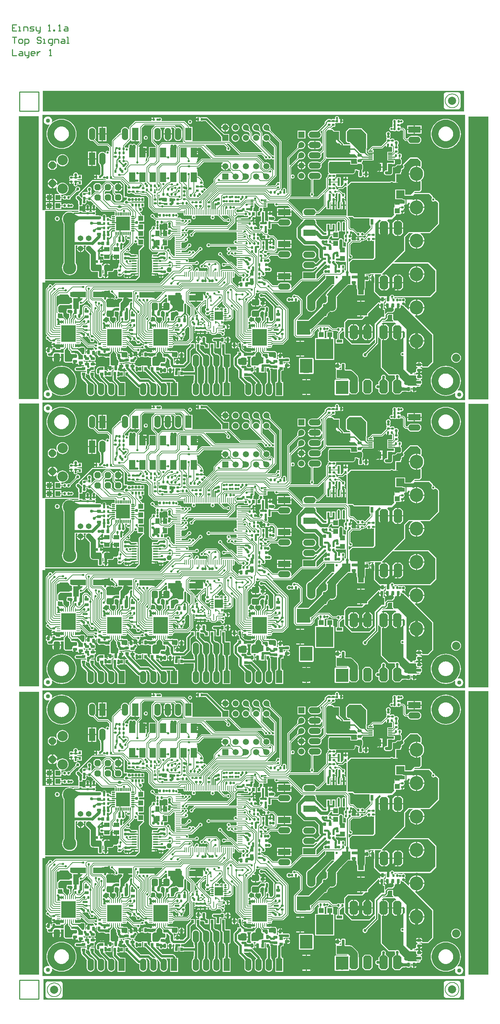
<source format=gtl>
G04 Layer_Physical_Order=1*
G04 Layer_Color=255*
%FSLAX24Y24*%
%MOIN*%
G70*
G01*
G75*
%ADD10C,0.0070*%
G04:AMPARAMS|DCode=11|XSize=78.7mil|YSize=78.7mil|CornerRadius=39.4mil|HoleSize=0mil|Usage=FLASHONLY|Rotation=90.000|XOffset=0mil|YOffset=0mil|HoleType=Round|Shape=RoundedRectangle|*
%AMROUNDEDRECTD11*
21,1,0.0787,0.0000,0,0,90.0*
21,1,0.0000,0.0787,0,0,90.0*
1,1,0.0787,0.0000,0.0000*
1,1,0.0787,0.0000,0.0000*
1,1,0.0787,0.0000,0.0000*
1,1,0.0787,0.0000,0.0000*
%
%ADD11ROUNDEDRECTD11*%
%ADD12C,0.0100*%
%ADD13C,0.0650*%
%ADD14C,0.0080*%
%ADD15R,0.0315X0.0117*%
G04:AMPARAMS|DCode=16|XSize=29.1mil|YSize=39.4mil|CornerRadius=5.8mil|HoleSize=0mil|Usage=FLASHONLY|Rotation=180.000|XOffset=0mil|YOffset=0mil|HoleType=Round|Shape=RoundedRectangle|*
%AMROUNDEDRECTD16*
21,1,0.0291,0.0277,0,0,180.0*
21,1,0.0175,0.0394,0,0,180.0*
1,1,0.0117,-0.0087,0.0139*
1,1,0.0117,0.0087,0.0139*
1,1,0.0117,0.0087,-0.0139*
1,1,0.0117,-0.0087,-0.0139*
%
%ADD16ROUNDEDRECTD16*%
%ADD17R,0.2008X0.0782*%
%ADD18R,0.0790X0.0790*%
G04:AMPARAMS|DCode=19|XSize=52mil|YSize=60mil|CornerRadius=13mil|HoleSize=0mil|Usage=FLASHONLY|Rotation=270.000|XOffset=0mil|YOffset=0mil|HoleType=Round|Shape=RoundedRectangle|*
%AMROUNDEDRECTD19*
21,1,0.0520,0.0340,0,0,270.0*
21,1,0.0260,0.0600,0,0,270.0*
1,1,0.0260,-0.0170,-0.0130*
1,1,0.0260,-0.0170,0.0130*
1,1,0.0260,0.0170,0.0130*
1,1,0.0260,0.0170,-0.0130*
%
%ADD19ROUNDEDRECTD19*%
%ADD20R,0.0433X0.0669*%
%ADD21R,0.0543X0.0709*%
%ADD22R,0.0200X0.0280*%
%ADD23R,0.0500X0.0150*%
G04:AMPARAMS|DCode=24|XSize=40mil|YSize=40mil|CornerRadius=20mil|HoleSize=0mil|Usage=FLASHONLY|Rotation=0.000|XOffset=0mil|YOffset=0mil|HoleType=Round|Shape=RoundedRectangle|*
%AMROUNDEDRECTD24*
21,1,0.0400,0.0000,0,0,0.0*
21,1,0.0000,0.0400,0,0,0.0*
1,1,0.0400,0.0000,0.0000*
1,1,0.0400,0.0000,0.0000*
1,1,0.0400,0.0000,0.0000*
1,1,0.0400,0.0000,0.0000*
%
%ADD24ROUNDEDRECTD24*%
%ADD25R,0.1260X0.0630*%
G04:AMPARAMS|DCode=26|XSize=52mil|YSize=60mil|CornerRadius=13mil|HoleSize=0mil|Usage=FLASHONLY|Rotation=180.000|XOffset=0mil|YOffset=0mil|HoleType=Round|Shape=RoundedRectangle|*
%AMROUNDEDRECTD26*
21,1,0.0520,0.0340,0,0,180.0*
21,1,0.0260,0.0600,0,0,180.0*
1,1,0.0260,-0.0130,0.0170*
1,1,0.0260,0.0130,0.0170*
1,1,0.0260,0.0130,-0.0170*
1,1,0.0260,-0.0130,-0.0170*
%
%ADD26ROUNDEDRECTD26*%
G04:AMPARAMS|DCode=27|XSize=22mil|YSize=24mil|CornerRadius=4.4mil|HoleSize=0mil|Usage=FLASHONLY|Rotation=0.000|XOffset=0mil|YOffset=0mil|HoleType=Round|Shape=RoundedRectangle|*
%AMROUNDEDRECTD27*
21,1,0.0220,0.0152,0,0,0.0*
21,1,0.0132,0.0240,0,0,0.0*
1,1,0.0088,0.0066,-0.0076*
1,1,0.0088,-0.0066,-0.0076*
1,1,0.0088,-0.0066,0.0076*
1,1,0.0088,0.0066,0.0076*
%
%ADD27ROUNDEDRECTD27*%
%ADD28R,0.0520X0.0420*%
%ADD29R,0.0200X0.0260*%
G04:AMPARAMS|DCode=30|XSize=29.1mil|YSize=39.4mil|CornerRadius=5.8mil|HoleSize=0mil|Usage=FLASHONLY|Rotation=90.000|XOffset=0mil|YOffset=0mil|HoleType=Round|Shape=RoundedRectangle|*
%AMROUNDEDRECTD30*
21,1,0.0291,0.0277,0,0,90.0*
21,1,0.0175,0.0394,0,0,90.0*
1,1,0.0117,0.0139,0.0087*
1,1,0.0117,0.0139,-0.0087*
1,1,0.0117,-0.0139,-0.0087*
1,1,0.0117,-0.0139,0.0087*
%
%ADD30ROUNDEDRECTD30*%
G04:AMPARAMS|DCode=31|XSize=22mil|YSize=24mil|CornerRadius=4.4mil|HoleSize=0mil|Usage=FLASHONLY|Rotation=270.000|XOffset=0mil|YOffset=0mil|HoleType=Round|Shape=RoundedRectangle|*
%AMROUNDEDRECTD31*
21,1,0.0220,0.0152,0,0,270.0*
21,1,0.0132,0.0240,0,0,270.0*
1,1,0.0088,-0.0076,-0.0066*
1,1,0.0088,-0.0076,0.0066*
1,1,0.0088,0.0076,0.0066*
1,1,0.0088,0.0076,-0.0066*
%
%ADD31ROUNDEDRECTD31*%
%ADD32O,0.0512X0.0098*%
%ADD33O,0.0098X0.0512*%
%ADD34R,0.0240X0.0240*%
%ADD35R,0.0354X0.1299*%
%ADD36C,0.0600*%
G04:AMPARAMS|DCode=37|XSize=63mil|YSize=71mil|CornerRadius=15.8mil|HoleSize=0mil|Usage=FLASHONLY|Rotation=90.000|XOffset=0mil|YOffset=0mil|HoleType=Round|Shape=RoundedRectangle|*
%AMROUNDEDRECTD37*
21,1,0.0630,0.0395,0,0,90.0*
21,1,0.0315,0.0710,0,0,90.0*
1,1,0.0315,0.0198,0.0158*
1,1,0.0315,0.0198,-0.0158*
1,1,0.0315,-0.0198,-0.0158*
1,1,0.0315,-0.0198,0.0158*
%
%ADD37ROUNDEDRECTD37*%
%ADD38R,0.1339X0.0551*%
%ADD39R,0.0240X0.0600*%
%ADD40R,0.0480X0.0480*%
G04:AMPARAMS|DCode=41|XSize=50mil|YSize=50mil|CornerRadius=25mil|HoleSize=0mil|Usage=FLASHONLY|Rotation=270.000|XOffset=0mil|YOffset=0mil|HoleType=Round|Shape=RoundedRectangle|*
%AMROUNDEDRECTD41*
21,1,0.0500,0.0000,0,0,270.0*
21,1,0.0000,0.0500,0,0,270.0*
1,1,0.0500,0.0000,0.0000*
1,1,0.0500,0.0000,0.0000*
1,1,0.0500,0.0000,0.0000*
1,1,0.0500,0.0000,0.0000*
%
%ADD41ROUNDEDRECTD41*%
%ADD42R,0.0264X0.0346*%
%ADD43R,0.0236X0.0315*%
%ADD44R,0.0591X0.0917*%
%ADD45R,0.0197X0.0217*%
%ADD46R,0.0315X0.0217*%
%ADD47R,0.0079X0.0630*%
%ADD48R,0.0217X0.0098*%
%ADD49R,0.0177X0.0118*%
%ADD50O,0.0315X0.0110*%
%ADD51O,0.0110X0.0315*%
%ADD52R,0.0807X0.0807*%
%ADD53R,0.0102X0.0102*%
%ADD54P,0.0213X4X180.0*%
%ADD55R,0.0118X0.0177*%
G04:AMPARAMS|DCode=56|XSize=23.6mil|YSize=24mil|CornerRadius=4.7mil|HoleSize=0mil|Usage=FLASHONLY|Rotation=90.000|XOffset=0mil|YOffset=0mil|HoleType=Round|Shape=RoundedRectangle|*
%AMROUNDEDRECTD56*
21,1,0.0236,0.0146,0,0,90.0*
21,1,0.0142,0.0240,0,0,90.0*
1,1,0.0094,0.0073,0.0071*
1,1,0.0094,0.0073,-0.0071*
1,1,0.0094,-0.0073,-0.0071*
1,1,0.0094,-0.0073,0.0071*
%
%ADD56ROUNDEDRECTD56*%
%ADD57R,0.0217X0.0197*%
%ADD58R,0.0346X0.0264*%
%ADD59R,0.0551X0.1339*%
G04:AMPARAMS|DCode=60|XSize=63mil|YSize=71mil|CornerRadius=15.8mil|HoleSize=0mil|Usage=FLASHONLY|Rotation=180.000|XOffset=0mil|YOffset=0mil|HoleType=Round|Shape=RoundedRectangle|*
%AMROUNDEDRECTD60*
21,1,0.0630,0.0395,0,0,180.0*
21,1,0.0315,0.0710,0,0,180.0*
1,1,0.0315,-0.0158,0.0198*
1,1,0.0315,0.0158,0.0198*
1,1,0.0315,0.0158,-0.0198*
1,1,0.0315,-0.0158,-0.0198*
%
%ADD60ROUNDEDRECTD60*%
%ADD61R,0.0480X0.0480*%
%ADD62R,0.0790X0.0790*%
%ADD63R,0.0420X0.0520*%
G04:AMPARAMS|DCode=64|XSize=22mil|YSize=24mil|CornerRadius=4.4mil|HoleSize=0mil|Usage=FLASHONLY|Rotation=225.000|XOffset=0mil|YOffset=0mil|HoleType=Round|Shape=RoundedRectangle|*
%AMROUNDEDRECTD64*
21,1,0.0220,0.0152,0,0,225.0*
21,1,0.0132,0.0240,0,0,225.0*
1,1,0.0088,-0.0100,0.0007*
1,1,0.0088,-0.0007,0.0100*
1,1,0.0088,0.0100,-0.0007*
1,1,0.0088,0.0007,-0.0100*
%
%ADD64ROUNDEDRECTD64*%
%ADD65R,0.0709X0.0543*%
%ADD66O,0.0335X0.0098*%
%ADD67O,0.0098X0.0335*%
%ADD68R,0.1417X0.1614*%
%ADD69R,0.1370X0.1370*%
G04:AMPARAMS|DCode=70|XSize=11mil|YSize=31.5mil|CornerRadius=4.4mil|HoleSize=0mil|Usage=FLASHONLY|Rotation=270.000|XOffset=0mil|YOffset=0mil|HoleType=Round|Shape=RoundedRectangle|*
%AMROUNDEDRECTD70*
21,1,0.0110,0.0227,0,0,270.0*
21,1,0.0022,0.0315,0,0,270.0*
1,1,0.0088,-0.0113,-0.0011*
1,1,0.0088,-0.0113,0.0011*
1,1,0.0088,0.0113,0.0011*
1,1,0.0088,0.0113,-0.0011*
%
%ADD70ROUNDEDRECTD70*%
G04:AMPARAMS|DCode=71|XSize=11mil|YSize=31.5mil|CornerRadius=4.4mil|HoleSize=0mil|Usage=FLASHONLY|Rotation=180.000|XOffset=0mil|YOffset=0mil|HoleType=Round|Shape=RoundedRectangle|*
%AMROUNDEDRECTD71*
21,1,0.0110,0.0227,0,0,180.0*
21,1,0.0022,0.0315,0,0,180.0*
1,1,0.0088,-0.0011,0.0113*
1,1,0.0088,0.0011,0.0113*
1,1,0.0088,0.0011,-0.0113*
1,1,0.0088,-0.0011,-0.0113*
%
%ADD71ROUNDEDRECTD71*%
%ADD72R,0.0280X0.0560*%
%ADD73R,0.1970X0.1700*%
%ADD74R,0.1700X0.1970*%
%ADD75R,0.0560X0.0280*%
%ADD76R,0.0402X0.0117*%
G04:AMPARAMS|DCode=77|XSize=105mil|YSize=105mil|CornerRadius=26.2mil|HoleSize=0mil|Usage=FLASHONLY|Rotation=180.000|XOffset=0mil|YOffset=0mil|HoleType=Round|Shape=RoundedRectangle|*
%AMROUNDEDRECTD77*
21,1,0.1050,0.0525,0,0,180.0*
21,1,0.0525,0.1050,0,0,180.0*
1,1,0.0525,-0.0262,0.0262*
1,1,0.0525,0.0262,0.0262*
1,1,0.0525,0.0262,-0.0262*
1,1,0.0525,-0.0262,-0.0262*
%
%ADD77ROUNDEDRECTD77*%
%ADD78C,0.0060*%
%ADD79C,0.0220*%
%ADD80C,0.0750*%
%ADD81C,0.0300*%
%ADD82C,0.0120*%
%ADD83C,0.0160*%
%ADD84C,0.0180*%
%ADD85C,0.0240*%
%ADD86C,0.0200*%
%ADD87C,0.0115*%
%ADD88C,0.0150*%
%ADD89C,0.0360*%
%ADD90C,0.0320*%
%ADD91C,0.0400*%
%ADD92C,0.0270*%
%ADD93C,0.0340*%
%ADD94C,0.0250*%
%ADD95C,0.0110*%
%ADD96C,0.0095*%
%ADD97C,0.0450*%
%ADD98C,0.0350*%
%ADD99C,0.1000*%
%ADD100C,0.0280*%
%ADD101C,0.0500*%
%ADD102C,0.0700*%
%ADD103C,0.0090*%
%ADD104C,0.0230*%
%ADD105C,0.0140*%
%ADD106R,0.1320X0.1255*%
%ADD107R,0.1380X0.1160*%
%ADD108R,0.1230X0.1310*%
%ADD109R,0.1220X0.1330*%
%ADD110R,0.1230X0.1350*%
%ADD111R,0.1220X0.1340*%
%ADD112R,0.1280X0.1320*%
%ADD113R,0.1860X0.0783*%
%ADD114C,0.0591*%
%ADD115R,0.0591X0.0591*%
%ADD116O,0.0825X0.1650*%
%ADD117R,0.0591X0.0591*%
%ADD118O,0.1181X0.0591*%
G04:AMPARAMS|DCode=119|XSize=133mil|YSize=83mil|CornerRadius=0mil|HoleSize=0mil|Usage=FLASHONLY|Rotation=270.000|XOffset=0mil|YOffset=0mil|HoleType=Round|Shape=Octagon|*
%AMOCTAGOND119*
4,1,8,-0.0208,-0.0665,0.0208,-0.0665,0.0415,-0.0457,0.0415,0.0457,0.0208,0.0665,-0.0208,0.0665,-0.0415,0.0457,-0.0415,-0.0457,-0.0208,-0.0665,0.0*
%
%ADD119OCTAGOND119*%

%ADD120P,0.0671X8X22.5*%
%ADD121C,0.1305*%
%ADD122C,0.0540*%
%ADD123C,0.1000*%
%ADD124P,0.0758X8X292.5*%
%ADD125O,0.1300X0.1360*%
%ADD126C,0.0800*%
%ADD127O,0.0600X0.1200*%
%ADD128R,0.0600X0.1200*%
%ADD129O,0.1200X0.0600*%
%ADD130R,0.1200X0.0600*%
%ADD131C,0.0220*%
%ADD132C,0.0300*%
%ADD133C,0.0290*%
%ADD134C,0.0320*%
G36*
X43681Y86683D02*
X2697D01*
Y88681D01*
X43681D01*
Y86683D01*
D02*
G37*
G36*
X31399Y85967D02*
X31394Y85961D01*
X31390Y85954D01*
X31387Y85946D01*
X31384Y85938D01*
X31381Y85929D01*
X31379Y85920D01*
X31378Y85909D01*
X31377Y85899D01*
X31377Y85887D01*
X31277D01*
X31277Y85899D01*
X31274Y85920D01*
X31273Y85929D01*
X31270Y85938D01*
X31267Y85946D01*
X31264Y85954D01*
X31260Y85961D01*
X31255Y85967D01*
X31250Y85973D01*
X31404D01*
X31399Y85967D01*
D02*
G37*
G36*
X43779Y58623D02*
X2639D01*
Y70076D01*
X2923D01*
Y70262D01*
X11712D01*
X11751Y70269D01*
X11784Y70292D01*
X12100Y70607D01*
X12122Y70640D01*
X12130Y70679D01*
Y73176D01*
X12517Y73564D01*
X12539Y73597D01*
X12547Y73636D01*
X12539Y73675D01*
X12535Y73686D01*
Y74326D01*
X12053D01*
X12046Y74333D01*
X12044Y74339D01*
X12043Y74350D01*
X12039Y74357D01*
X12036Y74365D01*
X12028Y74374D01*
X12025Y74380D01*
X12026Y74385D01*
X12027Y74404D01*
X12029Y74422D01*
X12028Y74424D01*
X12028Y74425D01*
X12022Y74442D01*
X12016Y74460D01*
X12015Y74461D01*
X12015Y74462D01*
X12010Y74468D01*
X12010Y74469D01*
X12051Y74519D01*
X12535D01*
Y75136D01*
X12544D01*
Y75776D01*
X12080D01*
X12043Y75826D01*
X12055Y75886D01*
X12046Y75931D01*
X12078Y75969D01*
X12544D01*
Y76609D01*
X12376D01*
X12337Y76634D01*
X12328Y76677D01*
X12304Y76713D01*
X12144Y76873D01*
X12168Y76919D01*
X12174Y76918D01*
X12264Y76936D01*
X12340Y76987D01*
X12391Y77063D01*
X12408Y77153D01*
X12391Y77242D01*
X12340Y77319D01*
X12302Y77344D01*
X12317Y77394D01*
X12552D01*
Y77814D01*
X11368D01*
X11299Y77884D01*
X11318Y77930D01*
X12552D01*
Y78350D01*
X11240D01*
X11240Y78350D01*
X11190Y78335D01*
X11180Y78337D01*
X11179Y78337D01*
X11179Y78337D01*
X11178Y78337D01*
X11163Y78347D01*
X11073Y78364D01*
X10983Y78347D01*
X10963Y78352D01*
X10954Y78369D01*
X10944Y78381D01*
X10936Y78393D01*
X10932Y78396D01*
X10928Y78400D01*
X10915Y78407D01*
X10903Y78415D01*
X10898Y78416D01*
X10893Y78419D01*
X10879Y78420D01*
X10864Y78423D01*
X10648D01*
X10639Y79602D01*
X10635Y79621D01*
X10631Y79640D01*
X10631Y79640D01*
X10631Y79641D01*
X10620Y79657D01*
X10609Y79673D01*
X10315Y79967D01*
X10334Y80018D01*
X10368Y80022D01*
X10926Y79463D01*
X10924Y79439D01*
X10897Y79398D01*
X10887Y79350D01*
Y79218D01*
X10897Y79169D01*
X10924Y79128D01*
X10930Y79124D01*
Y79064D01*
X10924Y79060D01*
X10897Y79019D01*
X10887Y78971D01*
Y78839D01*
X10897Y78790D01*
X10924Y78749D01*
X10965Y78722D01*
X11013Y78712D01*
X11165D01*
X11214Y78722D01*
X11255Y78749D01*
X11259Y78756D01*
X11319D01*
X11324Y78748D01*
X11365Y78721D01*
X11413Y78711D01*
X11523D01*
X11630Y78604D01*
X11666Y78580D01*
X11709Y78571D01*
X11709Y78571D01*
X12193D01*
X12230Y78534D01*
X12266Y78510D01*
X12309Y78501D01*
X12309Y78501D01*
X12743D01*
X12967Y78277D01*
Y77414D01*
X12967Y77414D01*
X12976Y77371D01*
X13000Y77335D01*
X13480Y76854D01*
X13480Y76854D01*
X13517Y76830D01*
X13560Y76821D01*
X13560Y76821D01*
X13870D01*
X13894Y76771D01*
X13875Y76743D01*
X13864Y76687D01*
Y76661D01*
X14077D01*
Y76561D01*
X13864D01*
Y76535D01*
X13875Y76479D01*
X13907Y76431D01*
X13946Y76405D01*
X13940Y76362D01*
X13937Y76355D01*
X13696D01*
X13601Y76451D01*
X13598Y76468D01*
X13597Y76470D01*
X13596Y76472D01*
X13587Y76487D01*
X13578Y76502D01*
X13575Y76505D01*
X13575Y76505D01*
X13574Y76507D01*
X13573Y76509D01*
X13573Y76513D01*
X13572Y76518D01*
X13571Y76524D01*
X13571Y76534D01*
X13567Y76553D01*
X13564Y76572D01*
X13563Y76572D01*
X13563Y76573D01*
X13552Y76589D01*
X13541Y76605D01*
X13541Y76605D01*
X13540Y76606D01*
X13539Y76607D01*
X13538Y76608D01*
X13496Y76671D01*
X13434Y76713D01*
X13359Y76727D01*
X13285Y76713D01*
X13222Y76671D01*
X13180Y76608D01*
X13166Y76534D01*
X13180Y76459D01*
X13222Y76397D01*
X13285Y76355D01*
X13286Y76354D01*
X13287Y76353D01*
X13288Y76352D01*
X13288Y76352D01*
X13304Y76341D01*
X13320Y76330D01*
X13321Y76330D01*
X13321Y76329D01*
X13340Y76326D01*
X13359Y76322D01*
X13369Y76322D01*
X13375Y76321D01*
X13380Y76320D01*
X13384Y76320D01*
X13386Y76319D01*
X13388Y76318D01*
X13388Y76318D01*
X13391Y76315D01*
X13406Y76306D01*
X13421Y76297D01*
X13423Y76296D01*
X13425Y76295D01*
X13442Y76292D01*
X13570Y76164D01*
X13570Y76164D01*
X13607Y76140D01*
X13650Y76131D01*
X13670D01*
X13672Y76129D01*
X13692Y76081D01*
X13675Y76055D01*
X13665Y76007D01*
Y75855D01*
X13675Y75807D01*
X13697Y75774D01*
X13687Y75759D01*
X13686Y75758D01*
X13686Y75757D01*
X13683Y75739D01*
X13679Y75720D01*
X13680Y75719D01*
X13679Y75718D01*
X13680Y75716D01*
X13666Y75644D01*
X13679Y75574D01*
X13679Y75571D01*
X13679Y75570D01*
X13679Y75569D01*
X13681Y75557D01*
X13676Y75544D01*
X13674Y75541D01*
X13635Y75512D01*
X13594Y75539D01*
X13546Y75549D01*
X13414D01*
X13365Y75539D01*
X13324Y75512D01*
X13297Y75471D01*
X13287Y75422D01*
Y75312D01*
X13060Y75085D01*
X13036Y75049D01*
X13027Y75006D01*
X13027Y75006D01*
Y73384D01*
X13027Y73384D01*
X13036Y73341D01*
X13060Y73304D01*
X13310Y73054D01*
X13310Y73054D01*
X13346Y73030D01*
X13389Y73021D01*
X13916D01*
X13931Y72990D01*
X13933Y72971D01*
X13888Y72926D01*
X13773Y72811D01*
X13318D01*
Y72582D01*
X13298D01*
Y72456D01*
X13648D01*
Y72357D01*
X13298D01*
Y72231D01*
X13318D01*
Y71807D01*
X13318D01*
Y71497D01*
X13318D01*
Y71076D01*
X13298D01*
Y70951D01*
X13648D01*
Y70901D01*
X13698D01*
Y70726D01*
X13990D01*
Y70672D01*
X14001Y70615D01*
X14033Y70568D01*
X14080Y70536D01*
X14137Y70525D01*
X14163D01*
Y70738D01*
X14213D01*
Y70788D01*
X14435D01*
Y70804D01*
X14426Y70852D01*
X14428Y70857D01*
X14429Y70857D01*
X14445Y70876D01*
X14463Y70891D01*
X14537Y70877D01*
X14627Y70894D01*
X14703Y70945D01*
X14736Y70995D01*
X14798Y71010D01*
X14820Y70993D01*
X14901Y70960D01*
X14958Y70952D01*
X14976Y70899D01*
X14862Y70785D01*
X14080Y70003D01*
X3945D01*
X3945Y70003D01*
X3902Y69995D01*
X3865Y69970D01*
X3637Y69742D01*
X3589Y69757D01*
X3586Y69775D01*
X3544Y69838D01*
X3481Y69880D01*
X3407Y69895D01*
X3333Y69880D01*
X3270Y69838D01*
X3228Y69775D01*
X3228Y69774D01*
X3226Y69773D01*
X3225Y69773D01*
X3225Y69772D01*
X3214Y69756D01*
X3203Y69741D01*
X3203Y69740D01*
X3203Y69739D01*
X3199Y69720D01*
X3195Y69702D01*
X3195Y69692D01*
X3194Y69686D01*
X3194Y69681D01*
X3193Y69677D01*
X3192Y69674D01*
X3192Y69673D01*
X3191Y69672D01*
X3189Y69669D01*
X3180Y69654D01*
X3170Y69640D01*
X3169Y69637D01*
X3168Y69635D01*
X3166Y69619D01*
X3018Y69470D01*
X2993Y69434D01*
X2985Y69391D01*
X2985Y69391D01*
Y65121D01*
X2985Y65121D01*
X2993Y65078D01*
X3018Y65042D01*
X3131Y64929D01*
X3114Y64874D01*
X3093Y64870D01*
X3030Y64828D01*
X2988Y64765D01*
X2973Y64691D01*
X2988Y64617D01*
X3030Y64554D01*
X3093Y64512D01*
X3093Y64512D01*
X3095Y64511D01*
X3096Y64509D01*
X3110Y64499D01*
X3125Y64489D01*
X3127Y64488D01*
X3129Y64487D01*
X3146Y64483D01*
X3159Y64480D01*
X3160Y64480D01*
X3161Y64480D01*
X3161Y64480D01*
X3162Y64479D01*
X3172Y64471D01*
X3177Y64466D01*
X3193Y64456D01*
X3208Y64446D01*
X3210Y64445D01*
X3211Y64445D01*
X3229Y64441D01*
X3333Y64337D01*
X3337Y64335D01*
X3376Y64309D01*
X3427Y64299D01*
X3427Y64299D01*
X3576D01*
X3591Y64276D01*
Y64234D01*
X3577Y64224D01*
X3545Y64176D01*
X3534Y64120D01*
Y64104D01*
X3757D01*
Y64054D01*
X3807D01*
Y63841D01*
X3833D01*
X3889Y63852D01*
X3937Y63884D01*
X3968Y63932D01*
X3980Y63988D01*
Y64060D01*
D01*
X4030Y64086D01*
D01*
D01*
X4048Y64074D01*
X4098Y64064D01*
X4284D01*
X4310Y64056D01*
X4363Y64059D01*
X4380Y63980D01*
X4484D01*
Y63880D01*
X4365D01*
X4332Y63826D01*
Y63812D01*
X4344Y63754D01*
X4377Y63704D01*
X4382Y63641D01*
X4347Y63605D01*
X3993D01*
Y63610D01*
X3982Y63664D01*
X3952Y63709D01*
X3906Y63740D01*
X3852Y63751D01*
X3677D01*
X3623Y63740D01*
X3577Y63709D01*
X3547Y63664D01*
X3536Y63610D01*
Y63496D01*
X3528Y63490D01*
X3478Y63517D01*
Y63610D01*
X3466Y63671D01*
X3431Y63724D01*
X3378Y63759D01*
X3317Y63771D01*
X3279D01*
Y63471D01*
X3229D01*
Y63421D01*
X2980D01*
Y63333D01*
X2993Y63271D01*
X3028Y63218D01*
X3080Y63183D01*
X3093Y63181D01*
X3109Y63142D01*
X3108Y63127D01*
X3093Y63051D01*
X3108Y62973D01*
X3153Y62907D01*
X3219Y62863D01*
X3297Y62847D01*
X3517D01*
X3570Y62858D01*
X3594Y62841D01*
X4037D01*
X4454D01*
Y62989D01*
X4445Y63056D01*
X4439Y63070D01*
X4428Y63098D01*
D01*
D01*
X4461Y63142D01*
X4477Y63139D01*
X4705D01*
Y62461D01*
X4713Y62422D01*
X4735Y62389D01*
X4845Y62279D01*
X4878Y62257D01*
X4917Y62249D01*
X5457D01*
X5488Y62255D01*
X5539Y62254D01*
X5574Y62202D01*
X5627Y62167D01*
X5688Y62155D01*
X5777D01*
Y62403D01*
X5877D01*
Y62155D01*
X5965D01*
X6027Y62167D01*
X6047Y62180D01*
X6058Y62179D01*
X6101Y62156D01*
X6109Y62114D01*
X6144Y62062D01*
X6197Y62027D01*
X6258Y62015D01*
X6347D01*
Y62263D01*
X6447D01*
Y62015D01*
X6535D01*
X6597Y62027D01*
X6597D01*
X6622Y62043D01*
X6634Y62042D01*
X6676Y62019D01*
X6684Y61977D01*
X6704Y61947D01*
X6677Y61897D01*
X6386D01*
Y61858D01*
X5982D01*
X5904Y61842D01*
X5837Y61798D01*
X5793Y61732D01*
X5778Y61654D01*
X5793Y61576D01*
X5837Y61509D01*
X5904Y61465D01*
X5982Y61450D01*
X6608D01*
X6686Y61465D01*
X6698Y61474D01*
X6893D01*
X6906Y61429D01*
Y61418D01*
X6893Y61374D01*
X6856Y61374D01*
X6386D01*
Y60950D01*
X6435D01*
Y60814D01*
X6451Y60736D01*
X6495Y60669D01*
X6832Y60333D01*
X6833Y60329D01*
X6836Y60316D01*
X6839Y60310D01*
X6841Y60304D01*
X6849Y60294D01*
X6857Y60282D01*
X6897Y60240D01*
X6929Y60204D01*
X6953Y60172D01*
X6970Y60147D01*
X6975Y60137D01*
X6969Y60132D01*
X6966Y60126D01*
X6961Y60121D01*
X6956Y60109D01*
X6950Y60097D01*
X6949Y60090D01*
X6947Y60084D01*
X6947Y60071D01*
X6946Y60057D01*
X6948Y60051D01*
X6948Y60044D01*
X6954Y60032D01*
X6957Y60019D01*
X6958Y60018D01*
X6956Y60004D01*
Y59404D01*
X6969Y59304D01*
X7007Y59212D01*
X7068Y59133D01*
X7148Y59072D01*
X7240Y59033D01*
X7339Y59020D01*
X7439Y59033D01*
X7531Y59072D01*
X7610Y59133D01*
X7671Y59212D01*
X7710Y59304D01*
X7723Y59404D01*
Y60004D01*
X7710Y60103D01*
X7671Y60195D01*
X7610Y60275D01*
X7546Y60324D01*
X7545Y60327D01*
X7545Y60327D01*
X7544Y60329D01*
X7533Y60343D01*
X7521Y60358D01*
X7520Y60359D01*
X7519Y60359D01*
X7503Y60368D01*
X7487Y60378D01*
X7457Y60388D01*
X7431Y60398D01*
X7404Y60410D01*
X7379Y60423D01*
X7325Y60458D01*
X7301Y60475D01*
X7248Y60520D01*
X7222Y60545D01*
X7218Y60548D01*
X7215Y60551D01*
X7201Y60558D01*
X7188Y60567D01*
X7184Y60567D01*
X7180Y60569D01*
X7171Y60570D01*
X6843Y60898D01*
Y60950D01*
X6893D01*
Y61171D01*
X6943Y61186D01*
X6962Y61157D01*
X7025Y61115D01*
X7099Y61100D01*
X7166Y61113D01*
X7213Y61094D01*
X7216Y61092D01*
Y60950D01*
X7276D01*
Y60874D01*
X7290Y60799D01*
X7332Y60737D01*
X7811Y60258D01*
X7814Y60241D01*
X7814Y60241D01*
X7815Y60240D01*
X7825Y60224D01*
X7835Y60208D01*
X7873Y60169D01*
X7902Y60135D01*
X7926Y60105D01*
X7943Y60080D01*
X7953Y60060D01*
X7957Y60050D01*
X7953Y60043D01*
X7946Y60032D01*
X7945Y60025D01*
X7942Y60018D01*
X7941Y60006D01*
X7938Y59993D01*
X7940Y59986D01*
X7939Y59979D01*
X7944Y59967D01*
X7946Y59954D01*
X7950Y59948D01*
X7952Y59941D01*
X7956Y59937D01*
Y59404D01*
X7969Y59304D01*
X8007Y59212D01*
X8068Y59133D01*
X8148Y59072D01*
X8240Y59033D01*
X8339Y59020D01*
X8439Y59033D01*
X8531Y59072D01*
X8610Y59133D01*
X8671Y59212D01*
X8710Y59304D01*
X8723Y59404D01*
Y60004D01*
X8710Y60103D01*
X8671Y60195D01*
X8610Y60275D01*
X8531Y60336D01*
X8439Y60374D01*
X8419Y60376D01*
X8413Y60380D01*
X8404Y60389D01*
X8397Y60391D01*
X8391Y60396D01*
X8378Y60398D01*
X8366Y60402D01*
X8359Y60402D01*
X8352Y60403D01*
X8339Y60401D01*
X8326Y60400D01*
X8320Y60397D01*
X8313Y60396D01*
X8302Y60389D01*
X8294Y60385D01*
X8283Y60389D01*
X8263Y60400D01*
X8239Y60416D01*
X8173Y60471D01*
X8135Y60508D01*
X8119Y60518D01*
X8103Y60528D01*
X8102Y60529D01*
X8102Y60529D01*
X8085Y60532D01*
X7706Y60911D01*
X7723Y60950D01*
X7723D01*
Y61374D01*
X7392D01*
X7379Y61395D01*
X7373Y61424D01*
X7423Y61474D01*
X7723D01*
Y61881D01*
X7752Y61887D01*
X7805Y61922D01*
X7840Y61974D01*
X7852Y62036D01*
Y62073D01*
X7552D01*
Y62123D01*
X7502D01*
Y62372D01*
X7413D01*
X7352Y62360D01*
X7299Y62325D01*
X7293Y62315D01*
X7233D01*
X7225Y62327D01*
X7172Y62362D01*
X7110Y62374D01*
X7022D01*
Y62126D01*
X6922D01*
Y62374D01*
X6833D01*
X6772Y62362D01*
X6747Y62346D01*
X6734Y62347D01*
X6693Y62370D01*
X6685Y62413D01*
X6661Y62448D01*
X6676Y62503D01*
X6704Y62511D01*
X6713Y62505D01*
X6734Y62474D01*
X6779Y62443D01*
X6833Y62433D01*
X7110D01*
X7164Y62443D01*
X7210Y62474D01*
X7234Y62509D01*
X7258Y62513D01*
X7270Y62513D01*
X7271Y62513D01*
X7289Y62509D01*
X7314Y62472D01*
X7359Y62441D01*
X7413Y62430D01*
X7690D01*
X7744Y62441D01*
X7790Y62472D01*
X7821Y62517D01*
X7831Y62571D01*
Y62746D01*
X7821Y62800D01*
X7790Y62846D01*
X7754Y62870D01*
X7756Y62911D01*
X7760Y62922D01*
X7781Y62926D01*
X7833Y62961D01*
X7868Y63013D01*
X7880Y63075D01*
Y63164D01*
X7632D01*
Y63264D01*
X7880D01*
Y63352D01*
X7870Y63402D01*
D01*
X7905Y63442D01*
X7916Y63444D01*
X7945Y63412D01*
D01*
D01*
X7949Y63405D01*
X7944Y63379D01*
X7939Y63352D01*
Y63075D01*
X7949Y63021D01*
X7980Y62975D01*
X8019Y62950D01*
X8020Y62947D01*
X8060Y62907D01*
X8060Y62907D01*
X8074Y62898D01*
X8083Y62832D01*
X8067Y62811D01*
X8673D01*
X8698Y62785D01*
X8705Y62781D01*
D01*
X8707Y62780D01*
X8714Y62773D01*
X8720Y62768D01*
X8730Y62764D01*
X8738Y62759D01*
X8748Y62757D01*
X8757Y62753D01*
X8767D01*
X8777Y62751D01*
X8827D01*
X8870Y62708D01*
X8908Y62751D01*
X9139D01*
X9174Y62701D01*
X9170Y62681D01*
Y62286D01*
X9179Y62240D01*
Y62101D01*
X9185Y62071D01*
X9167Y62038D01*
X9154Y62021D01*
X9152D01*
X9090Y62009D01*
X9038Y61974D01*
X9003Y61921D01*
X8990Y61860D01*
Y61771D01*
X9488D01*
Y61852D01*
X9499Y61860D01*
X9499D01*
X9546Y61814D01*
Y61583D01*
X9557Y61529D01*
X9585Y61487D01*
X9580Y61467D01*
X9566Y61437D01*
X9489D01*
Y60930D01*
X9497D01*
Y60622D01*
X9513Y60544D01*
X9557Y60478D01*
X9772Y60262D01*
X9773Y60259D01*
X9775Y60247D01*
X9779Y60240D01*
X9782Y60233D01*
X9790Y60223D01*
X9796Y60213D01*
X9880Y60122D01*
X9910Y60086D01*
X9932Y60053D01*
X9947Y60027D01*
X9955Y60008D01*
X9957Y60000D01*
X9956Y59998D01*
X9952Y59987D01*
X9945Y59976D01*
X9944Y59969D01*
X9941Y59961D01*
X9942Y59949D01*
X9940Y59937D01*
X9942Y59929D01*
X9942Y59922D01*
X9947Y59910D01*
X9950Y59899D01*
X9955Y59892D01*
X9958Y59885D01*
X9959Y59884D01*
Y59024D01*
X10719D01*
Y60384D01*
X10417D01*
X10408Y60391D01*
X10401Y60393D01*
X10393Y60398D01*
X10382Y60399D01*
X10370Y60403D01*
X10362Y60402D01*
X10354Y60403D01*
X10343Y60400D01*
X10331Y60399D01*
X10324Y60395D01*
X10315Y60393D01*
X10306Y60386D01*
X10302Y60384D01*
X10298D01*
X10281Y60391D01*
X10255Y60406D01*
X10223Y60428D01*
X10139Y60499D01*
X10091Y60545D01*
X10087Y60548D01*
X10084Y60552D01*
X10070Y60559D01*
X10058Y60567D01*
X10053Y60568D01*
X10048Y60570D01*
X10041Y60571D01*
X9905Y60706D01*
Y60845D01*
X9949Y60869D01*
X9955Y60865D01*
X10029Y60850D01*
X10034Y60851D01*
X10039Y60850D01*
X10117Y60865D01*
X10184Y60909D01*
X10195Y60920D01*
X10549D01*
Y61427D01*
X10198D01*
X10184Y61448D01*
X10117Y61492D01*
X10039Y61508D01*
X10033Y61506D01*
X9996Y61550D01*
X10003Y61583D01*
Y61735D01*
X10053Y61750D01*
X10077Y61714D01*
X10129Y61679D01*
X10191Y61667D01*
X10279D01*
Y61916D01*
Y62165D01*
X10191D01*
X10159Y62197D01*
X10174Y62210D01*
X10200Y62223D01*
X10468D01*
X10522Y62234D01*
X10542Y62247D01*
X10561D01*
X10639Y62263D01*
X10688Y62296D01*
X10854D01*
X10893Y62304D01*
X11123D01*
X11162Y62278D01*
X11171Y62264D01*
X11217Y62234D01*
X11271Y62223D01*
X11548D01*
X11602Y62234D01*
X11648Y62264D01*
X11678Y62310D01*
X11689Y62364D01*
Y62435D01*
X11824Y62569D01*
X11868Y62636D01*
X11883Y62714D01*
X11868Y62792D01*
X11824Y62858D01*
X11757Y62902D01*
X11679Y62918D01*
X11601Y62902D01*
X11573Y62883D01*
X11523Y62910D01*
Y62941D01*
X11275D01*
X11026D01*
Y62853D01*
X11038Y62791D01*
X11047Y62777D01*
X11020Y62727D01*
X10969D01*
X10943Y62777D01*
X10957Y62799D01*
X10968Y62853D01*
Y62896D01*
X10971Y62911D01*
Y63201D01*
X10956Y63275D01*
X10914Y63338D01*
X10851Y63380D01*
X10777Y63395D01*
X10516D01*
X10484Y63433D01*
X10488Y63452D01*
Y63520D01*
X10336D01*
Y63620D01*
X10488D01*
Y63657D01*
D01*
X10488Y63688D01*
D01*
X10536Y63704D01*
X10722D01*
X10772Y63714D01*
X10815Y63743D01*
X10843Y63785D01*
X10853Y63836D01*
X10847Y63871D01*
X10852Y63880D01*
X10868Y63892D01*
X10894Y63908D01*
X10912Y63905D01*
X10929Y63901D01*
X10937Y63900D01*
X10941Y63900D01*
X10944Y63899D01*
X10947Y63899D01*
X10949Y63898D01*
X10952Y63897D01*
X10954Y63895D01*
X10957Y63893D01*
X10960Y63891D01*
X10966Y63886D01*
X10968Y63884D01*
X10970Y63882D01*
X10985Y63874D01*
X11000Y63865D01*
X11003Y63864D01*
X11005Y63863D01*
X11018Y63862D01*
X11468Y63412D01*
X11468Y63412D01*
X11504Y63387D01*
X11547Y63379D01*
X11547Y63379D01*
X11748D01*
X11761Y63369D01*
X11764Y63368D01*
X11766Y63367D01*
X11783Y63364D01*
X11800Y63359D01*
X11804Y63359D01*
X11805Y63359D01*
X11806Y63358D01*
X11808Y63357D01*
X11812Y63355D01*
X11816Y63352D01*
X11820Y63348D01*
X11827Y63341D01*
X11843Y63330D01*
X11859Y63320D01*
X11860Y63320D01*
X11861Y63319D01*
X11873Y63317D01*
X11894Y63288D01*
D01*
X11900Y63277D01*
X11901Y63275D01*
X11901Y63264D01*
X11890Y63210D01*
Y63121D01*
X12139D01*
X12388D01*
Y63210D01*
X12376Y63271D01*
X12341Y63324D01*
X12288Y63359D01*
X12227Y63371D01*
X12178D01*
X12158Y63409D01*
X12157Y63421D01*
X12171Y63491D01*
X12156Y63565D01*
X12147Y63578D01*
X12167Y63606D01*
X12181Y63617D01*
X12192Y63615D01*
X12208Y63610D01*
X12211Y63610D01*
X12214Y63609D01*
X12219Y63609D01*
X12220Y63609D01*
X12222Y63609D01*
X12234Y63605D01*
X12237Y63604D01*
X12264Y63591D01*
X12273Y63586D01*
X12292Y63580D01*
X12310Y63574D01*
X12311Y63574D01*
X12311Y63574D01*
X12331Y63576D01*
X12350Y63577D01*
X12350Y63578D01*
X12351Y63578D01*
X12357Y63581D01*
X12377Y63577D01*
X12451Y63592D01*
X12514Y63634D01*
X12575Y63636D01*
X12595Y63622D01*
X12651Y63611D01*
X12677D01*
Y63824D01*
X12777D01*
Y63611D01*
X12803D01*
X12859Y63622D01*
X12907Y63654D01*
X12938Y63702D01*
X12941Y63713D01*
X12947Y63717D01*
X12995Y63732D01*
X13022Y63714D01*
X13072Y63704D01*
X13258D01*
X13306Y63688D01*
X13306Y63657D01*
Y63620D01*
X13458D01*
Y63520D01*
X13306D01*
Y63452D01*
X13317Y63394D01*
X13346Y63351D01*
X13339Y63324D01*
X13326Y63301D01*
X13276D01*
X13266Y63299D01*
X13256D01*
X13247Y63295D01*
X13237Y63293D01*
X13229Y63287D01*
X13219Y63284D01*
X13211Y63278D01*
X13177Y63271D01*
X13142Y63278D01*
X13134Y63284D01*
X13125Y63287D01*
X13117Y63293D01*
X13107Y63295D01*
X13098Y63299D01*
X13088D01*
X13078Y63301D01*
X12867D01*
X12862Y63309D01*
X12816Y63340D01*
X12762Y63351D01*
X12587D01*
X12533Y63340D01*
X12487Y63309D01*
X12457Y63264D01*
X12446Y63210D01*
Y62933D01*
X12419Y62901D01*
X12388Y62932D01*
X12388Y62933D01*
Y63021D01*
X12139D01*
X11890D01*
Y62933D01*
X11903Y62871D01*
X11938Y62818D01*
X11990Y62783D01*
X12052Y62771D01*
X12077D01*
X12137Y62831D01*
X12490D01*
X12533Y62802D01*
X12587Y62792D01*
X12762D01*
X12816Y62802D01*
X12859Y62831D01*
X12967D01*
X12974Y62824D01*
D01*
X12999Y62799D01*
X13032Y62777D01*
X13071Y62769D01*
X13209D01*
X13221Y62755D01*
X13240Y62719D01*
X13235Y62691D01*
Y62068D01*
X13243Y62029D01*
X13265Y61996D01*
X13294Y61967D01*
X13280Y61917D01*
X13116D01*
Y61573D01*
X13069Y61554D01*
X12883Y61740D01*
Y61917D01*
X12846D01*
X12836Y61967D01*
X12847Y61971D01*
X12860Y61981D01*
X12259D01*
X12272Y61971D01*
X12283Y61967D01*
X12273Y61917D01*
X11966D01*
X11956Y61931D01*
X11911Y61961D01*
X11894Y61973D01*
X11819Y61987D01*
X11812Y61986D01*
X11759Y61975D01*
X11719Y61998D01*
X11708Y62008D01*
X11698Y62061D01*
X11697D01*
Y62065D01*
X11662Y62117D01*
X11610Y62152D01*
X11548Y62165D01*
X11459D01*
Y61916D01*
Y61667D01*
X11548D01*
X11576Y61673D01*
X11582Y61671D01*
X11626Y61635D01*
Y61534D01*
X11640Y61459D01*
X11682Y61397D01*
X11745Y61355D01*
X11819Y61340D01*
X11894Y61355D01*
X11956Y61397D01*
X11966Y61410D01*
X12359D01*
Y61892D01*
X12401Y61936D01*
X12402Y61936D01*
X12417D01*
X12459Y61917D01*
Y61410D01*
X12636D01*
X13640Y60406D01*
X13619Y60357D01*
X13591Y60363D01*
X13590Y60365D01*
X13580Y60373D01*
X13571Y60382D01*
X13564Y60385D01*
X13558Y60389D01*
X13546Y60392D01*
X13534Y60397D01*
X13527Y60397D01*
X13519Y60399D01*
X13507Y60397D01*
X13494Y60397D01*
X13487Y60394D01*
X13480Y60393D01*
X13469Y60387D01*
X13467Y60386D01*
X13457Y60387D01*
X13442Y60385D01*
X13432Y60389D01*
X13408Y60403D01*
X13378Y60422D01*
X13302Y60487D01*
X13258Y60529D01*
X13244Y60538D01*
X13230Y60548D01*
X13227Y60549D01*
X13225Y60550D01*
X13208Y60553D01*
X13094Y60668D01*
X13027Y60712D01*
X12949Y60728D01*
X12204D01*
X11314Y61617D01*
X11335Y61667D01*
X11359D01*
Y61916D01*
Y62165D01*
X11271D01*
X11209Y62152D01*
X11173Y62128D01*
X11123Y62150D01*
Y62204D01*
X10616D01*
Y62150D01*
X10566Y62128D01*
X10530Y62152D01*
X10468Y62165D01*
X10379D01*
Y61916D01*
Y61667D01*
X10468D01*
X10530Y61679D01*
X10582Y61714D01*
X10617Y61767D01*
X10618Y61767D01*
X10667Y61764D01*
X10681Y61696D01*
X10725Y61629D01*
X10882Y61473D01*
X10862Y61427D01*
X10649D01*
Y60920D01*
X10826D01*
X11887Y59859D01*
X11953Y59815D01*
X11957Y59814D01*
X11959Y59812D01*
X11959Y59812D01*
X11959Y59812D01*
X11975Y59801D01*
X11992Y59790D01*
X11992Y59790D01*
X11992Y59789D01*
X12011Y59786D01*
X12031Y59782D01*
X12074Y59781D01*
Y59404D01*
X12087Y59304D01*
X12126Y59212D01*
X12186Y59133D01*
X12266Y59072D01*
X12358Y59033D01*
X12457Y59020D01*
X12557Y59033D01*
X12649Y59072D01*
X12729Y59133D01*
X12789Y59212D01*
X12828Y59304D01*
X12841Y59404D01*
Y60004D01*
X12828Y60103D01*
X12789Y60195D01*
X12732Y60270D01*
X12741Y60312D01*
X12744Y60320D01*
X12865D01*
X12914Y60271D01*
X12917Y60255D01*
X12917Y60255D01*
X12917Y60254D01*
X12927Y60238D01*
X12937Y60222D01*
X12938Y60221D01*
X12939Y60221D01*
X12981Y60177D01*
X13015Y60138D01*
X13041Y60104D01*
X13061Y60075D01*
X13073Y60052D01*
X13078Y60039D01*
X13074Y60030D01*
X13066Y60020D01*
X13065Y60013D01*
X13061Y60006D01*
X13060Y59994D01*
X13057Y59982D01*
X13058Y59974D01*
X13057Y59967D01*
X13061Y59955D01*
X13062Y59942D01*
X13066Y59936D01*
X13068Y59929D01*
X13074Y59921D01*
Y59404D01*
X13087Y59304D01*
X13126Y59212D01*
X13186Y59133D01*
X13266Y59072D01*
X13358Y59033D01*
X13457Y59020D01*
X13557Y59033D01*
X13649Y59072D01*
X13728Y59133D01*
X13789Y59212D01*
X13828Y59304D01*
X13841Y59404D01*
Y60004D01*
X13828Y60103D01*
X13796Y60180D01*
X13838Y60208D01*
X13890Y60157D01*
X13891Y60144D01*
X13893Y60142D01*
X13893Y60140D01*
X13903Y60125D01*
X13911Y60110D01*
X13913Y60108D01*
X13914Y60107D01*
X13955Y60064D01*
X13989Y60026D01*
X14016Y59991D01*
X14037Y59960D01*
X14052Y59934D01*
X14062Y59912D01*
X14066Y59897D01*
X14067Y59888D01*
X14067Y59884D01*
X14062Y59872D01*
X14060Y59858D01*
X14057Y59845D01*
X14058Y59839D01*
X14057Y59832D01*
X14060Y59819D01*
X14062Y59805D01*
X14065Y59800D01*
X14067Y59794D01*
X14074Y59784D01*
Y59404D01*
X14087Y59304D01*
X14126Y59212D01*
X14186Y59133D01*
X14266Y59072D01*
X14358Y59033D01*
X14457Y59020D01*
X14557Y59033D01*
X14649Y59072D01*
X14728Y59133D01*
X14789Y59212D01*
X14828Y59304D01*
X14841Y59404D01*
Y60004D01*
X14828Y60103D01*
X14789Y60195D01*
X14728Y60275D01*
X14718Y60282D01*
X14735Y60330D01*
X15077D01*
Y59024D01*
X15837D01*
Y60384D01*
X15661D01*
Y60406D01*
X15646Y60484D01*
X15602Y60550D01*
X15474Y60678D01*
X15407Y60722D01*
X15329Y60738D01*
X14339D01*
X13712Y61364D01*
X13731Y61410D01*
X13983D01*
Y61406D01*
X13998Y61328D01*
X14043Y61262D01*
X14045Y61259D01*
X14111Y61215D01*
X14189Y61200D01*
X14267Y61215D01*
X14334Y61259D01*
X14340Y61268D01*
X14407Y61279D01*
X14418Y61272D01*
X14472Y61262D01*
X14647D01*
X14700Y61272D01*
X14746Y61303D01*
X14777Y61349D01*
X14788Y61403D01*
Y61680D01*
X14777Y61734D01*
X14746Y61779D01*
X14700Y61810D01*
X14647Y61821D01*
X14622D01*
X14606Y61871D01*
X14612Y61874D01*
X14647Y61927D01*
X14659Y61989D01*
Y62026D01*
X14359D01*
Y62126D01*
X14659D01*
Y62163D01*
X14647Y62225D01*
X14618Y62269D01*
X14698Y62349D01*
X14720Y62382D01*
X14728Y62421D01*
Y62676D01*
X14725Y62691D01*
X14758Y62738D01*
X14794Y62740D01*
X15026Y62508D01*
X15021Y62480D01*
Y62203D01*
X15031Y62149D01*
X15045Y62128D01*
Y62069D01*
X15061Y61991D01*
X15105Y61925D01*
X15139Y61891D01*
X15118Y61841D01*
X15007D01*
X14945Y61829D01*
X14893Y61794D01*
X14858Y61741D01*
X14846Y61680D01*
Y61591D01*
X15343D01*
Y61680D01*
X15340Y61694D01*
X15376Y61729D01*
X15387Y61727D01*
X15463D01*
X15489Y61686D01*
X15489Y61677D01*
X15474Y61602D01*
Y61477D01*
X15466D01*
Y60970D01*
X15889D01*
Y61420D01*
X15959D01*
X15989Y61395D01*
Y60970D01*
X16413D01*
Y61020D01*
X17371D01*
Y60572D01*
X17361Y60559D01*
X17361Y60558D01*
X17360Y60557D01*
X17357Y60538D01*
X17353Y60520D01*
X17352Y60458D01*
X17348Y60406D01*
X17343Y60361D01*
X17336Y60326D01*
X17329Y60300D01*
X17325Y60290D01*
X17307Y60277D01*
X17296Y60275D01*
X17290Y60270D01*
X17283Y60268D01*
X17274Y60259D01*
X17263Y60252D01*
X17259Y60246D01*
X17254Y60241D01*
X17248Y60230D01*
X17241Y60219D01*
X17240Y60212D01*
X17237Y60205D01*
X17236Y60192D01*
X17234Y60180D01*
X17235Y60174D01*
X17205Y60103D01*
X17192Y60004D01*
Y59404D01*
X17205Y59304D01*
X17244Y59212D01*
X17305Y59133D01*
X17384Y59072D01*
X17476Y59033D01*
X17576Y59020D01*
X17675Y59033D01*
X17767Y59072D01*
X17847Y59133D01*
X17908Y59212D01*
X17946Y59304D01*
X17959Y59404D01*
Y60004D01*
X17946Y60103D01*
X17915Y60178D01*
X17916Y60183D01*
X17913Y60195D01*
X17913Y60207D01*
X17909Y60214D01*
X17908Y60222D01*
X17901Y60232D01*
X17896Y60243D01*
X17890Y60248D01*
X17886Y60255D01*
X17875Y60262D01*
X17866Y60270D01*
X17859Y60273D01*
X17853Y60277D01*
X17841Y60279D01*
X17825Y60291D01*
X17821Y60301D01*
X17813Y60327D01*
X17807Y60361D01*
X17798Y60460D01*
X17797Y60521D01*
X17793Y60539D01*
X17789Y60558D01*
X17788Y60559D01*
X17788Y60559D01*
X17779Y60573D01*
Y61211D01*
Y61590D01*
X17788Y61604D01*
X17788Y61604D01*
X17789Y61605D01*
X17793Y61624D01*
X17797Y61643D01*
X17798Y61704D01*
X17801Y61757D01*
X17806Y61801D01*
X17813Y61836D01*
X17821Y61862D01*
X17825Y61872D01*
X17841Y61884D01*
X17853Y61886D01*
X17859Y61891D01*
X17866Y61893D01*
X17875Y61901D01*
X17886Y61908D01*
X17890Y61915D01*
X17896Y61920D01*
X17901Y61931D01*
X17908Y61941D01*
X17909Y61949D01*
X17913Y61956D01*
X17913Y61968D01*
X17916Y61980D01*
X17915Y61986D01*
X17946Y62060D01*
X17959Y62160D01*
Y62760D01*
X17946Y62859D01*
X17908Y62951D01*
X17847Y63031D01*
X17767Y63091D01*
X17675Y63130D01*
X17576Y63143D01*
X17476Y63130D01*
X17384Y63091D01*
X17305Y63031D01*
X17244Y62951D01*
X17205Y62859D01*
X17192Y62760D01*
Y62160D01*
X17205Y62060D01*
X17226Y62011D01*
X17235Y61989D01*
X17234Y61983D01*
X17236Y61971D01*
X17237Y61958D01*
X17240Y61951D01*
X17241Y61944D01*
X17248Y61934D01*
X17254Y61922D01*
X17259Y61917D01*
X17263Y61911D01*
X17274Y61904D01*
X17283Y61895D01*
X17290Y61893D01*
X17296Y61889D01*
X17307Y61886D01*
X17325Y61873D01*
X17329Y61864D01*
X17336Y61837D01*
X17343Y61803D01*
X17352Y61704D01*
X17353Y61643D01*
X17357Y61625D01*
X17360Y61607D01*
X17361Y61606D01*
X17361Y61605D01*
X17371Y61591D01*
Y61428D01*
X16413D01*
Y61477D01*
X16150D01*
X16126Y61521D01*
X16138Y61539D01*
X16153Y61614D01*
X16140Y61677D01*
X16168Y61727D01*
X16417D01*
X16495Y61743D01*
X16561Y61787D01*
X16781Y62007D01*
X17001Y62227D01*
X17045Y62293D01*
X17061Y62371D01*
Y63408D01*
X17300Y63648D01*
X17477D01*
Y64154D01*
X17085D01*
X17064Y64204D01*
X17298Y64438D01*
X17298Y64438D01*
X17322Y64474D01*
X17330Y64517D01*
X17330Y64517D01*
Y65747D01*
X17324Y65778D01*
X17347Y65810D01*
X17361Y65821D01*
X17367Y65820D01*
X17429D01*
X17455Y65770D01*
X17447Y65757D01*
X17437Y65708D01*
Y65576D01*
X17447Y65528D01*
X17474Y65487D01*
Y65445D01*
X17460Y65435D01*
X17428Y65388D01*
X17417Y65331D01*
Y65315D01*
X17639D01*
Y65265D01*
X17689D01*
Y65053D01*
X17715D01*
X17772Y65064D01*
X17819Y65096D01*
X17863D01*
X17911Y65064D01*
X17967Y65053D01*
X17993D01*
Y65265D01*
X18093D01*
Y65053D01*
X18119D01*
X18175Y65064D01*
X18212Y65088D01*
X18245Y65093D01*
X18278Y65088D01*
X18314Y65064D01*
X18370Y65053D01*
X18396D01*
Y65265D01*
X18496D01*
Y65053D01*
X18522D01*
X18579Y65064D01*
X18613Y65087D01*
X18753D01*
Y65236D01*
X18853D01*
Y65087D01*
X19003D01*
X19080Y65010D01*
X19120Y64983D01*
X19167Y64974D01*
X19449D01*
X19495Y64983D01*
X19535Y65010D01*
X19612Y65086D01*
X19654Y65107D01*
Y65107D01*
X19654Y65107D01*
X19972D01*
X19999Y65076D01*
X20006Y65067D01*
X20005Y65059D01*
X20019Y64985D01*
X20061Y64922D01*
X20124Y64880D01*
X20198Y64865D01*
X20273Y64880D01*
X20335Y64922D01*
X20377Y64985D01*
X20392Y65059D01*
X20377Y65133D01*
X20356Y65164D01*
X20366Y65231D01*
X20375Y65237D01*
X20417Y65300D01*
X20432Y65374D01*
X20417Y65448D01*
X20377Y65507D01*
X20377Y65507D01*
X20381Y65529D01*
X20392Y65559D01*
X20421Y65565D01*
X20462Y65592D01*
X20504D01*
X20514Y65578D01*
X20562Y65546D01*
X20618Y65535D01*
X20634D01*
Y65758D01*
Y65980D01*
X20618D01*
X20562Y65969D01*
X20514Y65937D01*
X20504Y65923D01*
X20462D01*
X20421Y65950D01*
X20373Y65960D01*
X20282D01*
X20255Y66010D01*
X20266Y66026D01*
X20278Y66086D01*
Y66138D01*
X20120D01*
Y66238D01*
X20278D01*
Y66272D01*
X20285Y66280D01*
X20289Y66285D01*
D01*
X20315Y66303D01*
X20326Y66307D01*
X20364Y66299D01*
X20569D01*
X20621Y66309D01*
X20644Y66325D01*
X20927D01*
X20927Y66325D01*
X20970Y66333D01*
X21006Y66357D01*
X21195Y66547D01*
X21195Y66547D01*
X21220Y66583D01*
X21228Y66626D01*
X21228Y66626D01*
Y67389D01*
X21228Y67389D01*
X21220Y67432D01*
X21217Y67435D01*
X21206Y67453D01*
D01*
D01*
X21245Y67485D01*
D01*
X21465Y67265D01*
Y64829D01*
X21465Y64829D01*
X21473Y64786D01*
X21498Y64750D01*
X21969Y64278D01*
X21957Y64245D01*
X21946Y64231D01*
X21777D01*
X21723Y64220D01*
X21677Y64189D01*
X21647Y64144D01*
X21636Y64090D01*
Y63813D01*
X21647Y63759D01*
X21677Y63713D01*
X21723Y63682D01*
X21769Y63673D01*
Y63561D01*
X21781Y63501D01*
X21815Y63449D01*
X21884Y63381D01*
X21865Y63334D01*
X21633D01*
Y63158D01*
X21323Y62847D01*
X21278Y62781D01*
X21263Y62703D01*
Y62053D01*
X21271Y62011D01*
D01*
X21278Y61975D01*
X21323Y61909D01*
X21725Y61507D01*
Y61313D01*
X21723Y61302D01*
Y60864D01*
X21738Y60786D01*
X21746Y60775D01*
X21748Y60767D01*
X21790Y60704D01*
X21817Y60686D01*
X22178Y60325D01*
X22181Y60317D01*
X22183Y60306D01*
X22188Y60299D01*
X22191Y60290D01*
X22199Y60282D01*
X22205Y60273D01*
X22246Y60230D01*
X22279Y60193D01*
X22304Y60160D01*
X22321Y60134D01*
X22329Y60119D01*
X22322Y60113D01*
X22319Y60106D01*
X22314Y60101D01*
X22310Y60089D01*
X22304Y60077D01*
X22304Y60070D01*
X22302Y60063D01*
X22303Y60050D01*
X22302Y60037D01*
X22304Y60030D01*
X22304Y60023D01*
X22310Y60012D01*
X22314Y60000D01*
X22314Y59999D01*
Y59408D01*
X22327Y59308D01*
X22366Y59216D01*
X22427Y59137D01*
X22506Y59076D01*
X22598Y59037D01*
X22698Y59024D01*
X22797Y59037D01*
X22889Y59076D01*
X22969Y59137D01*
X23030Y59216D01*
X23068Y59308D01*
X23081Y59408D01*
Y60008D01*
X23068Y60107D01*
X23030Y60199D01*
X22969Y60279D01*
X22904Y60328D01*
X22903Y60331D01*
X22902Y60333D01*
X22901Y60336D01*
X22890Y60349D01*
X22879Y60362D01*
X22877Y60364D01*
X22875Y60366D01*
X22859Y60373D01*
X22844Y60382D01*
X22808Y60394D01*
X22776Y60406D01*
X22712Y60435D01*
X22686Y60449D01*
X22630Y60486D01*
X22606Y60504D01*
X22582Y60524D01*
X22558Y60548D01*
X22552Y60551D01*
X22547Y60556D01*
X22535Y60562D01*
X22524Y60569D01*
X22517Y60570D01*
X22511Y60573D01*
X22507Y60573D01*
X22242Y60837D01*
X22263Y60887D01*
X22720D01*
Y60906D01*
X22888D01*
X23450Y60344D01*
X23447Y60294D01*
X23427Y60279D01*
X23366Y60199D01*
X23327Y60107D01*
X23314Y60008D01*
Y59408D01*
X23327Y59308D01*
X23366Y59216D01*
X23427Y59137D01*
X23506Y59076D01*
X23598Y59037D01*
X23698Y59024D01*
X23797Y59037D01*
X23889Y59076D01*
X23969Y59137D01*
X24030Y59216D01*
X24068Y59308D01*
X24081Y59408D01*
Y60008D01*
X24068Y60107D01*
X24030Y60199D01*
X23969Y60279D01*
X23891Y60338D01*
Y60371D01*
X23876Y60445D01*
X23834Y60508D01*
X23106Y61236D01*
X23068Y61262D01*
X23083Y61312D01*
X23147D01*
X23200Y61322D01*
X23246Y61353D01*
X23277Y61399D01*
X23288Y61453D01*
Y61730D01*
X23277Y61784D01*
X23246Y61829D01*
X23200Y61860D01*
X23209Y61909D01*
X23401D01*
X23416Y61859D01*
X23393Y61844D01*
X23358Y61791D01*
X23346Y61730D01*
Y61641D01*
X23595D01*
Y61591D01*
X23645D01*
Y61291D01*
X23682D01*
X23744Y61303D01*
X23796Y61338D01*
X23813Y61364D01*
X23863Y61349D01*
Y61298D01*
X24287D01*
Y61804D01*
X24332Y61817D01*
X24342D01*
X24387Y61804D01*
Y61298D01*
X24499D01*
Y60560D01*
X24489Y60546D01*
X24489Y60544D01*
X24488Y60543D01*
X24485Y60525D01*
X24481Y60507D01*
X24480Y60453D01*
X24477Y60407D01*
X24472Y60369D01*
X24466Y60338D01*
X24460Y60316D01*
X24454Y60304D01*
X24445Y60300D01*
X24432Y60297D01*
X24426Y60293D01*
X24420Y60290D01*
X24410Y60282D01*
X24400Y60274D01*
X24396Y60268D01*
X24391Y60263D01*
X24385Y60251D01*
X24379Y60241D01*
X24377Y60233D01*
X24374Y60227D01*
X24374Y60214D01*
X24373Y60209D01*
X24366Y60199D01*
X24327Y60107D01*
X24314Y60008D01*
Y59408D01*
X24327Y59308D01*
X24366Y59216D01*
X24427Y59137D01*
X24506Y59076D01*
X24598Y59037D01*
X24698Y59024D01*
X24797Y59037D01*
X24889Y59076D01*
X24969Y59137D01*
X25030Y59216D01*
X25068Y59308D01*
X25081Y59408D01*
Y60008D01*
X25068Y60107D01*
X25030Y60199D01*
X25013Y60220D01*
X25011Y60231D01*
X25010Y60243D01*
X25007Y60250D01*
X25005Y60257D01*
X24998Y60267D01*
X24992Y60279D01*
X24986Y60283D01*
X24982Y60289D01*
X24971Y60296D01*
X24962Y60305D01*
X24955Y60307D01*
X24949Y60311D01*
X24936Y60313D01*
X24930Y60315D01*
X24926Y60323D01*
X24919Y60344D01*
X24914Y60372D01*
X24906Y60458D01*
X24905Y60510D01*
X24901Y60529D01*
X24897Y60548D01*
X24896Y60548D01*
X24896Y60549D01*
X24887Y60563D01*
Y61457D01*
X24872Y61531D01*
X24830Y61594D01*
X24811Y61613D01*
Y61676D01*
X24837Y61697D01*
X25059D01*
X25079Y61669D01*
X25124Y61638D01*
X25178Y61627D01*
X25455D01*
X25462Y61629D01*
X25471Y61624D01*
X25501Y61585D01*
X25489Y61525D01*
Y60601D01*
X25480Y60588D01*
X25479Y60587D01*
X25479Y60585D01*
X25475Y60567D01*
X25471Y60549D01*
X25470Y60506D01*
X25467Y60472D01*
X25462Y60445D01*
X25457Y60425D01*
X25452Y60411D01*
X25449Y60407D01*
X25442Y60407D01*
X25428Y60402D01*
X25414Y60399D01*
X25409Y60396D01*
X25404Y60395D01*
X25396Y60388D01*
X25318D01*
Y59028D01*
X26078D01*
Y60388D01*
X25990D01*
X25982Y60395D01*
X25976Y60396D01*
X25972Y60399D01*
X25958Y60402D01*
X25944Y60407D01*
X25937Y60407D01*
X25934Y60411D01*
X25929Y60425D01*
X25923Y60445D01*
X25919Y60472D01*
X25916Y60506D01*
X25915Y60549D01*
X25911Y60567D01*
X25907Y60585D01*
X25906Y60587D01*
X25906Y60588D01*
X25897Y60601D01*
Y61441D01*
X25953Y61497D01*
X26130D01*
Y61783D01*
X26180Y61798D01*
X26184Y61792D01*
X26237Y61757D01*
X26298Y61745D01*
X26387D01*
Y61993D01*
Y62242D01*
X26298D01*
X26237Y62230D01*
X26184Y62195D01*
X26180Y62189D01*
D01*
X26130Y62204D01*
D01*
Y62327D01*
X26220D01*
X26244Y62311D01*
X26298Y62300D01*
X26575D01*
X26629Y62311D01*
X26675Y62342D01*
X26706Y62387D01*
X26716Y62441D01*
Y62616D01*
X26706Y62670D01*
X26675Y62716D01*
X26629Y62746D01*
X26575Y62757D01*
X26298D01*
X26244Y62746D01*
X26227Y62735D01*
X26071D01*
X26040Y62774D01*
X26043Y62793D01*
Y62881D01*
X25795D01*
X25546D01*
Y62793D01*
X25558Y62731D01*
X25588Y62686D01*
X25578Y62650D01*
X25571Y62636D01*
X25522Y62624D01*
X25521Y62625D01*
D01*
X25517Y62628D01*
X25457Y62640D01*
X25455Y62643D01*
D01*
X25442Y62690D01*
X25446Y62693D01*
X25477Y62739D01*
X25488Y62793D01*
Y63070D01*
X25480Y63106D01*
Y63151D01*
X25466Y63221D01*
X25427Y63281D01*
X25377Y63331D01*
X25317Y63371D01*
X25247Y63385D01*
X24978D01*
X24954Y63389D01*
X24949Y63394D01*
X24943Y63396D01*
X24938Y63400D01*
X24925Y63403D01*
X24912Y63408D01*
X24905Y63407D01*
X24899Y63409D01*
X24841Y63411D01*
X24837Y63410D01*
X24832Y63410D01*
X24817Y63407D01*
X24802Y63404D01*
X24798Y63402D01*
X24794Y63401D01*
X24781Y63391D01*
X24781Y63391D01*
X24667D01*
X24626Y63441D01*
X24628Y63452D01*
Y63520D01*
X24476D01*
Y63620D01*
X24628D01*
Y63657D01*
X24628Y63688D01*
X24676Y63704D01*
X24862D01*
X24912Y63714D01*
X24955Y63743D01*
X24983Y63785D01*
X24993Y63836D01*
X24983Y63886D01*
X25005Y63944D01*
X25019Y63953D01*
X25097Y64031D01*
X26035D01*
X26035Y64031D01*
X26078Y64040D01*
X26114Y64064D01*
X26567Y64517D01*
X26567Y64517D01*
X26591Y64553D01*
X26600Y64596D01*
Y67480D01*
X26600Y67480D01*
X26591Y67523D01*
X26567Y67559D01*
X26567Y67559D01*
X25052Y69075D01*
X25064Y69099D01*
X25081Y69116D01*
X25117Y69109D01*
X25117Y69109D01*
X26777D01*
X26777Y69109D01*
X26820Y69117D01*
X26856Y69142D01*
X27903Y70189D01*
X29447D01*
X29447Y70189D01*
X29490Y70197D01*
X29526Y70222D01*
X30063Y70759D01*
X30172D01*
Y70485D01*
X29245Y69559D01*
X29235Y69557D01*
X29232Y69556D01*
X29228Y69555D01*
X29214Y69546D01*
X29200Y69538D01*
X29198Y69535D01*
X29195Y69534D01*
X28779Y69133D01*
X28677Y69046D01*
X28643Y69019D01*
X28621Y69005D01*
X28605Y68998D01*
X28603Y68996D01*
X28601Y68996D01*
X28588Y68985D01*
X28573Y68974D01*
X28572Y68972D01*
X28570Y68971D01*
X28562Y68955D01*
X28558Y68954D01*
X28456Y68875D01*
X28377Y68772D01*
X28327Y68652D01*
X28310Y68524D01*
Y67699D01*
X28327Y67570D01*
X28377Y67450D01*
X28456Y67347D01*
X28558Y67268D01*
X28678Y67219D01*
X28807Y67202D01*
X28935Y67219D01*
X29055Y67268D01*
X29158Y67347D01*
X29237Y67450D01*
X29287Y67570D01*
X29304Y67699D01*
Y67770D01*
X29304Y67771D01*
X29312Y67782D01*
X29313Y67788D01*
X29316Y67794D01*
X29318Y67807D01*
X29321Y67821D01*
X29320Y67827D01*
X29320Y67833D01*
X29317Y67846D01*
X29314Y67860D01*
X29304Y67888D01*
Y68093D01*
X29313Y68126D01*
X29352Y68217D01*
X29409Y68318D01*
X29484Y68427D01*
X29693Y68677D01*
X29824Y68814D01*
X29832Y68826D01*
X29841Y68837D01*
X29842Y68843D01*
X29845Y68847D01*
X29848Y68862D01*
X29849Y68864D01*
X30821Y69836D01*
X31005D01*
X31025Y69786D01*
X30811Y69569D01*
X30810Y69568D01*
X30809Y69567D01*
X30521Y69257D01*
X30482Y69218D01*
X30467Y69198D01*
X30465Y69197D01*
X30354Y69062D01*
X30352Y69059D01*
X30349Y69056D01*
X30276Y68954D01*
X30273Y68946D01*
X30268Y68939D01*
X30234Y68869D01*
X30231Y68860D01*
X30227Y68852D01*
X30226Y68841D01*
X30224Y68831D01*
X30225Y68821D01*
X30224Y68812D01*
X30229Y68774D01*
X30231Y68767D01*
X30232Y68760D01*
X30238Y68749D01*
X30242Y68736D01*
X30246Y68731D01*
X30250Y68724D01*
X30259Y68716D01*
X30268Y68706D01*
X30274Y68703D01*
X30280Y68698D01*
X30291Y68695D01*
X30293Y68694D01*
X30303Y68689D01*
X30322Y68652D01*
X30325Y68634D01*
X30310Y68524D01*
Y68193D01*
X30166Y68050D01*
X30087Y68066D01*
X29997Y68048D01*
X29921Y67997D01*
X29870Y67921D01*
X29852Y67831D01*
X29868Y67751D01*
X28550Y66433D01*
X27493D01*
X27474Y66479D01*
X27926Y66932D01*
X27926Y66932D01*
X27950Y66968D01*
X27959Y67011D01*
X27959Y67011D01*
Y68311D01*
X27950Y68354D01*
X27926Y68390D01*
X27926Y68390D01*
X27536Y68780D01*
X27500Y68805D01*
X27457Y68813D01*
X27457Y68813D01*
X27386D01*
X27372Y68823D01*
X27370Y68824D01*
X27368Y68825D01*
X27351Y68829D01*
X27334Y68833D01*
X27330Y68833D01*
X27329Y68833D01*
X27328Y68834D01*
X27325Y68835D01*
X27322Y68837D01*
X27318Y68840D01*
X27313Y68844D01*
X27306Y68851D01*
X27290Y68862D01*
X27274Y68872D01*
X27274Y68872D01*
X27273Y68873D01*
X27254Y68876D01*
X27235Y68880D01*
X27235Y68880D01*
X27234Y68880D01*
X27232Y68880D01*
X27231Y68880D01*
X27157Y68895D01*
X27083Y68880D01*
X27020Y68838D01*
X26978Y68775D01*
X26963Y68701D01*
X26973Y68654D01*
X26938Y68604D01*
X26884D01*
X26835Y68594D01*
X26819Y68583D01*
X26808Y68590D01*
X26793Y68600D01*
X26791Y68601D01*
X26790Y68602D01*
X26772Y68605D01*
X26754Y68608D01*
X26752Y68608D01*
X26751Y68608D01*
X26737Y68618D01*
X26647Y68636D01*
X26557Y68618D01*
X26481Y68567D01*
X26430Y68491D01*
X26412Y68401D01*
X26430Y68311D01*
X26481Y68235D01*
X26557Y68184D01*
X26647Y68167D01*
X26737Y68184D01*
X26751Y68194D01*
X26752Y68194D01*
X26754Y68194D01*
X26772Y68198D01*
X26790Y68201D01*
X26791Y68202D01*
X26793Y68202D01*
X26808Y68212D01*
X26819Y68219D01*
X26835Y68208D01*
X26884Y68199D01*
X27016D01*
X27064Y68208D01*
X27105Y68236D01*
X27147D01*
X27157Y68221D01*
X27205Y68189D01*
X27261Y68178D01*
X27277D01*
Y68198D01*
X27222D01*
X27230Y68207D01*
X27238Y68217D01*
X27245Y68228D01*
X27251Y68239D01*
X27256Y68250D01*
X27260Y68263D01*
X27263Y68276D01*
X27265Y68289D01*
X27266Y68304D01*
X27267Y68319D01*
X27277D01*
Y68401D01*
X27377D01*
Y68319D01*
X27387D01*
X27387Y68304D01*
X27389Y68289D01*
X27391Y68276D01*
X27394Y68263D01*
X27398Y68250D01*
X27403Y68239D01*
X27409Y68228D01*
X27416Y68217D01*
X27423Y68207D01*
X27432Y68198D01*
X27377D01*
Y68178D01*
X27393D01*
X27449Y68189D01*
X27497Y68221D01*
X27528Y68269D01*
X27540Y68325D01*
Y68394D01*
X27586Y68413D01*
X27735Y68265D01*
Y67058D01*
X27344Y66666D01*
X27168Y66490D01*
X27143Y66454D01*
X27135Y66411D01*
X27135Y66411D01*
Y64941D01*
X27135Y64941D01*
X27143Y64898D01*
X27168Y64862D01*
X27308Y64722D01*
X27308Y64722D01*
X27344Y64697D01*
X27387Y64689D01*
X27387Y64689D01*
X28787D01*
X28787Y64689D01*
X28830Y64697D01*
X28866Y64722D01*
X29086Y64942D01*
X29110Y64978D01*
X29119Y65021D01*
X29119Y65021D01*
Y65255D01*
X29474Y65610D01*
X29524Y65589D01*
Y65475D01*
X29534Y65427D01*
X29561Y65386D01*
X29602Y65358D01*
X29615Y65356D01*
Y65301D01*
X29463D01*
Y64663D01*
X29185D01*
Y62533D01*
X31045D01*
Y64663D01*
X30937D01*
Y65301D01*
X30297D01*
Y64663D01*
X30103D01*
Y65301D01*
X30103D01*
X30109Y65349D01*
X30162D01*
X30210Y65358D01*
X30251Y65386D01*
X30269Y65380D01*
X30272Y65379D01*
X30274Y65378D01*
X30291Y65376D01*
X30308Y65372D01*
X30311Y65373D01*
X30312Y65372D01*
X30313Y65372D01*
X30387Y65357D01*
X30461Y65372D01*
X30524Y65414D01*
X30566Y65477D01*
X30578Y65540D01*
X30625Y65564D01*
X30778Y65412D01*
X30778Y65412D01*
X30814Y65387D01*
X30857Y65379D01*
X31283D01*
X31285Y65367D01*
X31312Y65326D01*
X31353Y65298D01*
X31402Y65289D01*
X31462D01*
X31481Y65242D01*
X31389Y65150D01*
X31364Y65114D01*
X31356Y65071D01*
X31356Y65071D01*
Y64568D01*
X31199D01*
Y64128D01*
X31919D01*
Y64568D01*
X31580D01*
Y65025D01*
X31844Y65289D01*
X31913D01*
X31961Y65298D01*
X31975Y65307D01*
X32025Y65281D01*
Y64771D01*
X32033Y64732D01*
X32055Y64699D01*
X32705Y64049D01*
X32738Y64027D01*
X32777Y64019D01*
X34457Y64019D01*
X34496Y64027D01*
X34529Y64049D01*
X34988Y64508D01*
X35034Y64489D01*
Y64240D01*
X34129Y63335D01*
X34127Y63335D01*
X34112Y63332D01*
X34108Y63330D01*
X34104Y63329D01*
X34091Y63320D01*
X34078Y63311D01*
X34069Y63303D01*
X34063Y63298D01*
X34058Y63294D01*
X34053Y63291D01*
X34048Y63288D01*
X34043Y63286D01*
X34039Y63285D01*
X34035Y63284D01*
X34032Y63283D01*
X34023Y63283D01*
X34006Y63278D01*
X33988Y63273D01*
X33987Y63272D01*
X33985Y63272D01*
X33971Y63261D01*
X33956Y63250D01*
X33956Y63249D01*
X33947Y63248D01*
X33871Y63197D01*
X33820Y63121D01*
X33802Y63031D01*
X33820Y62941D01*
X33871Y62865D01*
X33947Y62814D01*
X34037Y62797D01*
X34127Y62814D01*
X34203Y62865D01*
X34254Y62941D01*
X34259Y62968D01*
X34260Y62968D01*
X34261Y62970D01*
X34262Y62971D01*
X34271Y62987D01*
X34281Y63002D01*
X34282Y63004D01*
X34283Y63005D01*
X34285Y63023D01*
X34289Y63041D01*
X34288Y63049D01*
X34289Y63051D01*
X34289Y63054D01*
X34290Y63057D01*
X34291Y63060D01*
X34293Y63063D01*
X34295Y63068D01*
X34299Y63073D01*
X34304Y63078D01*
X34311Y63087D01*
X34312Y63088D01*
X34313Y63088D01*
X34323Y63105D01*
X34333Y63121D01*
X34333Y63122D01*
X34333Y63122D01*
X34335Y63138D01*
X35278Y64080D01*
X35278Y64080D01*
X35309Y64126D01*
X35320Y64181D01*
Y64695D01*
X35370Y64716D01*
X35599Y64486D01*
X35595Y64466D01*
Y61801D01*
X35603Y61762D01*
X35625Y61729D01*
X36305Y61049D01*
X36338Y61027D01*
X36377Y61019D01*
X36913D01*
X36954Y60969D01*
X36945Y60924D01*
X36963Y60834D01*
X36996Y60784D01*
Y60676D01*
X36939D01*
X36692Y60429D01*
Y59434D01*
X36939Y59186D01*
X37434D01*
X37551Y59303D01*
X37555Y59303D01*
X37567Y59309D01*
X37580Y59314D01*
X37585Y59318D01*
X37590Y59321D01*
X37599Y59331D01*
X37610Y59341D01*
X37612Y59346D01*
X37616Y59351D01*
X37621Y59364D01*
X37627Y59377D01*
X37627Y59379D01*
X37666Y59418D01*
X37668Y59419D01*
X37698Y59429D01*
X37734Y59437D01*
X37839Y59448D01*
X37903Y59449D01*
X37921Y59453D01*
X37940Y59457D01*
X37941Y59458D01*
X37942Y59458D01*
X37954Y59467D01*
X38080D01*
X38082Y59463D01*
X38128Y59432D01*
X38182Y59422D01*
X38357D01*
X38410Y59432D01*
X38456Y59463D01*
X38487Y59509D01*
X38498Y59563D01*
Y59670D01*
X38504Y59701D01*
X38498Y59732D01*
Y59840D01*
X38497Y59841D01*
X38527Y59879D01*
X38556Y59842D01*
X38556Y59840D01*
Y59751D01*
X39053D01*
Y59840D01*
X39045Y59879D01*
X39078Y59929D01*
X39337D01*
X39376Y59937D01*
X39409Y59959D01*
X39431Y59992D01*
X39439Y60031D01*
Y60105D01*
X39484Y60133D01*
X39499Y60136D01*
X39545Y60166D01*
X39576Y60212D01*
X39586Y60266D01*
Y60441D01*
X39576Y60495D01*
X39545Y60540D01*
X39499Y60571D01*
X39484Y60574D01*
X39456Y60591D01*
X39466Y60644D01*
X39507Y60652D01*
X39560Y60687D01*
X39595Y60740D01*
X39607Y60801D01*
Y60839D01*
X39307D01*
Y60889D01*
X39257D01*
Y61138D01*
X39168D01*
X39107Y61125D01*
X39064Y61097D01*
X39056Y61102D01*
X39045Y61111D01*
X39040Y61112D01*
X39036Y61115D01*
X39021Y61118D01*
X39007Y61123D01*
X39002Y61122D01*
X38997Y61123D01*
X38831D01*
X38803Y61173D01*
X38813Y61189D01*
X38907D01*
X38946Y61197D01*
X38979Y61219D01*
X39077Y61317D01*
X39107Y61297D01*
X39168Y61285D01*
X39257D01*
Y61533D01*
X39307D01*
Y61583D01*
X39607D01*
Y61621D01*
X39595Y61683D01*
X39560Y61735D01*
X39507Y61770D01*
X39445Y61782D01*
X39321D01*
X39317Y61790D01*
X39346Y61840D01*
X39445D01*
X39499Y61851D01*
X39534Y61874D01*
X39570Y61841D01*
X39572Y61839D01*
X39584Y61831D01*
X39596Y61821D01*
X39601Y61820D01*
X39605Y61817D01*
X39619Y61814D01*
X39634Y61810D01*
X39639Y61810D01*
X39644Y61809D01*
X40069D01*
X40069Y61809D01*
X40070Y61809D01*
X40157D01*
X40196Y61817D01*
X40229Y61839D01*
X40669Y62279D01*
X40691Y62312D01*
X40699Y62351D01*
Y63411D01*
X40699Y64961D01*
X40691Y65000D01*
X40669Y65033D01*
X38885Y66817D01*
X38911Y66860D01*
X38920Y66857D01*
X39017Y66847D01*
Y67576D01*
X38315D01*
X38328Y67449D01*
X38330Y67440D01*
X38287Y67415D01*
X38057Y67645D01*
X38055Y67647D01*
X38054Y67648D01*
X38038Y67658D01*
X38024Y67667D01*
X38022Y67668D01*
X38020Y67669D01*
X38013Y67671D01*
X38011Y67672D01*
X38011Y67672D01*
X38010Y67670D01*
X38008Y67673D01*
X38004Y67678D01*
X38002Y67679D01*
X38002Y67679D01*
X37932Y67751D01*
D01*
X37889Y67795D01*
X37940Y67884D01*
X37951Y67874D01*
X37962Y67866D01*
X37973Y67859D01*
X37981Y67856D01*
X37981Y67856D01*
X37992Y67914D01*
Y67935D01*
X37769D01*
Y68035D01*
X37992D01*
Y68056D01*
X37981Y68113D01*
X37953Y68154D01*
X37934Y68201D01*
X37962Y68243D01*
X37972Y68293D01*
Y68434D01*
X37962Y68484D01*
X37934Y68526D01*
X37892Y68554D01*
X37842Y68564D01*
X37697D01*
X37647Y68554D01*
X37605Y68526D01*
X37567Y68525D01*
X37566Y68525D01*
X37565Y68525D01*
X37547Y68529D01*
X37528Y68533D01*
X37527Y68532D01*
X37526Y68533D01*
X37524Y68532D01*
X37524Y68533D01*
X37449Y68547D01*
X37375Y68533D01*
X37344Y68539D01*
X37303Y68566D01*
X37254Y68576D01*
X37122D01*
X37074Y68566D01*
X37033Y68539D01*
X37029Y68533D01*
X36969D01*
X36965Y68539D01*
X36924Y68566D01*
X36905Y68602D01*
X36922Y68629D01*
X39054D01*
X39064Y68631D01*
X39074D01*
X39077Y68632D01*
X39080Y68631D01*
X39090D01*
X39100Y68629D01*
X40367D01*
X40406Y68637D01*
X40439Y68659D01*
X40970Y69190D01*
X40992Y69223D01*
X41000Y69262D01*
Y71212D01*
X40992Y71251D01*
X40970Y71284D01*
X40270Y71984D01*
X40237Y72006D01*
X40198Y72014D01*
X36899D01*
X36880Y72060D01*
X37929Y73109D01*
X37951Y73142D01*
X37959Y73181D01*
Y73581D01*
Y74489D01*
X38329Y74859D01*
X38685D01*
X38698Y74809D01*
X38648Y74783D01*
X38534Y74689D01*
X38440Y74575D01*
X38371Y74444D01*
X38328Y74303D01*
X38315Y74176D01*
X39067D01*
X39819D01*
X39806Y74303D01*
X39763Y74444D01*
X39693Y74575D01*
X39600Y74689D01*
X39486Y74783D01*
X39436Y74809D01*
X39449Y74859D01*
X40327D01*
X40366Y74867D01*
X40399Y74889D01*
X40539Y75029D01*
X41229Y75719D01*
X41251Y75752D01*
X41259Y75791D01*
Y77791D01*
X41251Y77830D01*
X41229Y77863D01*
X41045Y78048D01*
X41031Y78057D01*
X41017Y78067D01*
X41014Y78068D01*
X41011Y78070D01*
X40995Y78073D01*
X40979Y78077D01*
X40921Y78081D01*
X40890Y78120D01*
X40891Y78121D01*
X40876Y78195D01*
X40834Y78258D01*
X40771Y78300D01*
X40697Y78315D01*
X40696Y78315D01*
X40657Y78345D01*
X40653Y78403D01*
X40649Y78419D01*
X40645Y78436D01*
X40644Y78438D01*
X40643Y78441D01*
X40633Y78455D01*
X40623Y78469D01*
X40369Y78723D01*
X40336Y78745D01*
X40297Y78753D01*
X38874D01*
X38861Y78769D01*
X38851Y78801D01*
X38899Y78849D01*
X39327D01*
X39366Y78857D01*
X39399Y78879D01*
X39509Y78989D01*
X39531Y79022D01*
X39539Y79061D01*
Y79895D01*
X39536Y79907D01*
X39536Y79920D01*
X39533Y79926D01*
X39531Y79934D01*
X39524Y79944D01*
X39519Y79956D01*
X39517Y79957D01*
X39509Y79973D01*
X39512Y80009D01*
X39517Y80021D01*
X39586Y80077D01*
X39677Y80189D01*
X39745Y80315D01*
X39786Y80453D01*
X39800Y80596D01*
Y80656D01*
X39786Y80799D01*
X39745Y80937D01*
X39677Y81064D01*
X39586Y81175D01*
X39517Y81231D01*
X39512Y81243D01*
X39509Y81279D01*
X39517Y81295D01*
X39519Y81297D01*
X39524Y81308D01*
X39531Y81318D01*
X39533Y81326D01*
X39536Y81333D01*
X39536Y81345D01*
X39539Y81357D01*
Y81821D01*
X39531Y81860D01*
X39509Y81893D01*
X39219Y82183D01*
X39186Y82205D01*
X39147Y82213D01*
X38467D01*
X38428Y82205D01*
X38395Y82183D01*
X37751Y81540D01*
X37746Y81531D01*
X37738Y81524D01*
X37735Y81515D01*
X37729Y81506D01*
X37727Y81497D01*
X37723Y81487D01*
Y81477D01*
X37721Y81467D01*
X37723Y81458D01*
Y81448D01*
X37727Y81438D01*
X37729Y81428D01*
X37735Y81420D01*
X37738Y81411D01*
X37770Y81364D01*
X37780Y81314D01*
X37770Y81264D01*
X37742Y81221D01*
X37698Y81192D01*
X37676Y81183D01*
X37665Y81178D01*
X37665Y81178D01*
X37665Y81178D01*
X37661Y81175D01*
X37660Y81174D01*
X37656Y81170D01*
X37656Y81170D01*
X37656Y81170D01*
X37655Y81170D01*
X37648Y81164D01*
X37643Y81161D01*
X37641Y81160D01*
X37640Y81159D01*
X37639Y81158D01*
X37638Y81158D01*
X37638Y81158D01*
X37637Y81157D01*
X37636Y81156D01*
X37629Y81150D01*
X37627Y81147D01*
X37625Y81146D01*
X37590Y81113D01*
X37590Y81112D01*
X37589Y81112D01*
X37577Y81100D01*
X37576Y81102D01*
X37574Y81101D01*
X37567Y81093D01*
X37559Y81088D01*
X37553Y81079D01*
X37546Y81072D01*
X37542Y81063D01*
X37537Y81055D01*
X37535Y81045D01*
X37531Y81036D01*
X37531Y81026D01*
X37529Y81016D01*
Y80921D01*
X37519Y80869D01*
X37484Y80818D01*
X37482Y80815D01*
X37478Y80806D01*
X37473Y80798D01*
X37471Y80788D01*
X37467Y80779D01*
X37467Y80769D01*
X37465Y80759D01*
Y80679D01*
X36994D01*
Y79853D01*
X36813D01*
X36747Y79898D01*
X36657Y79916D01*
X36567Y79898D01*
X36500Y79853D01*
X32687Y79853D01*
X32648Y79845D01*
X32615Y79823D01*
X32398Y79607D01*
X32352Y79626D01*
Y79826D01*
X32372D01*
Y80034D01*
X32154D01*
X31976D01*
Y80029D01*
X31936Y80027D01*
Y79826D01*
X31956D01*
Y79608D01*
X31764Y79416D01*
X31683D01*
Y79796D01*
X31683Y79831D01*
X31683D01*
X31683Y79846D01*
X31683D01*
Y80321D01*
X31287D01*
Y80152D01*
X31237Y80148D01*
X31228Y80188D01*
X31197Y80236D01*
X31182Y80246D01*
Y80288D01*
X31210Y80329D01*
X31219Y80377D01*
Y80509D01*
X31210Y80554D01*
X31211Y80560D01*
X31239Y80604D01*
X32859D01*
X32959Y80623D01*
X33043Y80680D01*
X33100Y80764D01*
X33119Y80864D01*
Y80973D01*
X33212D01*
X33221Y80960D01*
X33291Y80913D01*
X33373Y80897D01*
X33426D01*
Y80832D01*
X33422Y80829D01*
X33391Y80784D01*
X33381Y80730D01*
Y80453D01*
X33391Y80399D01*
X33422Y80353D01*
X33468Y80322D01*
X33522Y80312D01*
X33697D01*
X33750Y80322D01*
X33796Y80353D01*
X33827Y80399D01*
X33838Y80453D01*
Y80730D01*
X33827Y80784D01*
X33796Y80829D01*
X33793Y80832D01*
Y80972D01*
X33831Y81029D01*
X33847Y81111D01*
Y81451D01*
X33831Y81533D01*
X33784Y81602D01*
X33731Y81638D01*
X33728Y81650D01*
X33730Y81691D01*
X33731Y81694D01*
X33765Y81716D01*
X33796Y81762D01*
X33806Y81816D01*
Y81913D01*
X34599D01*
X34609Y81915D01*
X34880D01*
Y82112D01*
Y82585D01*
X34609D01*
X34599Y82587D01*
X34321D01*
X34227Y82682D01*
Y82687D01*
X34227Y82707D01*
X34227Y82707D01*
Y82708D01*
X34221Y82737D01*
Y82961D01*
Y83011D01*
X34220Y83019D01*
X34224Y83039D01*
X34232Y83051D01*
X34235Y83060D01*
X34241Y83068D01*
X34243Y83078D01*
X34247Y83087D01*
Y83097D01*
X34249Y83107D01*
Y83991D01*
Y84481D01*
X34241Y84520D01*
X34219Y84553D01*
X33743Y85030D01*
Y85061D01*
X33703D01*
X33696Y85065D01*
X33657Y85073D01*
X32527D01*
X32488Y85065D01*
X32455Y85043D01*
X32218Y84806D01*
X32212D01*
Y84799D01*
X32193Y84770D01*
X32185Y84731D01*
Y83841D01*
X32193Y83802D01*
X32215Y83769D01*
X32335Y83649D01*
X32368Y83627D01*
X32407Y83619D01*
X32535D01*
X32618Y83535D01*
X32599Y83489D01*
X31970D01*
Y83514D01*
X31959Y83568D01*
X31928Y83615D01*
X31928Y83615D01*
X31584Y83958D01*
Y84806D01*
X31076D01*
X30919Y84963D01*
X30886Y84985D01*
X30847Y84993D01*
X30741D01*
X30737Y85043D01*
X30759Y85047D01*
X30795Y85072D01*
X30916Y85192D01*
X31025D01*
X31074Y85202D01*
X31115Y85229D01*
X31142Y85270D01*
X31152Y85319D01*
Y85451D01*
X31142Y85499D01*
X31115Y85540D01*
X31136Y85578D01*
X31171Y85596D01*
X31212Y85568D01*
X31261Y85559D01*
X31393D01*
X31441Y85568D01*
X31482Y85596D01*
X31524D01*
X31534Y85581D01*
X31582Y85549D01*
X31638Y85538D01*
X31654D01*
Y85761D01*
Y85911D01*
X31629Y85909D01*
X31629Y85921D01*
X31626Y85977D01*
X31625Y85978D01*
X31654Y85980D01*
Y85984D01*
X31638D01*
X31582Y85973D01*
X31553Y85954D01*
X31524Y85965D01*
X31520Y85968D01*
X31507Y85983D01*
X31521Y86051D01*
X31506Y86125D01*
X31464Y86188D01*
X31401Y86230D01*
X31327Y86245D01*
X31253Y86230D01*
X31190Y86188D01*
X31148Y86125D01*
X31133Y86051D01*
X31148Y85977D01*
X31140Y85958D01*
X31084Y85940D01*
X31074Y85946D01*
X31025Y85956D01*
X30873D01*
X30825Y85946D01*
X30784Y85919D01*
X30775Y85906D01*
X30724D01*
X30715Y85919D01*
X30674Y85946D01*
X30625Y85956D01*
X30473D01*
X30425Y85946D01*
X30384Y85919D01*
X30364Y85889D01*
X30336Y85884D01*
X30293Y85855D01*
X30143Y85705D01*
X30114Y85662D01*
X30104Y85611D01*
Y85506D01*
X29503Y84904D01*
X29499Y84904D01*
X29491Y84901D01*
X29482Y84899D01*
X29473Y84893D01*
X29462Y84889D01*
X29456Y84883D01*
X29449Y84878D01*
X29434Y84864D01*
X29422Y84854D01*
X29412Y84846D01*
X29403Y84840D01*
X29396Y84836D01*
X29392Y84834D01*
X29391Y84834D01*
X29390Y84834D01*
X29374Y84832D01*
X29358Y84833D01*
X29354Y84831D01*
X29350Y84831D01*
X29336Y84823D01*
X29321Y84817D01*
X29321Y84817D01*
X28864D01*
X28766Y84804D01*
X28674Y84766D01*
X28596Y84706D01*
X28536Y84627D01*
X28498Y84536D01*
X28485Y84438D01*
X28498Y84340D01*
X28536Y84249D01*
X28596Y84171D01*
X28674Y84110D01*
X28766Y84073D01*
X28864Y84060D01*
X29454D01*
X29552Y84073D01*
X29644Y84110D01*
X29722Y84171D01*
X29782Y84249D01*
X29820Y84340D01*
X29833Y84438D01*
X29820Y84536D01*
X29782Y84627D01*
X29722Y84706D01*
X29723Y84726D01*
X29728Y84736D01*
X29733Y84745D01*
X29735Y84754D01*
X29738Y84763D01*
X29738Y84765D01*
X29841Y84868D01*
X29887Y84843D01*
X29885Y84832D01*
X29885Y84832D01*
Y83563D01*
X29835Y83553D01*
X29800Y83638D01*
X29736Y83720D01*
X29654Y83783D01*
X29557Y83823D01*
X29454Y83837D01*
X29209D01*
Y83438D01*
Y83040D01*
X29454D01*
X29557Y83053D01*
X29654Y83093D01*
X29736Y83156D01*
X29800Y83239D01*
X29835Y83324D01*
X29885Y83314D01*
Y82988D01*
X29687Y82790D01*
X29674Y82788D01*
X29671Y82787D01*
X29667Y82786D01*
X29653Y82777D01*
X29639Y82769D01*
X29638Y82768D01*
X29552Y82804D01*
X29454Y82817D01*
X28864D01*
X28766Y82804D01*
X28674Y82766D01*
X28596Y82706D01*
X28536Y82627D01*
X28498Y82536D01*
X28485Y82438D01*
X28498Y82340D01*
X28536Y82249D01*
X28596Y82171D01*
X28674Y82110D01*
X28766Y82073D01*
X28864Y82060D01*
X29454D01*
X29552Y82073D01*
X29644Y82110D01*
X29722Y82171D01*
X29782Y82249D01*
X29820Y82340D01*
X29833Y82438D01*
X29820Y82536D01*
X29813Y82552D01*
X29813Y82552D01*
X29814Y82558D01*
X29815Y82564D01*
X29815Y82572D01*
X29816Y82574D01*
X29824Y82586D01*
X29833Y82597D01*
X29834Y82603D01*
X29838Y82608D01*
X29840Y82621D01*
X29842Y82628D01*
X29978Y82764D01*
X30025Y82745D01*
Y82108D01*
X29697Y81779D01*
X29689Y81779D01*
X29683Y81776D01*
X29677Y81775D01*
X29665Y81768D01*
X29653Y81762D01*
X29651Y81760D01*
X29644Y81766D01*
X29552Y81804D01*
X29454Y81817D01*
X28864D01*
X28766Y81804D01*
X28674Y81766D01*
X28596Y81706D01*
X28536Y81627D01*
X28498Y81536D01*
X28485Y81438D01*
X28498Y81340D01*
X28536Y81249D01*
X28596Y81171D01*
X28674Y81110D01*
X28766Y81073D01*
X28864Y81060D01*
X29454D01*
X29552Y81073D01*
X29644Y81110D01*
X29722Y81171D01*
X29782Y81249D01*
X29820Y81340D01*
X29833Y81438D01*
X29820Y81536D01*
X29820Y81537D01*
X29820Y81541D01*
X29822Y81546D01*
X29821Y81559D01*
X29823Y81561D01*
X29829Y81571D01*
X29837Y81579D01*
X29840Y81587D01*
X29845Y81595D01*
X29847Y81606D01*
X29850Y81616D01*
X30216Y81982D01*
X30240Y82018D01*
X30249Y82061D01*
X30249Y82061D01*
Y82109D01*
X30295Y82129D01*
X30305Y82119D01*
X30338Y82097D01*
X30377Y82089D01*
X33228D01*
X33255Y82049D01*
X33257Y82040D01*
X33247Y81991D01*
Y81816D01*
X33258Y81762D01*
X33289Y81716D01*
X33308Y81703D01*
X33297Y81650D01*
X33291Y81649D01*
X33221Y81602D01*
X33212Y81589D01*
X32701D01*
Y81914D01*
X30533D01*
Y81838D01*
X30513Y81825D01*
X30457Y81741D01*
X30437Y81641D01*
Y80861D01*
X30457Y80762D01*
X30510Y80682D01*
X30505Y80655D01*
X30496Y80629D01*
X30492Y80628D01*
X30451Y80601D01*
X30424Y80560D01*
X30414Y80511D01*
Y80401D01*
X30290Y80277D01*
X30266Y80241D01*
X30257Y80198D01*
X30257Y80198D01*
Y79250D01*
X29413Y78406D01*
X28995D01*
X28980Y78456D01*
X29026Y78487D01*
X29068Y78549D01*
X29083Y78624D01*
X29068Y78698D01*
X29068Y78698D01*
X29068Y78701D01*
X29068Y78701D01*
X29068Y78702D01*
X29065Y78721D01*
X29061Y78740D01*
X29061Y78740D01*
X29061Y78741D01*
X29050Y78757D01*
X29040Y78773D01*
X29033Y78780D01*
X29029Y78785D01*
X29026Y78789D01*
X29024Y78792D01*
X29022Y78794D01*
X29022Y78796D01*
X29021Y78796D01*
X29021Y78801D01*
X29017Y78817D01*
X29014Y78834D01*
X29012Y78837D01*
X29012Y78839D01*
X29002Y78853D01*
Y80026D01*
X29002Y80026D01*
X29013Y80041D01*
X29013Y80042D01*
X29013Y80043D01*
X29017Y80060D01*
X29454D01*
X29552Y80073D01*
X29644Y80110D01*
X29722Y80171D01*
X29782Y80249D01*
X29820Y80340D01*
X29833Y80438D01*
X29820Y80536D01*
X29782Y80627D01*
X29722Y80706D01*
X29644Y80766D01*
X29552Y80804D01*
X29454Y80817D01*
X28864D01*
X28766Y80804D01*
X28674Y80766D01*
X28596Y80706D01*
X28536Y80627D01*
X28498Y80536D01*
X28485Y80438D01*
X28498Y80340D01*
X28536Y80249D01*
X28596Y80171D01*
X28674Y80110D01*
X28757Y80076D01*
X28759Y80075D01*
X28761Y80063D01*
X28765Y80045D01*
X28766Y80043D01*
X28766Y80042D01*
X28777Y80027D01*
X28777Y80026D01*
Y78853D01*
X28767Y78839D01*
X28767Y78837D01*
X28765Y78834D01*
X28762Y78817D01*
X28758Y78801D01*
X28757Y78796D01*
X28757Y78796D01*
X28756Y78794D01*
X28755Y78792D01*
X28753Y78789D01*
X28750Y78785D01*
X28746Y78780D01*
X28739Y78773D01*
X28729Y78757D01*
X28718Y78741D01*
X28718Y78740D01*
X28718Y78740D01*
X28714Y78721D01*
X28710Y78702D01*
X28711Y78701D01*
X28710Y78701D01*
X28711Y78698D01*
X28710Y78698D01*
X28696Y78624D01*
X28710Y78549D01*
X28752Y78487D01*
X28799Y78456D01*
X28783Y78406D01*
X26745D01*
X26726Y78452D01*
X26816Y78542D01*
X26816Y78542D01*
X26840Y78578D01*
X26849Y78621D01*
Y80188D01*
X26899Y80215D01*
X26933Y80192D01*
X27007Y80177D01*
X27081Y80192D01*
X27144Y80234D01*
X27186Y80297D01*
X27201Y80371D01*
X27186Y80445D01*
X27144Y80508D01*
X27081Y80550D01*
X27007Y80565D01*
X26933Y80550D01*
X26899Y80528D01*
X26849Y80554D01*
Y81265D01*
X27569Y81985D01*
X27582Y81986D01*
X27586Y81989D01*
X27591Y81990D01*
X27603Y81998D01*
X27617Y82005D01*
X27624Y82012D01*
X27629Y82015D01*
X27640Y82019D01*
X27657Y82024D01*
X27679Y82029D01*
X27704Y82033D01*
X27817Y82041D01*
X27861Y82041D01*
X27881Y82045D01*
X27900Y82049D01*
X27900Y82049D01*
X27900Y82049D01*
X27917Y82060D01*
X27929Y82068D01*
X27962Y82073D01*
X28053Y82110D01*
X28131Y82171D01*
X28191Y82249D01*
X28229Y82340D01*
X28242Y82438D01*
X28229Y82536D01*
X28191Y82627D01*
X28131Y82706D01*
X28053Y82766D01*
X27962Y82804D01*
X27864Y82817D01*
X27766Y82804D01*
X27674Y82766D01*
X27596Y82706D01*
X27536Y82627D01*
X27498Y82536D01*
X27494Y82504D01*
X27485Y82491D01*
X27474Y82475D01*
X27474Y82474D01*
X27474Y82474D01*
X27470Y82455D01*
X27466Y82436D01*
X27466Y82389D01*
X27465Y82350D01*
X27459Y82280D01*
X27455Y82254D01*
X27450Y82232D01*
X27445Y82215D01*
X27440Y82204D01*
X27437Y82199D01*
X27431Y82191D01*
X27424Y82178D01*
X27415Y82165D01*
X27414Y82161D01*
X27412Y82156D01*
X27411Y82144D01*
X26745Y81478D01*
X26699Y81497D01*
Y82115D01*
X27569Y82985D01*
X27582Y82986D01*
X27586Y82989D01*
X27591Y82990D01*
X27603Y82998D01*
X27617Y83005D01*
X27624Y83012D01*
X27629Y83015D01*
X27640Y83019D01*
X27657Y83024D01*
X27679Y83029D01*
X27704Y83033D01*
X27817Y83041D01*
X27861Y83041D01*
X27881Y83045D01*
X27900Y83049D01*
X27900Y83049D01*
X27900Y83049D01*
X27917Y83060D01*
X27929Y83068D01*
X27962Y83073D01*
X28053Y83110D01*
X28131Y83171D01*
X28191Y83249D01*
X28229Y83340D01*
X28242Y83438D01*
X28229Y83536D01*
X28191Y83627D01*
X28131Y83706D01*
X28053Y83766D01*
X27962Y83804D01*
X27864Y83817D01*
X27766Y83804D01*
X27674Y83766D01*
X27596Y83706D01*
X27536Y83627D01*
X27498Y83536D01*
X27494Y83504D01*
X27485Y83491D01*
X27474Y83475D01*
X27474Y83474D01*
X27474Y83474D01*
X27470Y83455D01*
X27466Y83436D01*
X27466Y83389D01*
X27465Y83350D01*
X27459Y83280D01*
X27455Y83254D01*
X27450Y83232D01*
X27445Y83215D01*
X27440Y83204D01*
X27437Y83199D01*
X27431Y83191D01*
X27424Y83178D01*
X27415Y83165D01*
X27414Y83161D01*
X27412Y83156D01*
X27411Y83144D01*
X26508Y82241D01*
X26483Y82204D01*
X26475Y82161D01*
X26475Y82161D01*
Y78788D01*
X26437Y78750D01*
X26437Y78750D01*
X26389Y78773D01*
Y78907D01*
X26380Y78955D01*
X26373Y78966D01*
X26376Y78983D01*
X26376Y78983D01*
X26376Y78984D01*
X26375Y78986D01*
X26376Y78987D01*
X26391Y79061D01*
X26376Y79135D01*
X26334Y79198D01*
X26271Y79240D01*
X26197Y79255D01*
X26123Y79240D01*
X26060Y79198D01*
X26018Y79135D01*
X26003Y79061D01*
X26010Y79028D01*
X26000Y79019D01*
X25964Y79003D01*
X25932Y79024D01*
X25884Y79034D01*
X25863D01*
X25844Y79080D01*
X25899Y79134D01*
X25899Y79134D01*
X25923Y79171D01*
X25932Y79214D01*
X25932Y79214D01*
Y83739D01*
X25932Y83739D01*
X25923Y83781D01*
X25899Y83818D01*
X25899Y83818D01*
X24890Y84827D01*
X24889Y84839D01*
X24886Y84843D01*
X24885Y84848D01*
X24877Y84861D01*
X24870Y84874D01*
X24863Y84882D01*
X24860Y84887D01*
X24856Y84898D01*
X24851Y84914D01*
X24846Y84937D01*
X24842Y84962D01*
X24834Y85074D01*
X24834Y85118D01*
X24830Y85138D01*
X24826Y85157D01*
X24826Y85157D01*
X24826Y85157D01*
X24815Y85174D01*
X24807Y85186D01*
X24802Y85219D01*
X24765Y85310D01*
X24704Y85389D01*
X24626Y85449D01*
X24535Y85487D01*
X24437Y85500D01*
X24339Y85487D01*
X24248Y85449D01*
X24169Y85389D01*
X24109Y85310D01*
X24071Y85219D01*
X24058Y85121D01*
X24071Y85023D01*
X24109Y84932D01*
X24169Y84853D01*
X24248Y84793D01*
X24339Y84755D01*
X24372Y84751D01*
X24384Y84743D01*
X24400Y84732D01*
X24401Y84732D01*
X24401Y84732D01*
X24420Y84728D01*
X24439Y84724D01*
X24486Y84724D01*
X24525Y84722D01*
X24595Y84716D01*
X24621Y84712D01*
X24643Y84707D01*
X24660Y84702D01*
X24671Y84697D01*
X24676Y84695D01*
X24684Y84688D01*
X24697Y84681D01*
X24710Y84673D01*
X24714Y84672D01*
X24719Y84669D01*
X24731Y84668D01*
X25707Y83692D01*
Y79842D01*
X25669Y79822D01*
X25657Y79821D01*
X25587Y79835D01*
X25513Y79820D01*
X25450Y79778D01*
X25408Y79715D01*
X25406Y79705D01*
X25402Y79702D01*
X25401Y79701D01*
X25401Y79700D01*
X25391Y79684D01*
X25381Y79668D01*
X25381Y79667D01*
X25381Y79666D01*
X25378Y79647D01*
X25375Y79628D01*
X25376Y79619D01*
X25376Y79614D01*
X25375Y79610D01*
X25375Y79607D01*
X25374Y79605D01*
X25374Y79605D01*
X25372Y79603D01*
X25372Y79602D01*
X25371Y79602D01*
X25362Y79585D01*
X25352Y79569D01*
X25352Y79568D01*
X25351Y79567D01*
X25349Y79552D01*
X25293Y79496D01*
X24999D01*
X24999Y79496D01*
X24956Y79487D01*
X24936Y79473D01*
X24534D01*
X24515Y79519D01*
X25382Y80387D01*
X25382Y80387D01*
X25406Y80423D01*
X25415Y80466D01*
X25415Y80466D01*
Y83255D01*
X25415Y83255D01*
X25406Y83298D01*
X25382Y83335D01*
X24771Y83946D01*
X24802Y84023D01*
X24815Y84121D01*
X24802Y84219D01*
X24765Y84310D01*
X24704Y84389D01*
X24626Y84449D01*
X24535Y84487D01*
X24437Y84500D01*
X24339Y84487D01*
X24248Y84449D01*
X24169Y84389D01*
X24109Y84310D01*
X24099Y84286D01*
X24049Y84296D01*
Y84621D01*
X24049Y84621D01*
X24040Y84664D01*
X24016Y84700D01*
X24016Y84700D01*
X23890Y84827D01*
X23889Y84839D01*
X23886Y84843D01*
X23885Y84848D01*
X23877Y84861D01*
X23870Y84874D01*
X23863Y84882D01*
X23860Y84887D01*
X23856Y84898D01*
X23851Y84914D01*
X23846Y84937D01*
X23842Y84962D01*
X23834Y85074D01*
X23834Y85118D01*
X23830Y85138D01*
X23826Y85157D01*
X23826Y85157D01*
X23826Y85157D01*
X23815Y85174D01*
X23807Y85186D01*
X23802Y85219D01*
X23765Y85310D01*
X23705Y85389D01*
X23626Y85449D01*
X23535Y85487D01*
X23437Y85500D01*
X23339Y85487D01*
X23248Y85449D01*
X23169Y85389D01*
X23109Y85310D01*
X23071Y85219D01*
X23058Y85121D01*
X23071Y85023D01*
X23109Y84932D01*
X23169Y84853D01*
X23248Y84793D01*
X23339Y84755D01*
X23372Y84751D01*
X23384Y84743D01*
X23400Y84732D01*
X23401Y84732D01*
X23401Y84732D01*
X23420Y84728D01*
X23440Y84724D01*
X23486Y84724D01*
X23525Y84722D01*
X23595Y84716D01*
X23621Y84712D01*
X23643Y84707D01*
X23660Y84702D01*
X23671Y84697D01*
X23676Y84695D01*
X23684Y84688D01*
X23697Y84681D01*
X23710Y84673D01*
X23714Y84672D01*
X23719Y84669D01*
X23731Y84668D01*
X23825Y84575D01*
Y84296D01*
X23775Y84286D01*
X23765Y84310D01*
X23705Y84389D01*
X23626Y84449D01*
X23535Y84487D01*
X23437Y84500D01*
X23339Y84487D01*
X23248Y84449D01*
X23169Y84389D01*
X23109Y84310D01*
X23102Y84292D01*
X23052Y84302D01*
Y84619D01*
X23052Y84619D01*
X23043Y84662D01*
X23019Y84698D01*
X23019Y84698D01*
X22890Y84827D01*
X22889Y84839D01*
X22886Y84843D01*
X22885Y84848D01*
X22877Y84861D01*
X22870Y84874D01*
X22863Y84882D01*
X22860Y84887D01*
X22856Y84898D01*
X22851Y84914D01*
X22846Y84937D01*
X22842Y84962D01*
X22834Y85074D01*
X22834Y85118D01*
X22830Y85138D01*
X22826Y85157D01*
X22826Y85157D01*
X22826Y85157D01*
X22815Y85174D01*
X22807Y85186D01*
X22802Y85219D01*
X22765Y85310D01*
X22705Y85389D01*
X22626Y85449D01*
X22535Y85487D01*
X22437Y85500D01*
X22339Y85487D01*
X22248Y85449D01*
X22169Y85389D01*
X22109Y85310D01*
X22071Y85219D01*
X22058Y85121D01*
X22071Y85023D01*
X22109Y84932D01*
X22169Y84853D01*
X22248Y84793D01*
X22339Y84755D01*
X22372Y84751D01*
X22384Y84743D01*
X22401Y84732D01*
X22401Y84732D01*
X22401Y84732D01*
X22420Y84728D01*
X22439Y84724D01*
X22486Y84724D01*
X22525Y84722D01*
X22595Y84716D01*
X22621Y84712D01*
X22643Y84707D01*
X22660Y84702D01*
X22671Y84697D01*
X22676Y84695D01*
X22684Y84688D01*
X22697Y84681D01*
X22710Y84673D01*
X22714Y84672D01*
X22719Y84669D01*
X22731Y84668D01*
X22827Y84572D01*
Y84290D01*
X22777Y84280D01*
X22765Y84310D01*
X22705Y84389D01*
X22626Y84449D01*
X22535Y84487D01*
X22437Y84500D01*
X22339Y84487D01*
X22248Y84449D01*
X22169Y84389D01*
X22109Y84310D01*
X22071Y84219D01*
X22058Y84121D01*
X22071Y84023D01*
X22109Y83932D01*
X22169Y83853D01*
X22248Y83793D01*
X22339Y83755D01*
X22437Y83743D01*
X22535Y83755D01*
X22626Y83793D01*
X22705Y83853D01*
X22765Y83932D01*
X22786Y83984D01*
X22812Y83987D01*
X22840Y83984D01*
X22860Y83954D01*
X24048Y82767D01*
X24027Y82723D01*
X24024Y82720D01*
X21951D01*
X20905Y83766D01*
X20869Y83791D01*
X20826Y83799D01*
X20812Y83846D01*
Y84496D01*
X20484D01*
X20479Y84501D01*
X20471Y84504D01*
X20465Y84508D01*
X20453Y84511D01*
X20442Y84515D01*
X20434Y84514D01*
X20426Y84516D01*
X20414Y84514D01*
X20402Y84513D01*
X20395Y84510D01*
X20387Y84508D01*
X20377Y84502D01*
X20376Y84501D01*
X20365Y84506D01*
X20345Y84518D01*
X20320Y84535D01*
X20252Y84593D01*
X20214Y84630D01*
X20198Y84640D01*
X20182Y84651D01*
X20181Y84651D01*
X20180Y84651D01*
X20163Y84655D01*
X18747Y86071D01*
X18687Y86111D01*
X18617Y86125D01*
X18292D01*
X18278Y86134D01*
X18230Y86144D01*
X18098D01*
X18049Y86134D01*
X18008Y86107D01*
X17966D01*
X17957Y86121D01*
X17909Y86153D01*
X17853Y86164D01*
X17837D01*
Y85941D01*
Y85718D01*
X17853D01*
X17909Y85729D01*
X17957Y85761D01*
X17966Y85776D01*
X18008D01*
X18049Y85748D01*
X18098Y85739D01*
X18230D01*
X18278Y85748D01*
X18292Y85758D01*
X18541D01*
X19903Y84395D01*
X19906Y84380D01*
X19907Y84378D01*
X19907Y84376D01*
X19917Y84361D01*
X19927Y84346D01*
X19998Y84269D01*
X20022Y84239D01*
X20040Y84213D01*
X20052Y84193D01*
X20057Y84182D01*
X20056Y84181D01*
X20050Y84171D01*
X20048Y84163D01*
X20045Y84156D01*
X20044Y84144D01*
X20042Y84132D01*
X20044Y84124D01*
X20043Y84116D01*
X20047Y84105D01*
X20050Y84093D01*
X20054Y84087D01*
X20057Y84079D01*
X20062Y84074D01*
Y83799D01*
X17277D01*
X17239Y83828D01*
Y85188D01*
X16987D01*
X16983Y85206D01*
X16982Y85207D01*
X16982Y85208D01*
X16971Y85223D01*
X16968Y85228D01*
X16963Y85257D01*
X16938Y85293D01*
X16938Y85293D01*
X16509Y85723D01*
X16472Y85747D01*
X16429Y85756D01*
X16429Y85756D01*
X14273D01*
X14246Y85806D01*
X14268Y85839D01*
X14283Y85914D01*
X14268Y85988D01*
X14226Y86051D01*
X14164Y86093D01*
X14089Y86107D01*
X14015Y86093D01*
X14007Y86087D01*
X13844D01*
X13831Y86085D01*
X13678D01*
Y86105D01*
X13520D01*
Y85906D01*
X13470D01*
Y85856D01*
X13262D01*
Y85756D01*
X11709D01*
X11709Y85756D01*
X11666Y85747D01*
X11630Y85723D01*
X11110Y85203D01*
X11086Y85167D01*
X11077Y85124D01*
X11077Y85124D01*
Y84967D01*
X11027Y84957D01*
X11011Y84995D01*
X10950Y85075D01*
X10871Y85136D01*
X10779Y85174D01*
X10679Y85187D01*
X10580Y85174D01*
X10488Y85136D01*
X10408Y85075D01*
X10347Y84995D01*
X10309Y84903D01*
X10296Y84804D01*
Y84631D01*
X10280Y84628D01*
X10279Y84627D01*
X10278Y84627D01*
X10262Y84616D01*
X10262Y84616D01*
X10209D01*
X10166Y84607D01*
X10130Y84583D01*
X10130Y84583D01*
X9440Y83893D01*
X9416Y83857D01*
X9407Y83814D01*
X9407Y83814D01*
Y83280D01*
X9363Y83265D01*
X9357Y83264D01*
X9079Y83543D01*
X9042Y83567D01*
X8999Y83576D01*
X8999Y83576D01*
X8141D01*
X7784Y83932D01*
X7781Y83940D01*
X7779Y83953D01*
X7775Y83959D01*
X7773Y83966D01*
X7769Y83970D01*
X7801Y84012D01*
X7840Y84104D01*
X7853Y84204D01*
Y84804D01*
X7840Y84903D01*
X7801Y84995D01*
X7740Y85075D01*
X7661Y85136D01*
X7569Y85174D01*
X7469Y85187D01*
X7370Y85174D01*
X7278Y85136D01*
X7198Y85075D01*
X7137Y84995D01*
X7099Y84903D01*
X7086Y84804D01*
Y84204D01*
X7099Y84104D01*
X7137Y84012D01*
X7198Y83933D01*
X7278Y83872D01*
X7370Y83833D01*
X7469Y83820D01*
X7514Y83826D01*
X7516Y83824D01*
X7522Y83823D01*
X7527Y83821D01*
X7541Y83820D01*
X7554Y83817D01*
X7560Y83812D01*
X7564Y83809D01*
X7567Y83805D01*
X7580Y83799D01*
X7593Y83790D01*
X7598Y83790D01*
X7603Y83787D01*
X7613Y83787D01*
X8015Y83384D01*
X8015Y83384D01*
X8051Y83360D01*
X8094Y83351D01*
X8953D01*
X9167Y83137D01*
Y82851D01*
X9117Y82829D01*
X9071Y82860D01*
X8997Y82875D01*
X8923Y82860D01*
X8860Y82818D01*
X8818Y82755D01*
X8803Y82681D01*
X8807Y82659D01*
X8761Y82638D01*
X8740Y82665D01*
X8661Y82726D01*
X8569Y82764D01*
X8469Y82777D01*
X8370Y82764D01*
X8278Y82726D01*
X8198Y82665D01*
X8137Y82585D01*
X8099Y82493D01*
X8086Y82394D01*
Y81794D01*
X8099Y81694D01*
X8137Y81602D01*
X8171Y81559D01*
X8171Y81546D01*
X8175Y81540D01*
X8176Y81533D01*
X8183Y81522D01*
X8189Y81511D01*
X8194Y81506D01*
X8198Y81500D01*
X8209Y81493D01*
X8219Y81484D01*
X8225Y81482D01*
X8231Y81478D01*
X8244Y81475D01*
X8247Y81474D01*
X8249Y81470D01*
X8255Y81453D01*
X8259Y81429D01*
X8267Y81355D01*
X8267Y81310D01*
X8271Y81291D01*
X8275Y81273D01*
X8276Y81272D01*
X8276Y81271D01*
X8286Y81257D01*
Y80598D01*
X8183Y80495D01*
X8098D01*
Y80515D01*
X7940D01*
Y80316D01*
Y80118D01*
X8098D01*
Y80138D01*
X8238D01*
X8264Y80133D01*
X8289Y80138D01*
X8452D01*
Y80142D01*
X8502Y80157D01*
X8512Y80142D01*
X8575Y80100D01*
X8649Y80085D01*
X8712Y80097D01*
X8715Y80097D01*
X8718Y80097D01*
X8720Y80096D01*
X8737Y80099D01*
X8755Y80101D01*
X8757Y80102D01*
X8759Y80102D01*
X8774Y80111D01*
X8781Y80115D01*
X8785Y80108D01*
X8823Y80083D01*
X8823Y80079D01*
X8794Y80033D01*
X7520D01*
X7481Y80025D01*
X7448Y80003D01*
X6178Y78734D01*
X6156Y78700D01*
X6148Y78661D01*
X6156Y78622D01*
X6158Y78619D01*
Y78597D01*
X6119Y78565D01*
X6117Y78566D01*
X6027Y78548D01*
X5951Y78497D01*
X5900Y78421D01*
X5882Y78331D01*
X5900Y78241D01*
X5951Y78165D01*
X6119Y77998D01*
X6122Y77981D01*
X6135Y77962D01*
Y77707D01*
X6139Y77687D01*
Y77507D01*
X6158D01*
Y77145D01*
X6139Y77130D01*
X2923D01*
X2884Y77122D01*
X2857Y77104D01*
X2639D01*
Y86377D01*
X43779D01*
X43779Y58623D01*
D02*
G37*
G36*
X16889Y85155D02*
X16890Y85145D01*
X16892Y85135D01*
X16894Y85128D01*
X16896Y85121D01*
X16900Y85115D01*
X16904Y85111D01*
X16908Y85108D01*
X16913Y85106D01*
X16919Y85105D01*
X16799D01*
X16805Y85106D01*
X16810Y85108D01*
X16814Y85111D01*
X16818Y85115D01*
X16821Y85121D01*
X16824Y85128D01*
X16826Y85135D01*
X16828Y85145D01*
X16829Y85155D01*
X16829Y85167D01*
X16889D01*
X16889Y85155D01*
D02*
G37*
G36*
X15645Y85080D02*
X15654Y85073D01*
X15662Y85067D01*
X15670Y85063D01*
X15677Y85059D01*
X15683Y85057D01*
X15689Y85057D01*
X15695Y85057D01*
X15700Y85059D01*
X15705Y85063D01*
X15617Y84982D01*
X15620Y84986D01*
X15623Y84991D01*
X15624Y84996D01*
X15623Y85002D01*
X15622Y85008D01*
X15618Y85015D01*
X15614Y85023D01*
X15608Y85031D01*
X15601Y85039D01*
X15592Y85048D01*
X15636Y85089D01*
X15645Y85080D01*
D02*
G37*
G36*
X24732Y85071D02*
X24740Y84950D01*
X24746Y84917D01*
X24752Y84888D01*
X24760Y84863D01*
X24769Y84841D01*
X24779Y84823D01*
X24791Y84809D01*
X24749Y84767D01*
X24734Y84779D01*
X24717Y84789D01*
X24695Y84798D01*
X24670Y84806D01*
X24641Y84812D01*
X24608Y84818D01*
X24531Y84824D01*
X24487Y84826D01*
X24440Y84826D01*
X24732Y85118D01*
X24732Y85071D01*
D02*
G37*
G36*
X23732D02*
X23740Y84950D01*
X23746Y84917D01*
X23752Y84888D01*
X23760Y84863D01*
X23769Y84841D01*
X23779Y84823D01*
X23791Y84809D01*
X23749Y84767D01*
X23734Y84779D01*
X23717Y84789D01*
X23695Y84798D01*
X23670Y84806D01*
X23641Y84812D01*
X23608Y84818D01*
X23531Y84824D01*
X23487Y84826D01*
X23440Y84826D01*
X23732Y85118D01*
X23732Y85071D01*
D02*
G37*
G36*
X22732D02*
X22740Y84950D01*
X22746Y84917D01*
X22752Y84888D01*
X22760Y84863D01*
X22769Y84841D01*
X22779Y84823D01*
X22791Y84809D01*
X22749Y84767D01*
X22734Y84779D01*
X22717Y84789D01*
X22695Y84798D01*
X22670Y84806D01*
X22641Y84812D01*
X22608Y84818D01*
X22531Y84824D01*
X22487Y84826D01*
X22440Y84826D01*
X22732Y85118D01*
X22732Y85071D01*
D02*
G37*
G36*
X29638Y84782D02*
X29623Y84766D01*
X29610Y84751D01*
X29600Y84738D01*
X29594Y84726D01*
X29590Y84715D01*
X29589Y84707D01*
X29590Y84699D01*
X29595Y84693D01*
X29603Y84689D01*
X29613Y84685D01*
X29378Y84732D01*
X29390Y84731D01*
X29402Y84732D01*
X29415Y84734D01*
X29428Y84738D01*
X29442Y84745D01*
X29457Y84753D01*
X29472Y84763D01*
X29487Y84775D01*
X29503Y84789D01*
X29519Y84804D01*
X29638Y84782D01*
D02*
G37*
G36*
X10380Y84444D02*
X10380Y84449D01*
X10378Y84454D01*
X10375Y84459D01*
X10371Y84463D01*
X10365Y84466D01*
X10358Y84469D01*
X10350Y84471D01*
X10341Y84472D01*
X10331Y84473D01*
X10319Y84474D01*
Y84534D01*
X10331Y84534D01*
X10341Y84535D01*
X10350Y84536D01*
X10358Y84538D01*
X10365Y84541D01*
X10371Y84544D01*
X10375Y84548D01*
X10378Y84553D01*
X10380Y84558D01*
X10380Y84564D01*
Y84444D01*
D02*
G37*
G36*
X20184Y84517D02*
X20258Y84454D01*
X20290Y84432D01*
X20320Y84415D01*
X20347Y84403D01*
X20371Y84397D01*
X20392Y84397D01*
X20410Y84403D01*
X20426Y84414D01*
X20144Y84132D01*
X20155Y84148D01*
X20161Y84166D01*
X20161Y84187D01*
X20155Y84211D01*
X20143Y84238D01*
X20126Y84268D01*
X20104Y84300D01*
X20075Y84336D01*
X20001Y84415D01*
X20143Y84557D01*
X20184Y84517D01*
D02*
G37*
G36*
X7660Y83975D02*
X7656Y83971D01*
X7655Y83967D01*
X7654Y83961D01*
X7656Y83955D01*
X7658Y83949D01*
X7663Y83942D01*
X7668Y83934D01*
X7675Y83925D01*
X7684Y83916D01*
X7630Y83886D01*
X7621Y83895D01*
X7603Y83909D01*
X7595Y83914D01*
X7587Y83918D01*
X7580Y83920D01*
X7573Y83922D01*
X7567Y83922D01*
X7561Y83921D01*
X7555Y83919D01*
X7664Y83979D01*
X7660Y83975D01*
D02*
G37*
G36*
X16317Y85117D02*
Y83814D01*
X16317Y83814D01*
X16326Y83771D01*
X16350Y83734D01*
X16379Y83706D01*
X16360Y83659D01*
X15767D01*
X15766Y83660D01*
X15730Y83685D01*
X15687Y83693D01*
X15687Y83693D01*
X14297D01*
X14254Y83685D01*
X14218Y83660D01*
X14218Y83660D01*
X13951Y83394D01*
X13895Y83409D01*
X13879Y83433D01*
X13879Y83433D01*
X13492Y83820D01*
Y83980D01*
X13542Y83997D01*
X13588Y83937D01*
X13667Y83876D01*
X13760Y83838D01*
X13859Y83825D01*
X13958Y83838D01*
X14051Y83876D01*
X14130Y83937D01*
X14191Y84016D01*
X14229Y84109D01*
X14242Y84208D01*
Y84808D01*
X14229Y84907D01*
X14191Y85000D01*
X14130Y85079D01*
X14114Y85091D01*
X14131Y85141D01*
X14559D01*
X14570Y85110D01*
X14572Y85091D01*
X14510Y85010D01*
X14469Y84912D01*
X14455Y84808D01*
Y84558D01*
X14859D01*
X15262D01*
Y84808D01*
X15249Y84912D01*
X15208Y85010D01*
X15145Y85091D01*
X15148Y85110D01*
X15159Y85141D01*
X15383D01*
X15494Y85030D01*
X15497Y85013D01*
X15497Y85012D01*
X15497Y85011D01*
X15508Y84995D01*
X15515Y84983D01*
X15516Y84980D01*
X15515Y84974D01*
X15516Y84972D01*
X15489Y84907D01*
X15476Y84808D01*
Y84208D01*
X15489Y84109D01*
X15527Y84016D01*
X15588Y83937D01*
X15667Y83876D01*
X15760Y83838D01*
X15859Y83825D01*
X15958Y83838D01*
X16051Y83876D01*
X16130Y83937D01*
X16191Y84016D01*
X16229Y84109D01*
X16242Y84208D01*
Y84808D01*
X16229Y84907D01*
X16191Y85000D01*
X16130Y85079D01*
X16051Y85140D01*
X15958Y85178D01*
X15859Y85191D01*
X15760Y85178D01*
X15723Y85163D01*
X15720Y85164D01*
X15714Y85163D01*
X15709Y85165D01*
X15705Y85164D01*
X15693Y85172D01*
X15679Y85182D01*
X15676Y85182D01*
X15673Y85184D01*
X15657Y85187D01*
X15654Y85188D01*
X15540Y85301D01*
X15561Y85351D01*
X16083D01*
X16317Y85117D01*
D02*
G37*
G36*
X11729Y83804D02*
X12079D01*
X12107Y83765D01*
Y83740D01*
X11808Y83440D01*
X11798Y83427D01*
X11741Y83426D01*
X11705Y83479D01*
X11629Y83530D01*
X11539Y83548D01*
X11450Y83530D01*
X11389Y83490D01*
X11329Y83530D01*
X11239Y83548D01*
X11150Y83530D01*
X11074Y83479D01*
X11023Y83403D01*
X11005Y83314D01*
Y83181D01*
X10955Y83154D01*
X10931Y83170D01*
X10857Y83185D01*
X10783Y83170D01*
X10778Y83167D01*
X10723Y83190D01*
X10721Y83198D01*
X10694Y83239D01*
X10653Y83266D01*
X10651Y83267D01*
Y83316D01*
X11229Y83895D01*
X11279Y83874D01*
Y83804D01*
X11629D01*
Y84504D01*
X11729D01*
Y83804D01*
D02*
G37*
G36*
X27861Y83143D02*
X27813Y83143D01*
X27693Y83135D01*
X27660Y83129D01*
X27631Y83123D01*
X27606Y83115D01*
X27584Y83106D01*
X27566Y83096D01*
X27552Y83084D01*
X27510Y83126D01*
X27521Y83141D01*
X27532Y83158D01*
X27541Y83180D01*
X27548Y83205D01*
X27555Y83234D01*
X27560Y83267D01*
X27567Y83344D01*
X27568Y83388D01*
X27568Y83435D01*
X27861Y83143D01*
D02*
G37*
G36*
X9944Y83195D02*
X9950Y83191D01*
X9957Y83187D01*
X9964Y83183D01*
X9973Y83180D01*
X9981Y83178D01*
X9991Y83176D01*
X10001Y83175D01*
X10012Y83174D01*
X10023Y83174D01*
Y83074D01*
X10012Y83073D01*
X9991Y83071D01*
X9981Y83069D01*
X9973Y83067D01*
X9964Y83064D01*
X9957Y83060D01*
X9950Y83056D01*
X9944Y83052D01*
X9938Y83047D01*
Y83201D01*
X9944Y83195D01*
D02*
G37*
G36*
X9829Y83018D02*
X9828Y83018D01*
X9826Y83017D01*
X9823Y83015D01*
X9820Y83012D01*
X9806Y82999D01*
X9785Y82978D01*
X9714Y83049D01*
X9754Y83093D01*
X9829Y83018D01*
D02*
G37*
G36*
X21826Y82529D02*
X21826Y82529D01*
X21862Y82504D01*
X21905Y82496D01*
X21905Y82496D01*
X23979D01*
X24221Y82253D01*
X24216Y82224D01*
X24230Y82149D01*
X24272Y82087D01*
X24335Y82045D01*
X24409Y82030D01*
X24483Y82045D01*
X24546Y82087D01*
X24554Y82099D01*
X24604D01*
X24612Y82087D01*
X24675Y82045D01*
X24749Y82030D01*
X24824Y82045D01*
X24881Y82083D01*
X24900Y82088D01*
X24937D01*
X24940Y82084D01*
X25003Y82042D01*
X25077Y82027D01*
X25141Y82040D01*
X25191Y82013D01*
Y80999D01*
X25141Y80994D01*
X25140Y80995D01*
X25116Y81032D01*
X25116Y81032D01*
X24987Y81160D01*
X24951Y81185D01*
X24908Y81193D01*
X24908Y81193D01*
X24814D01*
X24787Y81235D01*
X24802Y81273D01*
X24815Y81371D01*
X24802Y81469D01*
X24765Y81560D01*
X24704Y81639D01*
X24626Y81699D01*
X24535Y81737D01*
X24437Y81750D01*
X24339Y81737D01*
X24292Y81717D01*
X23617Y82392D01*
X23580Y82416D01*
X23537Y82425D01*
X23537Y82425D01*
X19497D01*
X18533Y83389D01*
X18552Y83435D01*
X20349D01*
X20605Y83179D01*
X20566Y83120D01*
X20551Y83046D01*
X20566Y82972D01*
X20608Y82909D01*
X20670Y82867D01*
X20744Y82852D01*
X20819Y82867D01*
X20881Y82909D01*
X20923Y82972D01*
X20938Y83046D01*
X20923Y83120D01*
X20881Y83183D01*
X20856Y83200D01*
X20848Y83241D01*
X20824Y83278D01*
X20824Y83278D01*
X20573Y83529D01*
X20592Y83575D01*
X20779D01*
X21826Y82529D01*
D02*
G37*
G36*
X29743Y82644D02*
X29734Y82635D01*
X29726Y82626D01*
X29720Y82618D01*
X29715Y82610D01*
X29712Y82603D01*
X29709Y82596D01*
X29709Y82590D01*
X29709Y82584D01*
X29711Y82579D01*
X29714Y82574D01*
X29638Y82667D01*
X29642Y82663D01*
X29646Y82660D01*
X29652Y82659D01*
X29657Y82659D01*
X29664Y82661D01*
X29671Y82664D01*
X29678Y82669D01*
X29686Y82675D01*
X29695Y82682D01*
X29704Y82691D01*
X29743Y82644D01*
D02*
G37*
G36*
X34147Y84481D02*
Y83991D01*
Y83107D01*
X34127Y83078D01*
X34117Y83024D01*
X34119Y83011D01*
Y82727D01*
X34127Y82688D01*
X34126Y82686D01*
X34101Y82650D01*
X34091Y82641D01*
X33742D01*
X33719Y82656D01*
X33665Y82667D01*
X33631D01*
X33387Y82911D01*
X32577Y83721D01*
X32407D01*
X32287Y83841D01*
Y84731D01*
X32527Y84971D01*
X33657D01*
X34147Y84481D01*
D02*
G37*
G36*
X24109Y83932D02*
X24169Y83853D01*
X24248Y83793D01*
X24339Y83755D01*
X24437Y83743D01*
X24535Y83755D01*
X24612Y83787D01*
X25191Y83209D01*
Y82429D01*
X25172Y82417D01*
X25141Y82408D01*
X25132Y82414D01*
X25116Y82425D01*
X25115Y82425D01*
X25115Y82425D01*
X25096Y82429D01*
X25077Y82433D01*
X25067Y82433D01*
X25061Y82434D01*
X25056Y82434D01*
X25053Y82435D01*
X25050Y82436D01*
X25049Y82436D01*
X25048Y82437D01*
X25045Y82439D01*
X25030Y82448D01*
X25016Y82458D01*
X25013Y82459D01*
X25011Y82460D01*
X24994Y82462D01*
X24049Y83408D01*
Y83946D01*
X24099Y83956D01*
X24109Y83932D01*
D02*
G37*
G36*
X24656Y82360D02*
X24664Y82354D01*
X24672Y82349D01*
X24681Y82345D01*
X24691Y82341D01*
X24701Y82339D01*
X24712Y82336D01*
X24723Y82335D01*
X24735Y82334D01*
X24748Y82334D01*
X24639Y82225D01*
X24639Y82238D01*
X24638Y82250D01*
X24637Y82261D01*
X24634Y82272D01*
X24632Y82282D01*
X24628Y82292D01*
X24624Y82301D01*
X24619Y82309D01*
X24613Y82317D01*
X24607Y82324D01*
X24649Y82366D01*
X24656Y82360D01*
D02*
G37*
G36*
X24984Y82357D02*
X24991Y82352D01*
X25000Y82347D01*
X25008Y82343D01*
X25018Y82339D01*
X25028Y82336D01*
X25039Y82334D01*
X25051Y82332D01*
X25063Y82331D01*
X25076Y82331D01*
X24967Y82222D01*
X24967Y82235D01*
X24966Y82247D01*
X24964Y82259D01*
X24962Y82270D01*
X24959Y82280D01*
X24955Y82289D01*
X24951Y82298D01*
X24946Y82307D01*
X24940Y82314D01*
X24934Y82321D01*
X24977Y82364D01*
X24984Y82357D01*
D02*
G37*
G36*
X31227Y84511D02*
Y83751D01*
X31387Y83591D01*
X31545D01*
X32607Y82529D01*
X33049D01*
X33277Y82301D01*
Y82221D01*
X33247Y82191D01*
X30377D01*
X30267Y82301D01*
X30249Y82319D01*
Y84715D01*
X30425Y84891D01*
X30847D01*
X31227Y84511D01*
D02*
G37*
G36*
X14792Y82188D02*
X14788Y82198D01*
X14784Y82207D01*
X14779Y82215D01*
X14773Y82222D01*
X14766Y82228D01*
X14759Y82233D01*
X14751Y82236D01*
X14742Y82239D01*
X14733Y82241D01*
X14723Y82241D01*
X14755Y82301D01*
X14764Y82301D01*
X14781Y82303D01*
X14791Y82305D01*
X14812Y82310D01*
X14835Y82316D01*
X14859Y82324D01*
X14792Y82188D01*
D02*
G37*
G36*
X27861Y82143D02*
X27813Y82143D01*
X27693Y82135D01*
X27660Y82129D01*
X27631Y82123D01*
X27606Y82115D01*
X27584Y82106D01*
X27566Y82096D01*
X27552Y82084D01*
X27510Y82126D01*
X27521Y82141D01*
X27532Y82158D01*
X27541Y82180D01*
X27548Y82205D01*
X27555Y82234D01*
X27560Y82267D01*
X27567Y82344D01*
X27568Y82388D01*
X27568Y82435D01*
X27861Y82143D01*
D02*
G37*
G36*
X16920Y82016D02*
X16921Y82007D01*
X16924Y81997D01*
X16927Y81988D01*
X16931Y81979D01*
X16936Y81969D01*
X16942Y81960D01*
X16949Y81951D01*
X16957Y81941D01*
X16966Y81932D01*
X16812D01*
X16821Y81941D01*
X16829Y81951D01*
X16836Y81960D01*
X16842Y81969D01*
X16848Y81979D01*
X16852Y81988D01*
X16855Y81997D01*
X16857Y82007D01*
X16859Y82016D01*
X16859Y82025D01*
X16919D01*
X16920Y82016D01*
D02*
G37*
G36*
X13569Y85301D02*
X13300Y85033D01*
X13276Y84997D01*
X13267Y84954D01*
X13267Y84954D01*
Y83774D01*
X13267Y83774D01*
X13276Y83731D01*
X13300Y83694D01*
X13687Y83307D01*
Y83237D01*
X13014D01*
Y82347D01*
X12900Y82233D01*
X12876Y82197D01*
X12867Y82154D01*
X12867Y82154D01*
Y81970D01*
X12734Y81836D01*
X12691Y81865D01*
X12713Y81917D01*
X12724Y82004D01*
X12713Y82090D01*
X12711Y82101D01*
X12742Y82140D01*
X12785D01*
Y82648D01*
X12389D01*
Y82698D01*
X12339D01*
Y83257D01*
X11999D01*
Y83315D01*
X12299Y83614D01*
X12299Y83614D01*
X12323Y83651D01*
X12332Y83694D01*
Y85107D01*
X12576Y85351D01*
X13548D01*
X13569Y85301D01*
D02*
G37*
G36*
X11917Y81903D02*
X11919Y81894D01*
X11921Y81885D01*
X11924Y81875D01*
X11929Y81866D01*
X11934Y81857D01*
X11940Y81847D01*
X11947Y81838D01*
X11955Y81829D01*
X11964Y81820D01*
X11810D01*
X11819Y81829D01*
X11827Y81838D01*
X11834Y81847D01*
X11840Y81857D01*
X11845Y81866D01*
X11849Y81875D01*
X11853Y81885D01*
X11855Y81894D01*
X11856Y81903D01*
X11857Y81913D01*
X11917D01*
X11917Y81903D01*
D02*
G37*
G36*
X19055Y82156D02*
X19036Y82110D01*
X18163D01*
X18121Y82101D01*
X18084Y82077D01*
X18084Y82077D01*
X17703Y81696D01*
X17616D01*
X17599Y81746D01*
X17626Y81767D01*
X17679Y81836D01*
X17713Y81917D01*
X17724Y82004D01*
X17713Y82090D01*
X17711Y82101D01*
X17742Y82140D01*
X17785D01*
Y82648D01*
X17389D01*
Y82748D01*
X17785D01*
Y83155D01*
X18056D01*
X19055Y82156D01*
D02*
G37*
G36*
X29750Y81631D02*
X29741Y81622D01*
X29733Y81614D01*
X29727Y81605D01*
X29723Y81598D01*
X29719Y81590D01*
X29717Y81584D01*
X29716Y81577D01*
X29716Y81571D01*
X29718Y81566D01*
X29721Y81561D01*
X29649Y81658D01*
X29653Y81653D01*
X29657Y81651D01*
X29662Y81649D01*
X29668Y81650D01*
X29674Y81651D01*
X29681Y81654D01*
X29688Y81658D01*
X29696Y81664D01*
X29704Y81671D01*
X29713Y81680D01*
X29750Y81631D01*
D02*
G37*
G36*
X10731Y81484D02*
X10730Y81484D01*
X10728Y81482D01*
X10724Y81480D01*
X10720Y81477D01*
X10704Y81461D01*
X10680Y81438D01*
X10583Y81553D01*
X10630Y81600D01*
X10731Y81484D01*
D02*
G37*
G36*
X39437Y81821D02*
Y81357D01*
X39394Y81332D01*
X39355Y81352D01*
X39214Y81395D01*
X39117Y81405D01*
Y80626D01*
Y79847D01*
X39214Y79857D01*
X39355Y79900D01*
X39394Y79921D01*
X39437Y79895D01*
Y79061D01*
X39327Y78951D01*
X38857D01*
X38509Y78603D01*
X37944D01*
Y79101D01*
X36994D01*
Y78204D01*
Y78151D01*
X37635D01*
X37683Y78114D01*
X37747Y78088D01*
X37814Y78079D01*
X37902D01*
Y77736D01*
X37897Y77731D01*
X36907D01*
Y77350D01*
X36849D01*
Y76710D01*
X36881D01*
X36896Y76660D01*
X36631Y76395D01*
X33033D01*
X32897Y76531D01*
X32357Y76531D01*
Y78081D01*
X32357Y78581D01*
Y79421D01*
X32687Y79751D01*
X37217Y79751D01*
X37567Y80101D01*
Y80759D01*
X37568Y80760D01*
X37615Y80829D01*
X37631Y80911D01*
Y81016D01*
X37633Y81017D01*
X37649Y81028D01*
X37661Y81039D01*
X37695Y81072D01*
X37702Y81078D01*
X37704Y81080D01*
X37705Y81080D01*
X37705Y81081D01*
X37705Y81081D01*
X37713Y81086D01*
X37716Y81089D01*
X37720Y81092D01*
X37721Y81093D01*
X37739Y81097D01*
X37815Y81148D01*
X37866Y81224D01*
X37884Y81314D01*
X37866Y81403D01*
X37823Y81467D01*
X38467Y82111D01*
X39147D01*
X39437Y81821D01*
D02*
G37*
G36*
X8650Y81570D02*
X8633Y81562D01*
X8618Y81549D01*
X8605Y81530D01*
X8594Y81507D01*
X8585Y81478D01*
X8578Y81445D01*
X8573Y81405D01*
X8570Y81361D01*
X8569Y81312D01*
X8369D01*
X8368Y81361D01*
X8360Y81445D01*
X8353Y81478D01*
X8345Y81507D01*
X8334Y81530D01*
X8321Y81549D01*
X8306Y81562D01*
X8289Y81570D01*
X8270Y81572D01*
X8669D01*
X8650Y81570D01*
D02*
G37*
G36*
X16824Y81294D02*
X16816Y81304D01*
X16808Y81312D01*
X16799Y81319D01*
X16791Y81326D01*
X16782Y81331D01*
X16773Y81336D01*
X16764Y81339D01*
X16754Y81342D01*
X16745Y81343D01*
X16735Y81344D01*
X16741Y81404D01*
X16750Y81404D01*
X16759Y81405D01*
X16769Y81408D01*
X16778Y81411D01*
X16788Y81415D01*
X16798Y81419D01*
X16808Y81425D01*
X16818Y81432D01*
X16828Y81439D01*
X16838Y81447D01*
X16824Y81294D01*
D02*
G37*
G36*
X20210Y81696D02*
X20155Y81653D01*
X20092Y81570D01*
X20052Y81474D01*
X20045Y81421D01*
X20437D01*
Y81371D01*
X20487D01*
Y80979D01*
X20540Y80986D01*
X20636Y81026D01*
X20719Y81089D01*
X20782Y81172D01*
X20798Y81211D01*
X20849Y81203D01*
X20854Y81170D01*
X20863Y81127D01*
X20887Y81091D01*
X21026Y80952D01*
X21023Y80936D01*
X21004Y80903D01*
X20110D01*
X20110Y80903D01*
X20067Y80895D01*
X20031Y80870D01*
X20031Y80870D01*
X19351Y80191D01*
X19327Y80155D01*
X19319Y80112D01*
X19319Y80112D01*
Y79824D01*
X18655Y79160D01*
X18600Y79176D01*
X18564Y79231D01*
X18501Y79273D01*
X18427Y79288D01*
X18398Y79282D01*
X18356Y79319D01*
X18354Y79324D01*
Y79336D01*
X18131D01*
Y79436D01*
X18354D01*
Y79452D01*
X18343Y79509D01*
X18311Y79556D01*
X18297Y79566D01*
Y79610D01*
X18324Y79651D01*
X18334Y79699D01*
Y79831D01*
X18324Y79880D01*
X18297Y79921D01*
X18256Y79948D01*
X18244Y79951D01*
Y80000D01*
X18244Y80000D01*
X18235Y80043D01*
X18211Y80079D01*
X18211Y80079D01*
X17902Y80388D01*
X17865Y80412D01*
X17822Y80421D01*
X17822Y80421D01*
X17765D01*
Y80847D01*
X17729D01*
X17701Y80889D01*
X17713Y80917D01*
X17724Y81004D01*
X17713Y81090D01*
X17679Y81171D01*
X17648Y81211D01*
X17673Y81261D01*
X17807D01*
X17807Y81261D01*
X17850Y81270D01*
X17886Y81294D01*
X18337Y81746D01*
X20193D01*
X20210Y81696D01*
D02*
G37*
G36*
X10809Y81252D02*
X10810Y81237D01*
X10813Y81183D01*
X10815Y81171D01*
X10822Y81135D01*
X10825Y81124D01*
X10698Y81201D01*
X10707Y81204D01*
X10716Y81207D01*
X10724Y81212D01*
X10731Y81217D01*
X10736Y81223D01*
X10741Y81229D01*
X10745Y81237D01*
X10747Y81246D01*
X10749Y81255D01*
X10749Y81265D01*
X10809Y81252D01*
D02*
G37*
G36*
X11999Y80734D02*
X12006Y80725D01*
X12013Y80717D01*
X12020Y80710D01*
X12028Y80704D01*
X12036Y80700D01*
X12044Y80696D01*
X12053Y80693D01*
X12063Y80692D01*
X12073Y80691D01*
X12055Y80631D01*
X12047Y80631D01*
X12038Y80630D01*
X12028Y80628D01*
X12019Y80625D01*
X12008Y80622D01*
X11987Y80614D01*
X11975Y80608D01*
X11951Y80596D01*
X11993Y80744D01*
X11999Y80734D01*
D02*
G37*
G36*
X10207Y80582D02*
X10216Y80574D01*
X10226Y80567D01*
X10235Y80561D01*
X10244Y80555D01*
X10254Y80551D01*
X10263Y80548D01*
X10272Y80546D01*
X10282Y80544D01*
X10291Y80544D01*
Y80484D01*
X10282Y80483D01*
X10272Y80482D01*
X10263Y80479D01*
X10254Y80476D01*
X10244Y80472D01*
X10235Y80467D01*
X10226Y80461D01*
X10216Y80454D01*
X10207Y80446D01*
X10198Y80437D01*
Y80591D01*
X10207Y80582D01*
D02*
G37*
G36*
X24139Y80714D02*
X24157Y80703D01*
X24179Y80694D01*
X24204Y80686D01*
X24233Y80680D01*
X24266Y80675D01*
X24342Y80668D01*
X24386Y80667D01*
X24434Y80666D01*
X24142Y80374D01*
X24141Y80422D01*
X24133Y80542D01*
X24128Y80575D01*
X24122Y80604D01*
X24114Y80629D01*
X24105Y80651D01*
X24094Y80669D01*
X24083Y80683D01*
X24125Y80725D01*
X24139Y80714D01*
D02*
G37*
G36*
X22139D02*
X22157Y80703D01*
X22179Y80694D01*
X22204Y80686D01*
X22233Y80680D01*
X22266Y80675D01*
X22342Y80668D01*
X22386Y80667D01*
X22434Y80666D01*
X22142Y80374D01*
X22141Y80422D01*
X22133Y80542D01*
X22128Y80575D01*
X22122Y80604D01*
X22114Y80629D01*
X22105Y80651D01*
X22094Y80669D01*
X22083Y80683D01*
X22125Y80725D01*
X22139Y80714D01*
D02*
G37*
G36*
X8737Y80347D02*
X8743Y80342D01*
X8750Y80338D01*
X8757Y80334D01*
X8765Y80331D01*
X8774Y80328D01*
X8783Y80326D01*
X8793Y80325D01*
X8804Y80324D01*
X8816Y80324D01*
X8811Y80224D01*
X8799Y80223D01*
X8778Y80221D01*
X8769Y80220D01*
X8760Y80217D01*
X8751Y80214D01*
X8744Y80211D01*
X8737Y80207D01*
X8730Y80203D01*
X8724Y80198D01*
X8731Y80352D01*
X8737Y80347D01*
D02*
G37*
G36*
X28949Y80144D02*
X28944Y80143D01*
X28939Y80142D01*
X28934Y80139D01*
X28930Y80134D01*
X28927Y80129D01*
X28924Y80122D01*
X28922Y80114D01*
X28921Y80105D01*
X28920Y80094D01*
X28919Y80083D01*
X28859Y80083D01*
X28859Y80095D01*
X28858Y80106D01*
X28857Y80115D01*
X28855Y80124D01*
X28852Y80131D01*
X28849Y80137D01*
X28845Y80141D01*
X28840Y80144D01*
X28835Y80146D01*
X28829Y80147D01*
X28949Y80144D01*
D02*
G37*
G36*
X22434Y80076D02*
X22386Y80076D01*
X22266Y80068D01*
X22233Y80062D01*
X22204Y80056D01*
X22179Y80048D01*
X22157Y80039D01*
X22139Y80029D01*
X22125Y80017D01*
X22083Y80059D01*
X22094Y80073D01*
X22105Y80091D01*
X22114Y80113D01*
X22122Y80138D01*
X22128Y80167D01*
X22133Y80200D01*
X22140Y80277D01*
X22141Y80321D01*
X22142Y80368D01*
X22434Y80076D01*
D02*
G37*
G36*
X19920Y80036D02*
X19923Y80028D01*
X19926Y80020D01*
X19931Y80014D01*
X19936Y80008D01*
X19943Y80004D01*
X19950Y80000D01*
X19959Y79998D01*
X19968Y79996D01*
X19979Y79996D01*
X19926Y79936D01*
X19916Y79936D01*
X19868Y79932D01*
X19859Y79931D01*
X19834Y79926D01*
X19919Y80046D01*
X19920Y80036D01*
D02*
G37*
G36*
X25593Y79531D02*
X25580Y79530D01*
X25556Y79526D01*
X25545Y79524D01*
X25534Y79520D01*
X25525Y79516D01*
X25516Y79512D01*
X25508Y79507D01*
X25500Y79501D01*
X25493Y79495D01*
X25448Y79535D01*
X25454Y79542D01*
X25460Y79549D01*
X25465Y79558D01*
X25469Y79567D01*
X25472Y79576D01*
X25475Y79586D01*
X25477Y79597D01*
X25478Y79608D01*
X25478Y79620D01*
X25477Y79633D01*
X25593Y79531D01*
D02*
G37*
G36*
X31287Y79392D02*
X31294Y79386D01*
X31302Y79380D01*
X31311Y79374D01*
X31319Y79369D01*
X31328Y79364D01*
X31337Y79360D01*
X31346Y79356D01*
X31356Y79353D01*
X31366Y79350D01*
X31233Y79272D01*
X31235Y79282D01*
X31236Y79291D01*
X31236Y79300D01*
X31235Y79309D01*
X31233Y79318D01*
X31230Y79326D01*
X31226Y79335D01*
X31220Y79343D01*
X31214Y79351D01*
X31207Y79359D01*
X31279Y79399D01*
X31287Y79392D01*
D02*
G37*
G36*
X25570Y79202D02*
X25567Y79203D01*
X25555Y79203D01*
X25443Y79204D01*
X25422Y79264D01*
X25432Y79264D01*
X25442Y79265D01*
X25450Y79268D01*
X25457Y79271D01*
X25463Y79275D01*
X25468Y79280D01*
X25472Y79287D01*
X25475Y79294D01*
X25476Y79302D01*
X25477Y79310D01*
X25570Y79202D01*
D02*
G37*
G36*
X31390Y79342D02*
X31395Y79340D01*
X31402Y79339D01*
X31417Y79336D01*
X31426Y79335D01*
X31457Y79334D01*
X31469Y79334D01*
X31515Y79234D01*
X31503Y79233D01*
X31493Y79232D01*
X31483Y79231D01*
X31474Y79228D01*
X31466Y79225D01*
X31459Y79222D01*
X31453Y79217D01*
X31448Y79212D01*
X31444Y79207D01*
X31441Y79200D01*
X31385Y79344D01*
X31390Y79342D01*
D02*
G37*
G36*
X32255Y78581D02*
X32255Y78081D01*
Y76595D01*
X32214Y76567D01*
X32205Y76566D01*
X32167Y76573D01*
X32167Y76573D01*
X29224D01*
X29214Y76602D01*
X29210Y76623D01*
X29269Y76699D01*
X29290Y76750D01*
X29293Y76752D01*
X29297Y76756D01*
X29302Y76759D01*
X29303Y76761D01*
X29315Y76763D01*
X29333Y76767D01*
X29334Y76768D01*
X29335Y76768D01*
X29351Y76779D01*
X29351Y76779D01*
X29517D01*
X29517Y76779D01*
X29560Y76787D01*
X29596Y76812D01*
X30227Y77443D01*
X30235Y77442D01*
X30277Y77426D01*
Y77185D01*
X30677D01*
Y77856D01*
X30713Y77885D01*
X30757Y77866D01*
Y77615D01*
X30977D01*
X31197D01*
Y77965D01*
X31197Y77965D01*
X31196Y78015D01*
X31202Y78048D01*
Y78074D01*
X30989D01*
Y78174D01*
X31202D01*
Y78200D01*
X31191Y78256D01*
X31159Y78303D01*
X31133Y78321D01*
X31130Y78379D01*
X31144Y78388D01*
X31171Y78429D01*
X31181Y78478D01*
Y78630D01*
X31176Y78654D01*
X31205Y78711D01*
X31223Y78715D01*
X31224Y78715D01*
X31226Y78715D01*
X31227Y78715D01*
X31228Y78715D01*
X31247Y78718D01*
X31265Y78722D01*
X31266Y78722D01*
X31267Y78722D01*
X31283Y78733D01*
X31299Y78743D01*
X31306Y78750D01*
X31311Y78754D01*
X31315Y78757D01*
X31318Y78759D01*
X31320Y78761D01*
X31322Y78761D01*
X31322Y78762D01*
X31326Y78762D01*
X31343Y78766D01*
X31360Y78769D01*
X31365Y78766D01*
X31384Y78719D01*
X31357Y78678D01*
X31347Y78630D01*
Y78478D01*
X31356Y78433D01*
Y78239D01*
X31348Y78200D01*
Y78048D01*
X31351Y78034D01*
X31347Y78031D01*
X31307Y77971D01*
X31302Y77945D01*
X31277D01*
Y77185D01*
X31677D01*
Y77845D01*
X31707Y77890D01*
X31711Y77891D01*
X31757Y77864D01*
Y77615D01*
X31977D01*
X32197D01*
Y77965D01*
X32159D01*
X32126Y78015D01*
X32132Y78048D01*
Y78074D01*
X31919D01*
Y78174D01*
X32132D01*
Y78200D01*
X32121Y78256D01*
X32089Y78303D01*
X32063Y78321D01*
X32060Y78379D01*
X32074Y78388D01*
X32101Y78429D01*
X32111Y78478D01*
Y78630D01*
X32101Y78678D01*
X32074Y78719D01*
X32033Y78746D01*
X31984Y78756D01*
X31875D01*
X31658Y78973D01*
X31621Y78997D01*
X31578Y79006D01*
X31578Y79006D01*
X31428D01*
X31419Y79015D01*
X31418Y79026D01*
X31429Y79075D01*
X31472Y79103D01*
X31474Y79105D01*
X31478Y79105D01*
X31492Y79114D01*
X31506Y79122D01*
X31508Y79125D01*
X31511Y79127D01*
X31514Y79132D01*
X31518Y79132D01*
X31518Y79132D01*
X31519Y79132D01*
X31538Y79136D01*
X31557Y79141D01*
X31557Y79141D01*
X31558Y79141D01*
X31571Y79151D01*
X31819D01*
X31870Y79161D01*
X31913Y79190D01*
X32079Y79356D01*
X32255D01*
Y78581D01*
D02*
G37*
G36*
X8834Y79054D02*
X8829Y79057D01*
X8824Y79059D01*
X8819Y79060D01*
X8813Y79060D01*
X8807Y79059D01*
X8800Y79056D01*
X8793Y79052D01*
X8786Y79046D01*
X8778Y79039D01*
X8769Y79031D01*
X8727Y79074D01*
X8735Y79082D01*
X8742Y79090D01*
X8747Y79098D01*
X8751Y79105D01*
X8754Y79112D01*
X8756Y79118D01*
X8756Y79124D01*
X8755Y79129D01*
X8753Y79134D01*
X8749Y79138D01*
X8834Y79054D01*
D02*
G37*
G36*
X10537Y79601D02*
X10547Y78321D01*
X10864D01*
X10891Y78271D01*
X10856Y78220D01*
X10838Y78130D01*
X10840Y78123D01*
X10806Y78089D01*
X10717Y78071D01*
X10641Y78020D01*
X10590Y77944D01*
X10574Y77863D01*
X10563Y77848D01*
X10528Y77822D01*
X10520Y77823D01*
X10520Y77823D01*
X9684D01*
X9416Y78092D01*
X9416Y78092D01*
X9413Y78110D01*
X9412Y78112D01*
X9412Y78113D01*
X9404Y78124D01*
X9412Y78132D01*
Y78522D01*
X9217Y78717D01*
X8827D01*
X8750Y78640D01*
X8704Y78659D01*
Y78850D01*
X8778Y78924D01*
X8827Y78937D01*
X9217D01*
X9412Y79132D01*
Y79311D01*
X9462Y79336D01*
X9480Y79323D01*
Y78757D01*
X9480Y78757D01*
X9489Y78714D01*
X9513Y78677D01*
X9619Y78571D01*
X9632Y78522D01*
Y78132D01*
X9827Y77937D01*
X10217D01*
X10412Y78132D01*
Y78522D01*
X10217Y78717D01*
X9827D01*
X9778Y78730D01*
X9704Y78803D01*
Y78964D01*
X9750Y78983D01*
X9817Y78917D01*
X9972D01*
Y79327D01*
Y79737D01*
X9817D01*
X9647Y79566D01*
X9576Y79566D01*
X9306Y79836D01*
X9270Y79860D01*
X9227Y79869D01*
X9227Y79869D01*
X8817D01*
X8774Y79860D01*
X8738Y79836D01*
X8738Y79836D01*
X8513Y79611D01*
X8489Y79574D01*
X8480Y79531D01*
X8480Y79531D01*
Y79222D01*
X8462Y79209D01*
X8412Y79234D01*
Y79522D01*
X8217Y79717D01*
X7827D01*
X7632Y79522D01*
Y79132D01*
X7827Y78937D01*
X8108D01*
X8134Y78887D01*
X8125Y78873D01*
X7797D01*
X7754Y78865D01*
X7718Y78840D01*
X7718Y78840D01*
X7455Y78578D01*
X7409Y78597D01*
Y78958D01*
X7409Y78958D01*
X7418Y78986D01*
X7422Y79006D01*
X7426Y79025D01*
X7426Y79025D01*
X7426Y79026D01*
X7425Y79027D01*
X7435Y79042D01*
X7453Y79132D01*
X7435Y79221D01*
X7385Y79297D01*
X7308Y79348D01*
X7219Y79366D01*
X7129Y79348D01*
X7053Y79297D01*
X7002Y79221D01*
X6984Y79132D01*
X7002Y79042D01*
X7012Y79027D01*
X7012Y79026D01*
X7012Y79025D01*
X7015Y79007D01*
X7018Y78988D01*
X7019Y78987D01*
X7020Y78986D01*
X7030Y78970D01*
X7039Y78955D01*
X7049Y78945D01*
Y78850D01*
X6825D01*
X6803Y78855D01*
X6651D01*
X6602Y78845D01*
X6561Y78818D01*
X6534Y78777D01*
X6524Y78728D01*
Y78596D01*
X6534Y78548D01*
X6561Y78507D01*
X6567Y78503D01*
Y78443D01*
X6561Y78439D01*
X6534Y78398D01*
X6524Y78349D01*
Y78326D01*
X6474Y78305D01*
X6283Y78497D01*
X6260Y78512D01*
Y78652D01*
X6250Y78661D01*
X7520Y79931D01*
X10207D01*
X10537Y79601D01*
D02*
G37*
G36*
X7309Y79010D02*
X7285Y78982D01*
X7276Y78968D01*
X7267Y78955D01*
X7261Y78942D01*
X7255Y78930D01*
X7252Y78918D01*
X7249Y78906D01*
X7249Y78895D01*
X7189D01*
X7188Y78906D01*
X7186Y78918D01*
X7182Y78930D01*
X7177Y78942D01*
X7170Y78955D01*
X7162Y78968D01*
X7152Y78982D01*
X7141Y78996D01*
X7114Y79025D01*
X7324D01*
X7309Y79010D01*
D02*
G37*
G36*
X26265Y78973D02*
X26257Y78964D01*
X26250Y78955D01*
X26244Y78946D01*
X26239Y78936D01*
X26234Y78927D01*
X26231Y78917D01*
X26229Y78908D01*
X26227Y78899D01*
X26227Y78889D01*
X26167D01*
X26166Y78899D01*
X26165Y78908D01*
X26163Y78917D01*
X26159Y78927D01*
X26155Y78936D01*
X26150Y78946D01*
X26144Y78955D01*
X26137Y78964D01*
X26129Y78973D01*
X26120Y78983D01*
X26274D01*
X26265Y78973D01*
D02*
G37*
G36*
X31237Y78962D02*
X31246Y78954D01*
X31256Y78947D01*
X31265Y78941D01*
X31274Y78935D01*
X31284Y78931D01*
X31293Y78928D01*
X31302Y78925D01*
X31312Y78924D01*
X31321Y78924D01*
Y78864D01*
X31312Y78863D01*
X31302Y78862D01*
X31293Y78859D01*
X31284Y78856D01*
X31274Y78852D01*
X31265Y78847D01*
X31256Y78841D01*
X31246Y78834D01*
X31237Y78826D01*
X31228Y78817D01*
Y78971D01*
X31237Y78962D01*
D02*
G37*
G36*
X25755Y78726D02*
X25749Y78720D01*
X25744Y78713D01*
X25739Y78705D01*
X25733Y78697D01*
X25723Y78677D01*
X25718Y78666D01*
X25704Y78629D01*
X25636Y78767D01*
X25647Y78764D01*
X25658Y78762D01*
X25668Y78760D01*
X25678Y78760D01*
X25687Y78761D01*
X25696Y78764D01*
X25705Y78767D01*
X25713Y78771D01*
X25721Y78777D01*
X25728Y78784D01*
X25755Y78726D01*
D02*
G37*
G36*
X30770Y78866D02*
X30774Y78842D01*
X30777Y78831D01*
X30780Y78821D01*
X30784Y78811D01*
X30788Y78802D01*
X30793Y78794D01*
X30799Y78786D01*
X30805Y78779D01*
X30765Y78734D01*
X30758Y78741D01*
X30750Y78746D01*
X30742Y78751D01*
X30733Y78755D01*
X30724Y78759D01*
X30714Y78761D01*
X30703Y78763D01*
X30691Y78764D01*
X30679Y78764D01*
X30667Y78764D01*
X30769Y78879D01*
X30770Y78866D01*
D02*
G37*
G36*
X28920Y78786D02*
X28921Y78777D01*
X28924Y78767D01*
X28927Y78758D01*
X28931Y78749D01*
X28936Y78739D01*
X28942Y78730D01*
X28949Y78721D01*
X28957Y78711D01*
X28966Y78702D01*
X28812D01*
X28821Y78711D01*
X28829Y78721D01*
X28836Y78730D01*
X28842Y78739D01*
X28848Y78749D01*
X28852Y78758D01*
X28855Y78767D01*
X28857Y78777D01*
X28859Y78786D01*
X28859Y78795D01*
X28919D01*
X28920Y78786D01*
D02*
G37*
G36*
X9778Y78614D02*
X9786Y78607D01*
X9793Y78602D01*
X9800Y78598D01*
X9807Y78595D01*
X9813Y78593D01*
X9819Y78593D01*
X9824Y78594D01*
X9829Y78596D01*
X9834Y78600D01*
X9749Y78515D01*
X9753Y78519D01*
X9755Y78524D01*
X9756Y78530D01*
X9756Y78536D01*
X9754Y78542D01*
X9751Y78548D01*
X9747Y78556D01*
X9742Y78563D01*
X9735Y78571D01*
X9727Y78580D01*
X9769Y78622D01*
X9778Y78614D01*
D02*
G37*
G36*
X15924Y78321D02*
X15912Y78329D01*
X15891Y78341D01*
X15880Y78347D01*
X15870Y78351D01*
X15860Y78355D01*
X15850Y78358D01*
X15841Y78359D01*
X15832Y78361D01*
X15823Y78361D01*
X15811Y78421D01*
X15821Y78422D01*
X15831Y78423D01*
X15840Y78426D01*
X15849Y78429D01*
X15857Y78434D01*
X15865Y78440D01*
X15873Y78446D01*
X15881Y78454D01*
X15889Y78463D01*
X15896Y78473D01*
X15924Y78321D01*
D02*
G37*
G36*
X21674Y78269D02*
X21664Y78277D01*
X21644Y78292D01*
X21634Y78298D01*
X21625Y78302D01*
X21615Y78306D01*
X21605Y78310D01*
X21596Y78312D01*
X21587Y78313D01*
X21577Y78314D01*
X21573Y78374D01*
X21583Y78374D01*
X21592Y78376D01*
X21602Y78378D01*
X21611Y78381D01*
X21620Y78386D01*
X21629Y78391D01*
X21638Y78398D01*
X21646Y78405D01*
X21655Y78413D01*
X21663Y78423D01*
X21674Y78269D01*
D02*
G37*
G36*
X30037Y78648D02*
Y77570D01*
X29470Y77003D01*
X29351D01*
X29351Y77004D01*
X29335Y77014D01*
X29334Y77015D01*
X29333Y77015D01*
X29315Y77019D01*
X29303Y77022D01*
X29302Y77023D01*
X29297Y77026D01*
X29293Y77031D01*
X29290Y77032D01*
X29269Y77083D01*
X29208Y77162D01*
X29128Y77223D01*
X29036Y77261D01*
X28937Y77274D01*
X28337D01*
X28238Y77261D01*
X28145Y77223D01*
X28066Y77162D01*
X28005Y77083D01*
X27967Y76990D01*
X27954Y76891D01*
X27967Y76792D01*
X28005Y76699D01*
X28028Y76669D01*
X27991Y76636D01*
X26665Y77961D01*
X26629Y77986D01*
X26597Y77992D01*
X26581Y78024D01*
X26577Y78043D01*
X26716Y78181D01*
X29459D01*
X29459Y78181D01*
X29502Y78190D01*
X29539Y78214D01*
X29991Y78667D01*
X30037Y78648D01*
D02*
G37*
G36*
X22141Y78231D02*
X22132Y78222D01*
X22107Y78192D01*
X22103Y78187D01*
X22100Y78182D01*
X22098Y78177D01*
X22097Y78173D01*
X22097Y78170D01*
X21996Y78271D01*
X21999Y78271D01*
X22003Y78272D01*
X22007Y78274D01*
X22012Y78277D01*
X22018Y78281D01*
X22032Y78292D01*
X22047Y78307D01*
X22056Y78315D01*
X22141Y78231D01*
D02*
G37*
G36*
X9292Y78134D02*
X9289Y78129D01*
X9288Y78124D01*
X9289Y78118D01*
X9290Y78112D01*
X9293Y78105D01*
X9297Y78098D01*
X9303Y78090D01*
X9309Y78082D01*
X9317Y78074D01*
X9275Y78031D01*
X9266Y78039D01*
X9259Y78046D01*
X9251Y78052D01*
X9244Y78056D01*
X9237Y78059D01*
X9231Y78060D01*
X9225Y78060D01*
X9220Y78059D01*
X9215Y78057D01*
X9210Y78054D01*
X9295Y78138D01*
X9292Y78134D01*
D02*
G37*
G36*
X8292D02*
X8289Y78129D01*
X8288Y78124D01*
X8289Y78118D01*
X8290Y78112D01*
X8293Y78105D01*
X8297Y78098D01*
X8303Y78090D01*
X8309Y78082D01*
X8317Y78074D01*
X8275Y78031D01*
X8267Y78039D01*
X8259Y78046D01*
X8251Y78052D01*
X8244Y78056D01*
X8237Y78059D01*
X8231Y78060D01*
X8225Y78060D01*
X8220Y78059D01*
X8215Y78057D01*
X8210Y78054D01*
X8295Y78138D01*
X8292Y78134D01*
D02*
G37*
G36*
X11194Y78221D02*
X11223Y78197D01*
X11236Y78187D01*
X11249Y78179D01*
X11262Y78172D01*
X11274Y78167D01*
X11287Y78163D01*
X11298Y78161D01*
X11310Y78160D01*
Y78100D01*
X11298Y78099D01*
X11287Y78097D01*
X11274Y78093D01*
X11262Y78088D01*
X11249Y78081D01*
X11236Y78073D01*
X11223Y78063D01*
X11209Y78052D01*
X11180Y78025D01*
Y78235D01*
X11194Y78221D01*
D02*
G37*
G36*
X6822Y78018D02*
X6612D01*
X6613Y78020D01*
X6614Y78024D01*
X6614Y78029D01*
X6616Y78044D01*
X6617Y78096D01*
X6617Y78113D01*
X6817D01*
X6822Y78018D01*
D02*
G37*
G36*
X24063Y78146D02*
X24068Y78144D01*
X24074Y78141D01*
X24081Y78139D01*
X24089Y78138D01*
X24108Y78135D01*
X24118Y78134D01*
X24141Y78134D01*
X24165Y78024D01*
X24153Y78024D01*
X24132Y78022D01*
X24123Y78020D01*
X24115Y78017D01*
X24107Y78014D01*
X24100Y78011D01*
X24095Y78007D01*
X24090Y78002D01*
X24086Y77997D01*
X24058Y78149D01*
X24063Y78146D01*
D02*
G37*
G36*
X21647Y77895D02*
X21638Y77904D01*
X21629Y77912D01*
X21620Y77919D01*
X21610Y77925D01*
X21601Y77930D01*
X21592Y77935D01*
X21582Y77938D01*
X21573Y77940D01*
X21563Y77942D01*
X21554Y77942D01*
Y78002D01*
X21563Y78003D01*
X21573Y78004D01*
X21582Y78006D01*
X21592Y78010D01*
X21601Y78014D01*
X21610Y78019D01*
X21620Y78025D01*
X21629Y78032D01*
X21638Y78040D01*
X21647Y78049D01*
Y77895D01*
D02*
G37*
G36*
X21059D02*
X21050Y77904D01*
X21041Y77912D01*
X21032Y77919D01*
X21022Y77925D01*
X21013Y77930D01*
X21004Y77935D01*
X20994Y77938D01*
X20985Y77940D01*
X20975Y77942D01*
X20966Y77942D01*
Y78002D01*
X20975Y78003D01*
X20985Y78004D01*
X20994Y78006D01*
X21004Y78010D01*
X21013Y78014D01*
X21022Y78019D01*
X21032Y78025D01*
X21041Y78032D01*
X21050Y78040D01*
X21059Y78049D01*
Y77895D01*
D02*
G37*
G36*
X20507Y77885D02*
X20498Y77894D01*
X20489Y77902D01*
X20480Y77909D01*
X20470Y77915D01*
X20461Y77920D01*
X20452Y77925D01*
X20442Y77928D01*
X20433Y77930D01*
X20423Y77932D01*
X20414Y77932D01*
Y77992D01*
X20423Y77993D01*
X20433Y77994D01*
X20442Y77996D01*
X20452Y78000D01*
X20461Y78004D01*
X20470Y78009D01*
X20480Y78015D01*
X20489Y78022D01*
X20498Y78030D01*
X20507Y78039D01*
Y77885D01*
D02*
G37*
G36*
X10929Y77945D02*
X10957Y77921D01*
X10970Y77911D01*
X10983Y77903D01*
X10996Y77896D01*
X11009Y77891D01*
X11021Y77887D01*
X11033Y77885D01*
X11044Y77884D01*
Y77824D01*
X11033Y77824D01*
X11021Y77821D01*
X11009Y77818D01*
X10996Y77812D01*
X10983Y77806D01*
X10970Y77797D01*
X10957Y77788D01*
X10943Y77776D01*
X10914Y77749D01*
Y77959D01*
X10929Y77945D01*
D02*
G37*
G36*
X7049Y77967D02*
X7390D01*
X7657Y77700D01*
X7634Y77652D01*
X7577Y77641D01*
X7517Y77601D01*
X7477Y77541D01*
X7463Y77471D01*
Y77428D01*
X7457Y77417D01*
X7448Y77403D01*
X7447Y77400D01*
X7446Y77398D01*
X7443Y77381D01*
X7440Y77364D01*
X7440Y77361D01*
X7440Y77359D01*
X7443Y77310D01*
X7430Y77292D01*
X7419Y77236D01*
Y77220D01*
X7642D01*
X7865D01*
Y77236D01*
X7854Y77292D01*
X7849Y77299D01*
X7850Y77333D01*
X7851Y77342D01*
X7851Y77344D01*
X7851Y77345D01*
X7851Y77346D01*
X7851Y77346D01*
X7853Y77355D01*
X7853Y77360D01*
X7854Y77364D01*
X7852Y77375D01*
X7852Y77378D01*
X7851Y77381D01*
X7849Y77395D01*
X7847Y77399D01*
X7846Y77403D01*
X7841Y77410D01*
X7843Y77433D01*
X7845Y77441D01*
X7902Y77455D01*
X8362Y76995D01*
X8362Y76995D01*
X8398Y76971D01*
X8441Y76962D01*
X8441Y76962D01*
X9668D01*
X9695Y76936D01*
Y76915D01*
X9680Y76893D01*
X9670Y76844D01*
Y76657D01*
X9662Y76616D01*
X9621Y76608D01*
X9433D01*
X9385Y76598D01*
X9344Y76571D01*
X9317Y76530D01*
X9307Y76481D01*
Y76459D01*
X9317Y76411D01*
X9343Y76372D01*
X9317Y76333D01*
X9312Y76311D01*
X9264Y76290D01*
X9222Y76309D01*
X9217Y76335D01*
X9189Y76377D01*
X9148Y76404D01*
X9100Y76414D01*
X8968D01*
X8923Y76405D01*
X8920Y76404D01*
X8917Y76404D01*
X8904Y76408D01*
X8897Y76410D01*
X8870Y76431D01*
X8869Y76435D01*
X8867Y76439D01*
X8866Y76443D01*
X8858Y76455D01*
X8858Y76455D01*
X8858Y76456D01*
X8857Y76456D01*
X8850Y76469D01*
Y76511D01*
X8836Y76581D01*
X8797Y76641D01*
X8737Y76681D01*
X8667Y76695D01*
X8597Y76681D01*
X8537Y76641D01*
X8497Y76581D01*
X8483Y76511D01*
Y76499D01*
X8468Y76484D01*
X8443Y76487D01*
X8411Y76497D01*
X8385Y76536D01*
X8339Y76566D01*
X8285Y76577D01*
X8178D01*
X8147Y76583D01*
X7819D01*
X7804Y76633D01*
X7808Y76636D01*
X7835Y76677D01*
X7845Y76725D01*
Y76857D01*
X7835Y76906D01*
X7808Y76947D01*
Y76991D01*
X7822Y77000D01*
X7854Y77048D01*
X7865Y77104D01*
Y77120D01*
X7642D01*
X7419D01*
Y77104D01*
X7430Y77048D01*
X7462Y77000D01*
X7477Y76991D01*
Y76947D01*
X7468Y76934D01*
X7218D01*
X7208Y76950D01*
Y76992D01*
X7222Y77001D01*
X7254Y77049D01*
X7265Y77105D01*
Y77121D01*
X7042D01*
X6819D01*
Y77105D01*
X6830Y77049D01*
X6862Y77001D01*
X6877Y76992D01*
Y76950D01*
X6866Y76934D01*
X6539D01*
Y77034D01*
X6260D01*
Y77507D01*
X6319D01*
X6339Y77503D01*
X6358Y77507D01*
X6539D01*
Y77687D01*
X6540Y77693D01*
X6574Y77713D01*
X6593Y77718D01*
X6627Y77694D01*
X6717Y77677D01*
X6807Y77694D01*
X6883Y77745D01*
X6934Y77821D01*
X6951Y77911D01*
X6934Y78001D01*
X6923Y78016D01*
X6924Y78018D01*
X6923Y78021D01*
X6924Y78024D01*
X6923Y78038D01*
X6957Y78075D01*
X7049D01*
Y77967D01*
D02*
G37*
G36*
X22546Y77720D02*
X22563Y77718D01*
X22599Y77716D01*
X22666Y77715D01*
X22685Y77655D01*
X22674Y77655D01*
X22665Y77653D01*
X22656Y77651D01*
X22649Y77647D01*
X22643Y77643D01*
X22637Y77638D01*
X22633Y77631D01*
X22630Y77624D01*
X22628Y77616D01*
X22627Y77606D01*
X22539Y77721D01*
X22546Y77720D01*
D02*
G37*
G36*
X25515Y77719D02*
X25524Y77711D01*
X25533Y77704D01*
X25542Y77698D01*
X25552Y77693D01*
X25561Y77689D01*
X25570Y77685D01*
X25580Y77683D01*
X25589Y77682D01*
X25599Y77681D01*
Y77621D01*
X25589Y77621D01*
X25580Y77619D01*
X25570Y77617D01*
X25561Y77614D01*
X25552Y77609D01*
X25542Y77604D01*
X25533Y77598D01*
X25524Y77591D01*
X25515Y77583D01*
X25505Y77574D01*
Y77728D01*
X25515Y77719D01*
D02*
G37*
G36*
X40551Y78397D02*
X40560Y78258D01*
X40518Y78195D01*
X40503Y78121D01*
X40518Y78047D01*
X40560Y77984D01*
X40623Y77942D01*
X40697Y77927D01*
X40771Y77942D01*
X40834Y77984D01*
X40972Y77976D01*
X41157Y77791D01*
Y75791D01*
X40467Y75101D01*
X40327Y74961D01*
X38287D01*
X37857Y74531D01*
Y73581D01*
Y73181D01*
X35627Y70951D01*
X32707D01*
X32567Y71091D01*
Y72001D01*
X32817Y72251D01*
X34837D01*
X35037Y72451D01*
Y74160D01*
X35051Y74181D01*
X35062Y74238D01*
Y74370D01*
X35051Y74426D01*
X35037Y74447D01*
Y74592D01*
X35042Y74617D01*
Y74749D01*
X35037Y74773D01*
Y75801D01*
X35414Y76178D01*
X35531Y76166D01*
X35574Y76061D01*
X35382Y75869D01*
Y75411D01*
X35897D01*
X36412D01*
Y75869D01*
X36219Y76061D01*
X36269Y76181D01*
X36657D01*
X37047Y76571D01*
Y76710D01*
X37489D01*
X37489Y76710D01*
X37593Y76762D01*
X37619D01*
Y76975D01*
X37669D01*
Y77025D01*
X37892D01*
Y77041D01*
X37881Y77097D01*
X37835Y77198D01*
X37862Y77239D01*
X37872Y77288D01*
Y77420D01*
X37862Y77468D01*
X37840Y77501D01*
X37849Y77543D01*
X37883Y77621D01*
X38097D01*
X38308Y77833D01*
X38406Y77760D01*
X38371Y77695D01*
X38328Y77553D01*
X38315Y77426D01*
X39017D01*
Y78155D01*
X38920Y78145D01*
X38778Y78102D01*
X38713Y78067D01*
X38640Y78165D01*
X38667Y78191D01*
X38767Y78551D01*
X38867Y78651D01*
X40297D01*
X40551Y78397D01*
D02*
G37*
G36*
X10302Y77510D02*
X10313Y77496D01*
X10324Y77484D01*
X10336Y77473D01*
X10347Y77465D01*
X10359Y77457D01*
X10371Y77452D01*
X10383Y77448D01*
X10395Y77445D01*
X10407Y77444D01*
X10396Y77384D01*
X10385Y77384D01*
X10374Y77382D01*
X10362Y77378D01*
X10349Y77374D01*
X10335Y77368D01*
X10321Y77361D01*
X10289Y77342D01*
X10254Y77319D01*
X10167Y77404D01*
X10291Y77525D01*
X10302Y77510D01*
D02*
G37*
G36*
X10167Y77404D02*
X10080Y77319D01*
X10045Y77342D01*
X10013Y77361D01*
X9998Y77368D01*
X9984Y77374D01*
X9972Y77378D01*
X9960Y77382D01*
X9948Y77384D01*
X9938Y77384D01*
X9927Y77444D01*
X9939Y77445D01*
X9951Y77448D01*
X9963Y77452D01*
X9975Y77457D01*
X9986Y77465D01*
X9998Y77473D01*
X10009Y77484D01*
X10021Y77496D01*
X10032Y77510D01*
X10043Y77525D01*
X10167Y77404D01*
D02*
G37*
G36*
X7751Y77362D02*
X7750Y77359D01*
X7749Y77353D01*
X7748Y77338D01*
X7747Y77286D01*
X7747Y77269D01*
X7547D01*
X7542Y77364D01*
X7752D01*
X7751Y77362D01*
D02*
G37*
G36*
X23099Y77297D02*
X23089Y77229D01*
X22887Y77285D01*
X22889Y77287D01*
X22891Y77291D01*
X22893Y77296D01*
X22895Y77304D01*
X22896Y77312D01*
X22898Y77335D01*
X22899Y77364D01*
X22899Y77381D01*
X23099Y77297D01*
D02*
G37*
G36*
X22873Y77276D02*
X22835Y77070D01*
X22833Y77072D01*
X22829Y77074D01*
X22823Y77076D01*
X22816Y77077D01*
X22807Y77078D01*
X22784Y77080D01*
X22738Y77081D01*
X22790Y77281D01*
X22873Y77276D01*
D02*
G37*
G36*
X6139Y76934D02*
X5757D01*
X5757Y76934D01*
X5740Y76931D01*
X5735Y76932D01*
X5716Y76936D01*
X5715Y76935D01*
X5714Y76936D01*
X5696Y76932D01*
X5677Y76928D01*
X5676Y76928D01*
X5675Y76928D01*
X5659Y76917D01*
X5643Y76907D01*
X5635Y76898D01*
X5628Y76893D01*
X5577Y76920D01*
X5439Y76962D01*
X5295Y76976D01*
X5152Y76962D01*
X5014Y76920D01*
X4886Y76852D01*
X4775Y76761D01*
X4683Y76649D01*
X4615Y76522D01*
X4573Y76384D01*
X4559Y76240D01*
X4573Y76097D01*
X4615Y75958D01*
X4683Y75831D01*
X4712Y75796D01*
Y73911D01*
Y71952D01*
X4683Y71917D01*
X4615Y71790D01*
X4573Y71652D01*
X4559Y71508D01*
X4573Y71364D01*
X4615Y71226D01*
X4683Y71099D01*
X4775Y70987D01*
X4886Y70896D01*
X5014Y70828D01*
X5152Y70786D01*
X5295Y70772D01*
X5439Y70786D01*
X5577Y70828D01*
X5704Y70896D01*
X5816Y70987D01*
X5907Y71099D01*
X5975Y71226D01*
X6017Y71364D01*
X6031Y71508D01*
X6017Y71652D01*
X5975Y71790D01*
X5907Y71917D01*
X5878Y71952D01*
Y73647D01*
X6042D01*
X6067Y73597D01*
X6042Y73565D01*
X6005Y73475D01*
X5999Y73428D01*
X6365D01*
X6732D01*
X6726Y73475D01*
X6688Y73565D01*
X6664Y73597D01*
X6688Y73647D01*
X6857D01*
X6882Y73597D01*
X6850Y73554D01*
X6814Y73469D01*
X6802Y73378D01*
X6814Y73287D01*
X6850Y73201D01*
X6906Y73128D01*
X6979Y73072D01*
X6998Y73064D01*
X7264Y72799D01*
Y71431D01*
X7275Y71345D01*
X7309Y71265D01*
X7361Y71196D01*
X7430Y71143D01*
X7511Y71110D01*
X7597Y71098D01*
X7689D01*
X7697Y71097D01*
X8065D01*
Y70997D01*
X8056Y70984D01*
X8046Y70930D01*
Y70652D01*
X8056Y70599D01*
X8087Y70553D01*
X8133Y70522D01*
X8187Y70512D01*
X8362D01*
X8415Y70522D01*
X8461Y70553D01*
X8492Y70599D01*
X8503Y70652D01*
Y70930D01*
X8492Y70984D01*
X8483Y70997D01*
Y71212D01*
X8495Y71229D01*
X8508Y71297D01*
X8559D01*
X8574Y71221D01*
X8601Y71182D01*
Y71033D01*
X8573Y70991D01*
X8561Y70930D01*
Y70841D01*
X8810D01*
X9058D01*
Y70930D01*
X9046Y70991D01*
X9023Y71027D01*
X9036Y71077D01*
X9051D01*
X9101Y71087D01*
X9397D01*
X9487Y71104D01*
X9563Y71155D01*
X9614Y71231D01*
X9624Y71286D01*
X9852D01*
X9891Y71294D01*
X9898Y71298D01*
X9909Y71296D01*
X9947Y71271D01*
Y71157D01*
X9957Y71108D01*
X9984Y71067D01*
X9990Y71063D01*
Y71003D01*
X9984Y70999D01*
X9957Y70958D01*
X9947Y70910D01*
Y70778D01*
X9957Y70729D01*
X9984Y70688D01*
X10025Y70661D01*
X10073Y70651D01*
X10225D01*
X10274Y70661D01*
X10315Y70688D01*
X10342Y70729D01*
X10344Y70740D01*
X10346Y70740D01*
X10382Y70764D01*
X10547Y70929D01*
X10572Y70927D01*
X10611Y70901D01*
Y70840D01*
X10608Y70838D01*
X10569Y70779D01*
X10555Y70709D01*
X10569Y70638D01*
X10608Y70579D01*
X10668Y70539D01*
X10738Y70525D01*
X10782D01*
X10792Y70519D01*
X10806Y70509D01*
X10809Y70509D01*
X10811Y70508D01*
X10828Y70505D01*
X10845Y70502D01*
X10848Y70502D01*
X10851Y70502D01*
X10911Y70505D01*
X10957Y70496D01*
X10983D01*
Y70709D01*
X11083D01*
Y70496D01*
X11109D01*
X11166Y70507D01*
X11213Y70539D01*
X11245Y70586D01*
X11246Y70591D01*
X11267Y70595D01*
X11319Y70629D01*
X11416Y70726D01*
X11544D01*
Y70901D01*
X11594D01*
Y70951D01*
X11944D01*
Y71076D01*
X11924D01*
Y71497D01*
Y71751D01*
Y72231D01*
X11944D01*
Y72357D01*
X11594D01*
Y72456D01*
X11944D01*
Y72582D01*
X11924D01*
Y72811D01*
X11610D01*
X11594Y72815D01*
X11317D01*
X11218Y72914D01*
X11216Y72919D01*
X11189Y72961D01*
X11148Y72988D01*
X11100Y72998D01*
X11038D01*
X11033Y72998D01*
X10975D01*
X10960Y73009D01*
X10959Y73009D01*
X10959Y73009D01*
X10940Y73013D01*
X10921Y73017D01*
X10905Y73017D01*
X10857Y73018D01*
X10847Y73019D01*
X10845Y73019D01*
X10845Y73019D01*
X10844Y73019D01*
X10843Y73019D01*
X10834Y73022D01*
X10830Y73021D01*
X10826Y73022D01*
X10823Y73021D01*
X10808Y73032D01*
X10792Y73035D01*
X10777Y73083D01*
X10832Y73138D01*
X10870Y73134D01*
X10933Y73092D01*
X11007Y73077D01*
X11081Y73092D01*
X11144Y73134D01*
X11186Y73197D01*
X11201Y73271D01*
X11186Y73345D01*
X11144Y73408D01*
X11140Y73446D01*
X11521Y73827D01*
X11521Y73827D01*
X11545Y73863D01*
X11553Y73903D01*
X11559Y73908D01*
X11604Y73925D01*
X11653Y73892D01*
X11727Y73877D01*
X11801Y73892D01*
X11845Y73921D01*
X11895Y73897D01*
Y73686D01*
X12424D01*
X12445Y73636D01*
X12028Y73218D01*
Y70679D01*
X11712Y70364D01*
X2923D01*
Y77028D01*
X6139D01*
Y76934D01*
D02*
G37*
G36*
X24001Y77041D02*
X23878Y76918D01*
X23776Y76985D01*
X23787Y76997D01*
X23796Y77008D01*
X23803Y77018D01*
X23808Y77029D01*
X23812Y77039D01*
X23814Y77049D01*
X23814Y77058D01*
X23812Y77067D01*
X23809Y77076D01*
X23804Y77085D01*
X24001Y77041D01*
D02*
G37*
G36*
X21768Y77118D02*
X21772Y77117D01*
X21777Y77116D01*
X21793Y77115D01*
X21844Y77114D01*
X21861Y77114D01*
Y76914D01*
X21766Y76909D01*
Y77119D01*
X21768Y77118D01*
D02*
G37*
G36*
X10673Y76942D02*
X10664Y76933D01*
X10656Y76925D01*
X10649Y76916D01*
X10643Y76907D01*
X10637Y76897D01*
X10633Y76888D01*
X10630Y76879D01*
X10627Y76870D01*
X10626Y76860D01*
X10625Y76851D01*
X10565Y76853D01*
X10565Y76862D01*
X10563Y76872D01*
X10561Y76881D01*
X10558Y76891D01*
X10554Y76900D01*
X10549Y76910D01*
X10543Y76919D01*
X10536Y76929D01*
X10528Y76938D01*
X10519Y76948D01*
X10673Y76942D01*
D02*
G37*
G36*
X29230Y76945D02*
X29232Y76940D01*
X29236Y76936D01*
X29240Y76932D01*
X29246Y76929D01*
X29253Y76926D01*
X29261Y76924D01*
X29271Y76922D01*
X29282Y76921D01*
X29294Y76921D01*
Y76861D01*
X29282Y76861D01*
X29271Y76860D01*
X29261Y76858D01*
X29253Y76856D01*
X29246Y76854D01*
X29240Y76850D01*
X29236Y76847D01*
X29232Y76842D01*
X29230Y76837D01*
X29230Y76831D01*
Y76951D01*
X29230Y76945D01*
D02*
G37*
G36*
X5799Y76749D02*
X5791Y76740D01*
X5778Y76725D01*
X5773Y76718D01*
X5769Y76712D01*
X5767Y76707D01*
X5889Y76631D01*
X5954Y76596D01*
X6075Y76542D01*
X6132Y76523D01*
X6186Y76510D01*
X6237Y76501D01*
X6286Y76499D01*
X6338Y76199D01*
X6283Y76195D01*
X6229Y76186D01*
X6176Y76169D01*
X6124Y76146D01*
X6073Y76116D01*
X6023Y76079D01*
X5973Y76036D01*
X5925Y75987D01*
X5877Y75930D01*
X5831Y75867D01*
X5680Y76763D01*
X5647Y76790D01*
X5650Y76789D01*
X5654Y76789D01*
X5659Y76790D01*
X5665Y76792D01*
X5671Y76796D01*
X5678Y76801D01*
X5686Y76807D01*
X5704Y76824D01*
X5714Y76834D01*
X5799Y76749D01*
D02*
G37*
G36*
X14824Y76679D02*
X14833Y76671D01*
X14843Y76664D01*
X14852Y76658D01*
X14861Y76653D01*
X14871Y76649D01*
X14880Y76645D01*
X14889Y76643D01*
X14899Y76642D01*
X14908Y76641D01*
Y76581D01*
X14899Y76581D01*
X14889Y76579D01*
X14880Y76577D01*
X14871Y76574D01*
X14861Y76569D01*
X14852Y76564D01*
X14843Y76558D01*
X14833Y76551D01*
X14824Y76543D01*
X14815Y76534D01*
Y76688D01*
X14824Y76679D01*
D02*
G37*
G36*
X14658Y76534D02*
X14649Y76543D01*
X14639Y76551D01*
X14630Y76558D01*
X14621Y76564D01*
X14611Y76569D01*
X14602Y76574D01*
X14593Y76577D01*
X14583Y76579D01*
X14574Y76581D01*
X14565Y76581D01*
Y76641D01*
X14574Y76642D01*
X14583Y76643D01*
X14593Y76645D01*
X14602Y76649D01*
X14611Y76653D01*
X14621Y76658D01*
X14630Y76664D01*
X14639Y76671D01*
X14649Y76679D01*
X14658Y76688D01*
Y76534D01*
D02*
G37*
G36*
X15600Y76530D02*
X15592Y76540D01*
X15585Y76548D01*
X15577Y76556D01*
X15569Y76563D01*
X15560Y76568D01*
X15551Y76573D01*
X15543Y76577D01*
X15533Y76579D01*
X15524Y76581D01*
X15514Y76581D01*
X15524Y76641D01*
X15533Y76642D01*
X15542Y76643D01*
X15552Y76645D01*
X15561Y76648D01*
X15571Y76651D01*
X15581Y76656D01*
X15592Y76661D01*
X15613Y76674D01*
X15624Y76682D01*
X15600Y76530D01*
D02*
G37*
G36*
X13470Y76520D02*
X13470Y76507D01*
X13472Y76496D01*
X13474Y76485D01*
X13477Y76475D01*
X13481Y76465D01*
X13485Y76456D01*
X13490Y76448D01*
X13496Y76440D01*
X13502Y76433D01*
X13460Y76391D01*
X13453Y76397D01*
X13445Y76403D01*
X13437Y76408D01*
X13428Y76412D01*
X13418Y76416D01*
X13408Y76419D01*
X13397Y76421D01*
X13385Y76423D01*
X13373Y76423D01*
X13360Y76424D01*
X13469Y76533D01*
X13470Y76520D01*
D02*
G37*
G36*
X23347Y77779D02*
X23370Y77744D01*
X23705Y77409D01*
X23705Y77409D01*
X23742Y77385D01*
X23742Y77385D01*
X23752Y77361D01*
X23757Y77331D01*
X23710Y77261D01*
X23692Y77171D01*
X23705Y77108D01*
X23705Y77107D01*
X23704Y77089D01*
X23703Y77071D01*
X23704Y77069D01*
X23704Y77068D01*
X23706Y77060D01*
X23702Y77055D01*
X23697Y77048D01*
X23691Y77042D01*
X23687Y77031D01*
X23681Y77021D01*
X23679Y77013D01*
X23676Y77005D01*
X23629Y76994D01*
X23507D01*
Y76488D01*
X23931D01*
X23934Y76439D01*
Y76054D01*
X23893Y76033D01*
X23891D01*
X23842Y76023D01*
X23801Y75995D01*
X23774Y75954D01*
X23764Y75906D01*
Y75774D01*
X23774Y75726D01*
X23801Y75685D01*
X23807Y75681D01*
Y75621D01*
X23801Y75616D01*
X23774Y75575D01*
X23764Y75527D01*
Y75395D01*
X23774Y75347D01*
X23801Y75306D01*
X23805Y75256D01*
X23774Y75223D01*
X23604D01*
X23567Y75273D01*
X23572Y75298D01*
Y75324D01*
X23502D01*
X23502Y75269D01*
X23500Y75270D01*
X23497Y75271D01*
X23491Y75272D01*
X23476Y75273D01*
X23424Y75274D01*
X23407Y75274D01*
X23407Y75324D01*
X23359D01*
Y75424D01*
X23408D01*
X23408Y75474D01*
X23503Y75479D01*
X23502Y75424D01*
X23572D01*
Y75450D01*
X23561Y75506D01*
X23529Y75554D01*
X23481Y75586D01*
X23425Y75597D01*
X23425D01*
X23398Y75647D01*
X23403Y75655D01*
X23415Y75711D01*
Y75737D01*
X23400D01*
Y75686D01*
X23398Y75687D01*
X23394Y75688D01*
X23389Y75689D01*
X23374Y75690D01*
X23322Y75691D01*
X23305Y75691D01*
Y75737D01*
X23202D01*
Y75787D01*
X23152D01*
Y76010D01*
X23136D01*
X23080Y75999D01*
X23032Y75967D01*
X23022Y75953D01*
X22980D01*
X22939Y75980D01*
X22891Y75990D01*
X22759D01*
X22720Y75982D01*
X22274D01*
X22262Y75996D01*
X21877D01*
X21528D01*
X21529Y75988D01*
X21562Y75939D01*
X21565Y75925D01*
X21548Y75900D01*
X21538Y75850D01*
X21548Y75799D01*
X21554Y75791D01*
X21574Y75751D01*
X21554Y75712D01*
X21548Y75703D01*
X21538Y75653D01*
X21548Y75602D01*
X21554Y75594D01*
X21574Y75554D01*
X21554Y75515D01*
X21548Y75506D01*
X21538Y75456D01*
X21548Y75405D01*
X21554Y75397D01*
X21574Y75357D01*
X21554Y75318D01*
X21548Y75309D01*
X21538Y75259D01*
X21545Y75224D01*
X21515Y75174D01*
X20771D01*
X20750Y75224D01*
X21370Y75844D01*
X21370Y75844D01*
X21395Y75881D01*
X21403Y75924D01*
X21403Y75924D01*
Y76319D01*
X21396Y76353D01*
X21409Y76381D01*
X21426Y76405D01*
X21462Y76412D01*
X21498Y76436D01*
X21671Y76609D01*
X22252D01*
X22254Y76597D01*
X22281Y76556D01*
X22322Y76528D01*
X22371Y76519D01*
X22503D01*
X22551Y76528D01*
X22592Y76556D01*
X22636D01*
X22646Y76541D01*
X22666Y76528D01*
X22666Y76468D01*
X22664Y76466D01*
X22637Y76425D01*
X22629Y76386D01*
X22015D01*
X21960Y76375D01*
X21960Y76375D01*
X21670D01*
X21619Y76365D01*
X21577Y76336D01*
X21548Y76294D01*
X21538Y76243D01*
X21548Y76193D01*
X21565Y76168D01*
X21562Y76154D01*
X21529Y76105D01*
X21528Y76096D01*
X21877D01*
X22261D01*
X22264Y76101D01*
X22744D01*
X22754Y76099D01*
X22886D01*
X22934Y76108D01*
X22975Y76136D01*
X23017D01*
X23027Y76121D01*
X23075Y76089D01*
X23131Y76078D01*
X23147D01*
Y76301D01*
X23197D01*
Y76351D01*
X23285D01*
Y76401D01*
X23380Y76406D01*
Y76351D01*
X23410D01*
Y76377D01*
X23398Y76433D01*
X23395Y76438D01*
X23407Y76488D01*
X23407D01*
X23407Y76488D01*
Y76994D01*
X23183D01*
X23159Y77038D01*
X23176Y77064D01*
X23194Y77154D01*
X23185Y77197D01*
X23187Y77202D01*
X23188Y77208D01*
X23190Y77214D01*
X23200Y77282D01*
X23200Y77290D01*
X23201Y77297D01*
X23201Y77300D01*
X23215Y77327D01*
X23230Y77343D01*
X23240Y77350D01*
X23297D01*
Y77770D01*
X23343Y77780D01*
X23347Y77779D01*
D02*
G37*
G36*
X8771Y76402D02*
X8770Y76399D01*
X8769Y76393D01*
X8768Y76378D01*
X8767Y76326D01*
X8767Y76309D01*
X8567D01*
X8562Y76404D01*
X8772D01*
X8771Y76402D01*
D02*
G37*
G36*
X16250Y75971D02*
X16240Y75980D01*
X16231Y75987D01*
X16221Y75994D01*
X16211Y76000D01*
X16202Y76005D01*
X16192Y76009D01*
X16183Y76012D01*
X16173Y76015D01*
X16164Y76016D01*
X16155Y76016D01*
X16152Y76076D01*
X16162Y76077D01*
X16171Y76078D01*
X16180Y76081D01*
X16190Y76084D01*
X16199Y76089D01*
X16208Y76094D01*
X16217Y76100D01*
X16226Y76107D01*
X16235Y76116D01*
X16243Y76125D01*
X16250Y75971D01*
D02*
G37*
G36*
X32155Y76045D02*
Y75968D01*
X32115Y75954D01*
X32105Y75952D01*
X32043Y75993D01*
X31969Y76007D01*
X31895Y75993D01*
X31832Y75951D01*
X31790Y75888D01*
X31777Y75822D01*
X31776Y75814D01*
X31777Y75773D01*
X31777D01*
Y75013D01*
X32114D01*
Y74764D01*
X32112D01*
X32063Y74754D01*
X32022Y74727D01*
X31995Y74685D01*
X31985Y74637D01*
Y74485D01*
X31995Y74437D01*
X32022Y74396D01*
Y74337D01*
X31995Y74295D01*
X31985Y74247D01*
Y74095D01*
X31995Y74047D01*
X32022Y74006D01*
X32063Y73978D01*
X32112Y73969D01*
X32162D01*
X32198Y73919D01*
X32194Y73899D01*
Y73598D01*
X32187Y73551D01*
X31931D01*
Y74141D01*
X31914Y74231D01*
X31863Y74307D01*
X31787Y74358D01*
X31697Y74376D01*
X31607Y74358D01*
X31531Y74307D01*
X31480Y74231D01*
X31468Y74170D01*
X30859D01*
X30859Y74170D01*
Y74170D01*
X30810Y74171D01*
X30805Y74179D01*
X30764Y74206D01*
X30715Y74216D01*
X30583D01*
X30535Y74206D01*
X30519Y74195D01*
X30486Y74212D01*
X30489Y74238D01*
X30522Y74261D01*
X30575Y74340D01*
X30590Y74415D01*
X30696Y74521D01*
X30723Y74561D01*
X30859D01*
Y74364D01*
X31499D01*
X31499Y75004D01*
X31546Y75013D01*
X31677D01*
Y75773D01*
X31677D01*
X31683Y75814D01*
X31682Y75820D01*
X31668Y75888D01*
X31626Y75951D01*
X31563Y75993D01*
X31489Y76007D01*
X31415Y75993D01*
X31352Y75951D01*
X31310Y75888D01*
X31296Y75815D01*
X31277Y75773D01*
X31277D01*
Y75054D01*
X31277Y75013D01*
X31231Y75004D01*
X31223D01*
X31177Y75013D01*
Y75773D01*
X30777D01*
Y75307D01*
X30677D01*
Y75773D01*
X30277D01*
Y75013D01*
X30240Y74982D01*
X30218D01*
X30192Y74987D01*
X30100D01*
X29446Y75641D01*
X29443Y75658D01*
X29443Y75659D01*
X29443Y75660D01*
X29432Y75676D01*
X29422Y75692D01*
X29389Y75726D01*
X29364Y75755D01*
X29344Y75781D01*
X29330Y75802D01*
X29321Y75818D01*
X29320Y75822D01*
X29321Y75826D01*
X29329Y75836D01*
X29330Y75843D01*
X29333Y75850D01*
X29334Y75863D01*
X29336Y75875D01*
X29335Y75882D01*
X29335Y75889D01*
X29331Y75902D01*
X29329Y75914D01*
X29325Y75920D01*
X29322Y75927D01*
X29314Y75936D01*
X29307Y75990D01*
X29269Y76083D01*
X29218Y76149D01*
X29236Y76199D01*
X32000D01*
X32155Y76045D01*
D02*
G37*
G36*
X16635Y75941D02*
X16622Y75941D01*
X16610Y75940D01*
X16599Y75938D01*
X16588Y75936D01*
X16577Y75933D01*
X16568Y75929D01*
X16559Y75925D01*
X16551Y75920D01*
X16543Y75914D01*
X16536Y75908D01*
X16493Y75950D01*
X16499Y75957D01*
X16505Y75964D01*
X16510Y75973D01*
X16514Y75982D01*
X16518Y75991D01*
X16521Y76001D01*
X16523Y76012D01*
X16524Y76024D01*
X16525Y76036D01*
X16525Y76049D01*
X16635Y75941D01*
D02*
G37*
G36*
X10291Y75826D02*
X10228Y75820D01*
X10133Y75891D01*
X10125Y75894D01*
X10117Y75891D01*
X10022Y75820D01*
X9958Y75826D01*
X10013Y75936D01*
X10125Y75894D01*
X10237Y75936D01*
X10291Y75826D01*
D02*
G37*
G36*
X16371Y76686D02*
X16381Y76636D01*
X16409Y76593D01*
X16452Y76564D01*
X16503Y76554D01*
X16553Y76564D01*
X16561Y76570D01*
X16601Y76590D01*
X16640Y76570D01*
X16649Y76564D01*
X16699Y76554D01*
X16750Y76564D01*
X16758Y76570D01*
X16798Y76590D01*
X16837Y76570D01*
X16846Y76564D01*
X16896Y76554D01*
X16947Y76564D01*
X16955Y76570D01*
X16995Y76590D01*
X17034Y76570D01*
X17043Y76564D01*
X17093Y76554D01*
X17143Y76564D01*
X17152Y76570D01*
X17171Y76580D01*
X17212Y76564D01*
X17222Y76513D01*
X17195Y76471D01*
X17180Y76397D01*
X17195Y76323D01*
X17237Y76260D01*
X17299Y76218D01*
X17374Y76204D01*
X17448Y76218D01*
X17511Y76260D01*
X17553Y76323D01*
X17567Y76397D01*
X17553Y76471D01*
X17526Y76511D01*
X17537Y76562D01*
X17543Y76569D01*
X17546Y76570D01*
X17585Y76590D01*
X17625Y76570D01*
X17633Y76564D01*
X17684Y76554D01*
X17734Y76564D01*
X17742Y76570D01*
X17782Y76590D01*
X17822Y76570D01*
X17830Y76564D01*
X17880Y76554D01*
X17931Y76564D01*
X17939Y76570D01*
X17979Y76590D01*
X18018Y76570D01*
X18027Y76564D01*
X18077Y76554D01*
X18128Y76564D01*
X18136Y76570D01*
X18176Y76590D01*
X18215Y76570D01*
X18224Y76564D01*
X18274Y76554D01*
X18325Y76564D01*
X18333Y76570D01*
X18373Y76590D01*
X18412Y76570D01*
X18421Y76564D01*
X18471Y76554D01*
X18521Y76564D01*
X18530Y76570D01*
X18569Y76590D01*
X18609Y76570D01*
X18617Y76564D01*
X18668Y76554D01*
X18718Y76564D01*
X18727Y76570D01*
X18766Y76590D01*
X18806Y76570D01*
X18814Y76564D01*
X18865Y76554D01*
X18915Y76564D01*
X18924Y76570D01*
X18963Y76590D01*
X19003Y76570D01*
X19011Y76564D01*
X19044Y76558D01*
X19044Y76558D01*
X19065Y76512D01*
X19065Y76507D01*
X19035Y76462D01*
X19020Y76387D01*
X19035Y76313D01*
X19077Y76251D01*
X19140Y76209D01*
X19214Y76194D01*
X19288Y76209D01*
X19351Y76251D01*
X19393Y76313D01*
X19408Y76387D01*
X19393Y76462D01*
X19373Y76491D01*
X19384Y76552D01*
X19404Y76564D01*
X19407Y76564D01*
X19455Y76554D01*
X19506Y76564D01*
X19514Y76570D01*
X19554Y76590D01*
X19593Y76570D01*
X19602Y76564D01*
X19652Y76554D01*
X19703Y76564D01*
X19758Y76541D01*
X19770Y76524D01*
X20251Y76042D01*
X20251Y76042D01*
X20287Y76018D01*
X20330Y76010D01*
X20586D01*
X20603Y75985D01*
X20666Y75943D01*
X20740Y75928D01*
X20814Y75943D01*
X20877Y75985D01*
X20919Y76048D01*
X20933Y76122D01*
X20919Y76196D01*
X20877Y76259D01*
X20814Y76301D01*
X20740Y76315D01*
X20666Y76301D01*
X20603Y76259D01*
X20586Y76234D01*
X20377D01*
X20094Y76517D01*
X20106Y76564D01*
X20153Y76586D01*
X20184Y76570D01*
X20192Y76564D01*
X20243Y76554D01*
X20293Y76564D01*
X20302Y76570D01*
X20341Y76590D01*
X20381Y76570D01*
X20389Y76564D01*
X20440Y76554D01*
X20490Y76564D01*
X20498Y76570D01*
X20538Y76590D01*
X20578Y76570D01*
X20586Y76564D01*
X20636Y76554D01*
X20678Y76563D01*
X20687Y76564D01*
X20731Y76534D01*
X20731Y76534D01*
X20755Y76498D01*
X21039Y76214D01*
Y76028D01*
X20624Y75613D01*
X16738D01*
X16718Y75663D01*
X16910Y75855D01*
X16941Y75849D01*
X17015Y75864D01*
X17078Y75906D01*
X17120Y75969D01*
X17135Y76043D01*
X17120Y76117D01*
X17078Y76180D01*
X17015Y76222D01*
X16941Y76236D01*
X16867Y76222D01*
X16827Y76195D01*
X16780Y76189D01*
X16756Y76199D01*
X16709Y76230D01*
X16635Y76245D01*
X16561Y76230D01*
X16515Y76199D01*
X16480Y76192D01*
X16445Y76199D01*
X16399Y76230D01*
X16325Y76245D01*
X16251Y76230D01*
X16245Y76226D01*
X16241Y76227D01*
X16240Y76226D01*
X16239Y76227D01*
X16239Y76227D01*
X16227Y76231D01*
X16199Y76249D01*
X16187Y76264D01*
X16187Y76265D01*
X16181Y76294D01*
X16153Y76336D01*
X16110Y76365D01*
X16060Y76375D01*
X15794D01*
X15779Y76425D01*
X15826Y76457D01*
X15868Y76519D01*
X15883Y76594D01*
X15868Y76668D01*
X15826Y76731D01*
X15765Y76771D01*
X15764Y76776D01*
X15774Y76821D01*
X16371D01*
Y76686D01*
D02*
G37*
G36*
X10423Y75898D02*
X10438Y75884D01*
X10441Y75882D01*
X10444Y75881D01*
X10446Y75880D01*
X10448Y75880D01*
X10449Y75880D01*
X10398Y75829D01*
X10398Y75830D01*
X10398Y75832D01*
X10397Y75834D01*
X10396Y75837D01*
X10394Y75840D01*
X10391Y75843D01*
X10385Y75851D01*
X10376Y75860D01*
X10418Y75902D01*
X10423Y75898D01*
D02*
G37*
G36*
X25620Y75798D02*
X25619Y75807D01*
X25615Y75816D01*
X25610Y75823D01*
X25602Y75830D01*
X25591Y75835D01*
X25579Y75840D01*
X25564Y75843D01*
X25547Y75846D01*
X25527Y75847D01*
X25505Y75848D01*
Y75948D01*
X25527Y75948D01*
X25547Y75950D01*
X25564Y75952D01*
X25579Y75956D01*
X25591Y75960D01*
X25602Y75966D01*
X25610Y75972D01*
X25615Y75979D01*
X25619Y75988D01*
X25620Y75997D01*
Y75798D01*
D02*
G37*
G36*
X11717Y75778D02*
X11702Y75791D01*
X11673Y75815D01*
X11659Y75825D01*
X11646Y75833D01*
X11633Y75839D01*
X11620Y75844D01*
X11608Y75848D01*
X11596Y75850D01*
X11585Y75851D01*
X11583Y75911D01*
X11595Y75912D01*
X11606Y75914D01*
X11619Y75918D01*
X11631Y75923D01*
X11644Y75930D01*
X11656Y75939D01*
X11670Y75948D01*
X11683Y75960D01*
X11697Y75973D01*
X11710Y75987D01*
X11717Y75778D01*
D02*
G37*
G36*
X14792Y75781D02*
X14810Y75691D01*
X14820Y75676D01*
X14820Y75674D01*
X14820Y75671D01*
X14820Y75669D01*
X14825Y75574D01*
X14828Y75562D01*
X14824Y75544D01*
Y75431D01*
Y75412D01*
X14834Y75364D01*
X14861Y75323D01*
Y75281D01*
X14847Y75271D01*
X14815Y75223D01*
X14811Y75201D01*
X14622D01*
Y74841D01*
X14572D01*
Y74791D01*
X14262D01*
Y74589D01*
X14212Y74574D01*
X14128Y74658D01*
Y75181D01*
X14068D01*
X14042Y75231D01*
X14049Y75270D01*
Y75422D01*
Y75422D01*
X14040Y75471D01*
X14016Y75506D01*
X14017Y75507D01*
X14028Y75522D01*
X14028Y75523D01*
X14029Y75524D01*
X14032Y75542D01*
X14036Y75561D01*
X14036Y75562D01*
X14037Y75563D01*
X14036Y75566D01*
X14038Y75569D01*
X14053Y75644D01*
X14038Y75718D01*
X14046Y75734D01*
X14047Y75735D01*
X14105Y75750D01*
X14122Y75738D01*
X14171Y75729D01*
X14303D01*
X14351Y75738D01*
X14392Y75766D01*
X14420Y75807D01*
X14422Y75819D01*
X14749D01*
X14792Y75781D01*
D02*
G37*
G36*
X7536Y75925D02*
X7548Y75915D01*
X7560Y75905D01*
X7572Y75898D01*
X7585Y75891D01*
X7598Y75886D01*
X7610Y75882D01*
X7623Y75879D01*
X7637Y75877D01*
X7650Y75876D01*
Y75786D01*
X7637Y75785D01*
X7623Y75784D01*
X7610Y75781D01*
X7598Y75777D01*
X7585Y75771D01*
X7572Y75764D01*
X7560Y75757D01*
X7548Y75748D01*
X7536Y75738D01*
X7524Y75726D01*
Y75936D01*
X7536Y75925D01*
D02*
G37*
G36*
X13888Y75806D02*
X13890Y75797D01*
X13892Y75788D01*
X13895Y75778D01*
X13900Y75769D01*
X13905Y75760D01*
X13911Y75751D01*
X13918Y75741D01*
X13926Y75732D01*
X13935Y75723D01*
X13781Y75721D01*
X13790Y75731D01*
X13798Y75740D01*
X13805Y75749D01*
X13811Y75759D01*
X13816Y75768D01*
X13820Y75777D01*
X13824Y75787D01*
X13826Y75796D01*
X13827Y75806D01*
X13828Y75815D01*
X13888Y75816D01*
X13888Y75806D01*
D02*
G37*
G36*
X10496Y75671D02*
X10483Y75671D01*
X10471Y75670D01*
X10459Y75668D01*
X10448Y75666D01*
X10438Y75663D01*
X10428Y75660D01*
X10420Y75655D01*
X10411Y75650D01*
X10404Y75645D01*
X10397Y75638D01*
X10354Y75681D01*
X10360Y75688D01*
X10366Y75695D01*
X10371Y75704D01*
X10375Y75713D01*
X10379Y75722D01*
X10382Y75733D01*
X10384Y75743D01*
X10386Y75755D01*
X10387Y75767D01*
X10387Y75780D01*
X10496Y75671D01*
D02*
G37*
G36*
X28407Y75592D02*
X28383Y75613D01*
X28355Y75625D01*
X28321Y75628D01*
X28284Y75621D01*
X28241Y75605D01*
X28194Y75580D01*
X28143Y75545D01*
X28087Y75501D01*
X28026Y75447D01*
X27961Y75384D01*
X27802Y75706D01*
X27847Y75752D01*
X28043Y75975D01*
X28054Y75992D01*
X28059Y76006D01*
X28407Y75592D01*
D02*
G37*
G36*
X15131Y75672D02*
X15130Y75669D01*
X15129Y75663D01*
X15128Y75648D01*
X15127Y75596D01*
X15127Y75579D01*
X14927D01*
X14922Y75674D01*
X15132D01*
X15131Y75672D01*
D02*
G37*
G36*
X25243Y77735D02*
X25247Y77720D01*
X25233Y77651D01*
X25248Y77577D01*
X25290Y77514D01*
X25353Y77472D01*
X25427Y77457D01*
X25501Y77472D01*
X25502Y77473D01*
X25504Y77472D01*
X25505Y77472D01*
X25505Y77472D01*
X25524Y77476D01*
X25543Y77479D01*
X25544Y77480D01*
X25544Y77480D01*
X25560Y77491D01*
X25576Y77501D01*
X25583Y77508D01*
X25588Y77512D01*
X25592Y77515D01*
X25595Y77517D01*
X25598Y77518D01*
X25599Y77519D01*
X25600Y77519D01*
X25604Y77519D01*
X25621Y77524D01*
X25638Y77527D01*
X25640Y77528D01*
X25642Y77529D01*
X25656Y77539D01*
X26540D01*
X26736Y77344D01*
X26716Y77298D01*
X26251D01*
Y76948D01*
X26901D01*
Y77113D01*
X26947Y77132D01*
X27848Y76232D01*
X27848Y76232D01*
X27884Y76207D01*
X27927Y76199D01*
X28037D01*
X28056Y76149D01*
X28016Y76097D01*
X28008Y76092D01*
X27994Y76084D01*
X27991Y76081D01*
X27988Y76079D01*
X27979Y76065D01*
X27969Y76053D01*
X27968Y76049D01*
X27966Y76046D01*
X27962Y76038D01*
X27960Y76035D01*
X27773Y75822D01*
X27729Y75778D01*
X27727Y75775D01*
X27725Y75774D01*
X27717Y75759D01*
X27707Y75745D01*
X27707Y75742D01*
X27705Y75739D01*
X27704Y75728D01*
X27469Y75494D01*
X27414Y75411D01*
X27394Y75314D01*
Y74484D01*
X27414Y74386D01*
X27469Y74303D01*
X28029Y73743D01*
X28112Y73688D01*
X28209Y73669D01*
X29144D01*
X29524Y73288D01*
Y72558D01*
X29544Y72460D01*
X29599Y72377D01*
X29635Y72353D01*
X29640Y72304D01*
X29293Y71957D01*
X29244Y71962D01*
X29198Y72022D01*
X29118Y72083D01*
X29026Y72121D01*
X28927Y72134D01*
X28327D01*
X28228Y72121D01*
X28135Y72083D01*
X28056Y72022D01*
X27995Y71943D01*
X27957Y71850D01*
X27944Y71751D01*
X27957Y71652D01*
X27995Y71559D01*
X28056Y71480D01*
X28135Y71419D01*
X28228Y71381D01*
X28327Y71368D01*
X28927D01*
X29026Y71381D01*
X29118Y71419D01*
X29198Y71480D01*
X29244Y71541D01*
X29249Y71544D01*
X29323Y71549D01*
X29348Y71549D01*
X29367Y71553D01*
X29390Y71507D01*
X29154Y71271D01*
X29152Y71270D01*
X29137Y71268D01*
X29133Y71265D01*
X29128Y71263D01*
X29116Y71254D01*
X29103Y71246D01*
X29069Y71213D01*
X29039Y71187D01*
X29013Y71166D01*
X28990Y71151D01*
X28973Y71142D01*
X28962Y71138D01*
X28952Y71142D01*
X28941Y71148D01*
X28934Y71148D01*
X28927Y71151D01*
X28914Y71150D01*
X28901Y71152D01*
X28894Y71150D01*
X28887Y71149D01*
X28876Y71144D01*
X28863Y71140D01*
X28858Y71136D01*
X28851Y71133D01*
X28850Y71131D01*
X27947D01*
Y70413D01*
X27857D01*
X27857Y70413D01*
X27814Y70405D01*
X27778Y70380D01*
X27778Y70380D01*
X26890Y69493D01*
X26847Y69521D01*
X26871Y69578D01*
X26884Y69677D01*
X26871Y69776D01*
X26833Y69869D01*
X26772Y69948D01*
X26692Y70009D01*
X26600Y70047D01*
X26501Y70060D01*
X25901D01*
X25802Y70047D01*
X25709Y70009D01*
X25630Y69948D01*
X25569Y69869D01*
X25548Y69818D01*
X25544Y69817D01*
X25541Y69812D01*
X25536Y69809D01*
X25535Y69808D01*
X25523Y69805D01*
X25504Y69801D01*
X25503Y69801D01*
X25502Y69800D01*
X25487Y69790D01*
X25486Y69789D01*
X25077D01*
X24566Y70300D01*
X24530Y70325D01*
X24487Y70333D01*
X24487Y70333D01*
X24286D01*
X24059Y70559D01*
X24023Y70584D01*
X23980Y70592D01*
X23960Y70594D01*
X23932Y70635D01*
X23931Y70637D01*
X23925Y70693D01*
X23943Y70711D01*
X23991Y70716D01*
X24032Y70688D01*
X24081Y70679D01*
X24213D01*
X24261Y70688D01*
X24302Y70716D01*
X24330Y70757D01*
X24339Y70805D01*
Y70957D01*
X24330Y71005D01*
X24311Y71034D01*
X24327Y71077D01*
X24333Y71084D01*
X24625D01*
Y71084D01*
X24675Y71097D01*
X24727Y71087D01*
X24817Y71104D01*
X24893Y71155D01*
X24944Y71231D01*
X24961Y71321D01*
X24944Y71411D01*
X24893Y71487D01*
X24817Y71538D01*
X24727Y71556D01*
X24678Y71546D01*
X24640Y71578D01*
Y71731D01*
X24620D01*
Y71676D01*
X24618Y71677D01*
X24614Y71678D01*
X24609Y71679D01*
X24594Y71680D01*
X24542Y71681D01*
X24525Y71681D01*
Y71731D01*
X24421D01*
Y71831D01*
X24525D01*
Y71881D01*
X24620Y71886D01*
Y71831D01*
X24640D01*
Y71971D01*
X24707Y71984D01*
X24783Y72035D01*
X24834Y72111D01*
X24851Y72201D01*
X24834Y72291D01*
X24783Y72367D01*
X24707Y72418D01*
X24682Y72423D01*
X24667Y72471D01*
X24872Y72675D01*
X25486D01*
X25487Y72675D01*
X25502Y72664D01*
X25503Y72664D01*
X25504Y72663D01*
X25523Y72660D01*
X25535Y72657D01*
X25536Y72656D01*
X25541Y72652D01*
X25544Y72648D01*
X25548Y72646D01*
X25569Y72596D01*
X25630Y72516D01*
X25709Y72455D01*
X25802Y72417D01*
X25901Y72404D01*
X26501D01*
X26600Y72417D01*
X26692Y72455D01*
X26772Y72516D01*
X26833Y72596D01*
X26871Y72688D01*
X26884Y72787D01*
X26871Y72887D01*
X26833Y72979D01*
X26772Y73058D01*
X26692Y73119D01*
X26600Y73158D01*
X26501Y73171D01*
X25901D01*
X25802Y73158D01*
X25709Y73119D01*
X25630Y73058D01*
X25569Y72979D01*
X25548Y72929D01*
X25544Y72927D01*
X25541Y72922D01*
X25536Y72919D01*
X25535Y72918D01*
X25523Y72915D01*
X25504Y72912D01*
X25503Y72911D01*
X25502Y72911D01*
X25487Y72900D01*
X25486Y72900D01*
X24825D01*
X24825Y72900D01*
X24783Y72891D01*
X24746Y72867D01*
X24746Y72867D01*
X24585Y72706D01*
X24557Y72718D01*
X24539Y72730D01*
X24530Y72776D01*
X24502Y72818D01*
X24496Y72822D01*
Y72882D01*
X24502Y72886D01*
X24530Y72927D01*
X24538Y72969D01*
X25249D01*
X25249Y72969D01*
X25292Y72977D01*
X25329Y73002D01*
X25459Y73132D01*
X25459Y73132D01*
X25483Y73168D01*
X25492Y73211D01*
X25492Y73211D01*
Y73341D01*
X25501Y73387D01*
X25542Y73387D01*
X26151D01*
Y73787D01*
Y74187D01*
X25542D01*
X25501Y74187D01*
X25492Y74234D01*
Y74234D01*
X25492Y74234D01*
X25483Y74277D01*
X25459Y74313D01*
X25181Y74590D01*
X25145Y74615D01*
X25102Y74623D01*
X25102Y74623D01*
X24822D01*
Y74660D01*
X24747D01*
X24586Y74820D01*
X24556Y74840D01*
X24604Y74911D01*
X24621Y75001D01*
X24604Y75091D01*
X24593Y75106D01*
X24594Y75108D01*
X24593Y75111D01*
X24594Y75114D01*
X24589Y75208D01*
X24584Y75225D01*
X24583Y75234D01*
X24601Y75254D01*
X24623Y75267D01*
X24651Y75248D01*
X24700Y75239D01*
X24832D01*
X24880Y75248D01*
X24921Y75276D01*
X24949Y75317D01*
X24958Y75365D01*
Y75517D01*
X24949Y75562D01*
Y75740D01*
X24954Y75765D01*
X25449D01*
X25464Y75754D01*
X25465Y75754D01*
X25466Y75753D01*
X25485Y75750D01*
X25503Y75746D01*
X25522Y75745D01*
X25534Y75744D01*
X25540Y75737D01*
X25548Y75726D01*
X25553Y75722D01*
X25557Y75718D01*
X25566Y75713D01*
X25569Y75706D01*
X25630Y75627D01*
X25709Y75566D01*
X25802Y75527D01*
X25901Y75514D01*
X26501D01*
X26600Y75527D01*
X26692Y75566D01*
X26772Y75627D01*
X26833Y75706D01*
X26871Y75798D01*
X26884Y75898D01*
X26871Y75997D01*
X26833Y76089D01*
X26772Y76169D01*
X26692Y76230D01*
X26600Y76268D01*
X26501Y76281D01*
X25901D01*
X25802Y76268D01*
X25709Y76230D01*
X25630Y76169D01*
X25569Y76089D01*
X25566Y76082D01*
X25557Y76078D01*
X25553Y76073D01*
X25548Y76069D01*
X25540Y76058D01*
X25534Y76051D01*
X25522Y76050D01*
X25503Y76050D01*
X25485Y76045D01*
X25466Y76042D01*
X25465Y76041D01*
X25464Y76041D01*
X25449Y76030D01*
X25150D01*
X25145Y76080D01*
X25167Y76084D01*
X25243Y76135D01*
X25294Y76211D01*
X25311Y76301D01*
X25294Y76391D01*
X25243Y76467D01*
X25167Y76518D01*
X25077Y76536D01*
X25020D01*
Y76701D01*
X24970D01*
Y76646D01*
X24968Y76647D01*
X24964Y76648D01*
X24959Y76649D01*
X24944Y76650D01*
X24892Y76651D01*
X24875Y76651D01*
Y76701D01*
X24801D01*
X24583D01*
Y76494D01*
X24603D01*
Y76054D01*
X24603Y76054D01*
X24599Y76020D01*
X24546D01*
X24542Y76027D01*
X24501Y76054D01*
X24453Y76064D01*
X24330D01*
Y76529D01*
X24330D01*
Y76989D01*
X24142D01*
X24142Y76989D01*
X24115Y77039D01*
X24144Y77081D01*
X24161Y77171D01*
X24144Y77261D01*
X24117Y77300D01*
X24144Y77350D01*
X24557D01*
Y77770D01*
X25225D01*
X25243Y77735D01*
D02*
G37*
G36*
X29223Y75860D02*
X29216Y75843D01*
X29215Y75823D01*
X29219Y75801D01*
X29228Y75777D01*
X29242Y75750D01*
X29261Y75721D01*
X29285Y75690D01*
X29314Y75657D01*
X29348Y75621D01*
X29207Y75480D01*
X29171Y75514D01*
X29107Y75567D01*
X29078Y75586D01*
X29051Y75600D01*
X29027Y75609D01*
X29005Y75613D01*
X28985Y75612D01*
X28968Y75605D01*
X28953Y75594D01*
X29234Y75875D01*
X29223Y75860D01*
D02*
G37*
G36*
X13935Y75563D02*
X13925Y75554D01*
X13917Y75545D01*
X13910Y75536D01*
X13904Y75527D01*
X13899Y75518D01*
X13894Y75509D01*
X13891Y75499D01*
X13889Y75490D01*
X13887Y75481D01*
X13887Y75471D01*
X13827Y75473D01*
X13826Y75482D01*
X13825Y75491D01*
X13823Y75501D01*
X13819Y75510D01*
X13815Y75520D01*
X13810Y75529D01*
X13804Y75538D01*
X13797Y75548D01*
X13789Y75557D01*
X13781Y75567D01*
X13935Y75563D01*
D02*
G37*
G36*
X10252Y75250D02*
X10142Y75223D01*
X10142Y75235D01*
X10140Y75255D01*
X10138Y75264D01*
X10136Y75271D01*
X10134Y75277D01*
X10131Y75281D01*
X10127Y75284D01*
X10123Y75287D01*
X10119Y75287D01*
X10231Y75377D01*
X10252Y75250D01*
D02*
G37*
G36*
X16466Y75228D02*
X16459Y75221D01*
X16454Y75213D01*
X16449Y75204D01*
X16445Y75196D01*
X16441Y75186D01*
X16439Y75176D01*
X16437Y75165D01*
X16436Y75154D01*
X16436Y75142D01*
X16437Y75129D01*
X16321Y75231D01*
X16334Y75232D01*
X16358Y75236D01*
X16369Y75238D01*
X16379Y75242D01*
X16389Y75246D01*
X16398Y75250D01*
X16406Y75255D01*
X16414Y75261D01*
X16421Y75267D01*
X16466Y75228D01*
D02*
G37*
G36*
X16780Y75221D02*
X16773Y75214D01*
X16768Y75207D01*
X16763Y75198D01*
X16758Y75189D01*
X16755Y75180D01*
X16752Y75170D01*
X16750Y75159D01*
X16748Y75147D01*
X16747Y75135D01*
X16747Y75122D01*
X16638Y75231D01*
X16651Y75231D01*
X16663Y75232D01*
X16675Y75234D01*
X16685Y75236D01*
X16696Y75239D01*
X16705Y75243D01*
X16714Y75247D01*
X16722Y75252D01*
X16730Y75257D01*
X16737Y75264D01*
X16780Y75221D01*
D02*
G37*
G36*
X7893Y75244D02*
X7884Y75234D01*
X7876Y75224D01*
X7869Y75212D01*
X7863Y75200D01*
X7858Y75187D01*
X7854Y75174D01*
X7851Y75160D01*
X7848Y75145D01*
X7847Y75129D01*
X7847Y75113D01*
X7698Y75261D01*
X7715Y75261D01*
X7730Y75263D01*
X7745Y75265D01*
X7760Y75268D01*
X7773Y75272D01*
X7786Y75277D01*
X7798Y75284D01*
X7809Y75291D01*
X7820Y75299D01*
X7830Y75308D01*
X7893Y75244D01*
D02*
G37*
G36*
X24492Y75108D02*
X24282D01*
X24283Y75110D01*
X24284Y75114D01*
X24284Y75119D01*
X24286Y75134D01*
X24287Y75186D01*
X24287Y75203D01*
X24487D01*
X24492Y75108D01*
D02*
G37*
G36*
X17393Y75119D02*
X17170Y74896D01*
X17157Y74898D01*
X17083Y74883D01*
X17020Y74841D01*
X16978Y74779D01*
X16963Y74704D01*
X16978Y74630D01*
X17020Y74567D01*
X17083Y74525D01*
X17157Y74511D01*
X17231Y74525D01*
X17294Y74567D01*
X17336Y74630D01*
X17351Y74704D01*
X17342Y74750D01*
X17542Y74950D01*
X21515D01*
X21545Y74900D01*
X21538Y74865D01*
X21548Y74815D01*
X21554Y74806D01*
X21574Y74767D01*
X21554Y74727D01*
X21548Y74719D01*
X21538Y74668D01*
X21548Y74618D01*
X21554Y74610D01*
X21574Y74570D01*
X21554Y74531D01*
X21548Y74522D01*
X21538Y74472D01*
X21548Y74421D01*
X21554Y74413D01*
X21574Y74373D01*
X21554Y74334D01*
X21548Y74325D01*
X21538Y74275D01*
X21548Y74224D01*
X21554Y74216D01*
X21567Y74189D01*
X21534Y74156D01*
X21523Y74163D01*
X21449Y74177D01*
X21375Y74163D01*
X21312Y74121D01*
X21270Y74058D01*
X21256Y73984D01*
X21270Y73909D01*
X21312Y73847D01*
X21317Y73843D01*
X21302Y73793D01*
X18964D01*
X18948Y73818D01*
X18885Y73860D01*
X18811Y73875D01*
X18736Y73860D01*
X18674Y73818D01*
X18632Y73755D01*
X18617Y73681D01*
X18632Y73607D01*
X18674Y73544D01*
X18736Y73502D01*
X18811Y73487D01*
X18885Y73502D01*
X18948Y73544D01*
X18964Y73569D01*
X21513D01*
X21544Y73519D01*
X21538Y73487D01*
X21548Y73437D01*
X21554Y73429D01*
X21574Y73389D01*
X21554Y73349D01*
X21548Y73341D01*
X21538Y73291D01*
X21540Y73283D01*
X21499Y73233D01*
X20999D01*
X20996Y73234D01*
X20957Y73276D01*
X20963Y73307D01*
X20948Y73381D01*
X20906Y73444D01*
X20843Y73486D01*
X20769Y73500D01*
X20695Y73486D01*
X20632Y73444D01*
X20590Y73381D01*
X20576Y73307D01*
X20590Y73233D01*
X20632Y73170D01*
X20690Y73131D01*
X20690Y73131D01*
X20704Y73083D01*
X20704Y73079D01*
X20702Y73075D01*
X20701Y73074D01*
X20648Y73038D01*
X20606Y72975D01*
X20591Y72901D01*
X20606Y72827D01*
X20648Y72764D01*
X20711Y72722D01*
X20785Y72707D01*
X20859Y72722D01*
X20922Y72764D01*
X20958D01*
X21011Y72729D01*
X21014Y72724D01*
X21014Y72723D01*
X21015Y72723D01*
X21030Y72711D01*
X21045Y72700D01*
X21046Y72700D01*
X21047Y72699D01*
X21065Y72694D01*
X21084Y72689D01*
X21094Y72689D01*
X21101Y72688D01*
X21106Y72687D01*
X21111Y72686D01*
X21114Y72685D01*
X21116Y72684D01*
X21118Y72683D01*
X21118Y72683D01*
X21121Y72680D01*
X21134Y72673D01*
X21146Y72664D01*
X21151Y72662D01*
X21155Y72660D01*
X21170Y72658D01*
X21172Y72657D01*
X21228Y72602D01*
X21228Y72602D01*
X21264Y72577D01*
X21307Y72569D01*
X21480D01*
X21493Y72553D01*
X21877D01*
Y72453D01*
X21528D01*
X21529Y72445D01*
X21562Y72396D01*
X21565Y72382D01*
X21548Y72357D01*
X21538Y72306D01*
X21548Y72256D01*
X21554Y72247D01*
X21574Y72208D01*
X21554Y72168D01*
X21548Y72160D01*
X21538Y72109D01*
X21548Y72059D01*
X21554Y72051D01*
X21574Y72011D01*
X21554Y71971D01*
X21548Y71963D01*
X21538Y71913D01*
X21548Y71862D01*
X21554Y71854D01*
X21574Y71814D01*
X21554Y71775D01*
X21548Y71766D01*
X21538Y71716D01*
X21548Y71665D01*
X21554Y71657D01*
X21556Y71653D01*
X21550Y71643D01*
X21488Y71634D01*
X21084Y72038D01*
X21048Y72062D01*
X21005Y72070D01*
X21005Y72070D01*
X20855D01*
X20130Y72795D01*
X20136Y72824D01*
X20122Y72899D01*
X20080Y72961D01*
X20017Y73003D01*
X19943Y73018D01*
X19868Y73003D01*
X19806Y72961D01*
X19764Y72899D01*
X19749Y72824D01*
X19764Y72750D01*
X19806Y72688D01*
X19868Y72646D01*
X19943Y72631D01*
X19972Y72637D01*
X20649Y71959D01*
X20630Y71913D01*
X20525D01*
X20524Y71914D01*
X20515Y71918D01*
X20508Y71923D01*
X20497Y71926D01*
X20487Y71930D01*
X20478Y71931D01*
X20469Y71933D01*
X20465Y71933D01*
X20464Y71933D01*
X20462Y71934D01*
X20460Y71934D01*
X20456Y71936D01*
X20452Y71938D01*
X20447Y71940D01*
X20432Y71949D01*
X20424Y71955D01*
X20406Y71963D01*
X20388Y71971D01*
X20388Y71971D01*
X20387Y71972D01*
X20368Y71972D01*
X20348Y71973D01*
X20348Y71973D01*
X20348Y71973D01*
X20339Y71969D01*
X20299Y71977D01*
X20225Y71963D01*
X20162Y71921D01*
X20120Y71858D01*
X20106Y71784D01*
X20120Y71709D01*
X20162Y71647D01*
X20225Y71605D01*
X20299Y71590D01*
X20373Y71605D01*
X20396Y71620D01*
X20403Y71619D01*
X20404Y71619D01*
X20405Y71619D01*
X20423Y71626D01*
X20441Y71632D01*
X20442Y71633D01*
X20443Y71633D01*
X20456Y71646D01*
X20470Y71658D01*
X20476Y71665D01*
X20478Y71668D01*
X20479Y71669D01*
X20480Y71669D01*
X20486Y71671D01*
X20492Y71671D01*
X20505Y71676D01*
X20519Y71679D01*
X20523Y71683D01*
X20529Y71685D01*
X20533Y71689D01*
X20915D01*
X21206Y71399D01*
X21186Y71353D01*
X20127D01*
X20084Y71344D01*
X20048Y71320D01*
X20048Y71320D01*
X20013Y71285D01*
X19967Y71304D01*
Y71798D01*
X19958Y71841D01*
X19934Y71878D01*
X19934Y71878D01*
X19659Y72153D01*
X19622Y72177D01*
X19579Y72186D01*
X19579Y72186D01*
X18569D01*
X18569Y72186D01*
X18526Y72177D01*
X18490Y72153D01*
X18490Y72153D01*
X18222Y71885D01*
X18205Y71882D01*
X18203Y71881D01*
X18201Y71881D01*
X18186Y71871D01*
X18171Y71862D01*
X18168Y71859D01*
X18168Y71859D01*
X18166Y71858D01*
X18164Y71858D01*
X18160Y71857D01*
X18155Y71856D01*
X18149Y71856D01*
X18139Y71856D01*
X18120Y71852D01*
X18101Y71848D01*
X18101Y71847D01*
X18100Y71847D01*
X18084Y71836D01*
X18068Y71826D01*
X18068Y71825D01*
X18067Y71825D01*
X18066Y71823D01*
X18065Y71823D01*
X18002Y71781D01*
X17960Y71718D01*
X17946Y71644D01*
X17960Y71569D01*
X18002Y71507D01*
X18065Y71465D01*
X18139Y71450D01*
X18213Y71465D01*
X18275Y71506D01*
X18289Y71514D01*
X18330D01*
X18393Y71472D01*
X18467Y71457D01*
X18541Y71472D01*
X18542Y71473D01*
X18544Y71472D01*
X18545Y71472D01*
X18545Y71472D01*
X18564Y71476D01*
X18583Y71479D01*
X18584Y71480D01*
X18584Y71480D01*
X18600Y71491D01*
X18616Y71501D01*
X18623Y71508D01*
X18628Y71512D01*
X18632Y71515D01*
X18634Y71516D01*
X18753Y71397D01*
Y71254D01*
X18718Y71231D01*
Y70869D01*
X18618D01*
Y71218D01*
X18610Y71217D01*
X18560Y71184D01*
X18547Y71181D01*
X18521Y71198D01*
X18471Y71208D01*
X18421Y71198D01*
X18412Y71192D01*
X18373Y71172D01*
X18333Y71192D01*
X18325Y71198D01*
X18274Y71208D01*
X18224Y71198D01*
X18215Y71192D01*
X18176Y71172D01*
X18136Y71192D01*
X18128Y71198D01*
X18077Y71208D01*
X18027Y71198D01*
X18018Y71192D01*
X17979Y71172D01*
X17939Y71192D01*
X17931Y71198D01*
X17880Y71208D01*
X17876Y71207D01*
X17846Y71252D01*
X17856Y71267D01*
X17871Y71341D01*
X17856Y71415D01*
X17814Y71478D01*
X17751Y71520D01*
X17677Y71535D01*
X17603Y71520D01*
X17540Y71478D01*
X17498Y71415D01*
X17498Y71414D01*
X17496Y71413D01*
X17495Y71413D01*
X17495Y71412D01*
X17484Y71396D01*
X17473Y71381D01*
X17473Y71380D01*
X17473Y71379D01*
X17469Y71360D01*
X17465Y71342D01*
X17465Y71332D01*
X17464Y71326D01*
X17464Y71321D01*
X17463Y71317D01*
X17462Y71314D01*
X17462Y71313D01*
X17461Y71312D01*
X17459Y71309D01*
X17450Y71294D01*
X17440Y71280D01*
X17439Y71277D01*
X17438Y71275D01*
X17436Y71259D01*
X17407Y71230D01*
X17399Y71218D01*
X17340Y71198D01*
X17301Y71206D01*
X17285Y71236D01*
X17281Y71257D01*
X17299Y71274D01*
X17299Y71274D01*
X17323Y71311D01*
X17332Y71354D01*
Y71564D01*
X17332Y71564D01*
X17323Y71607D01*
X17299Y71643D01*
X17299Y71643D01*
X17193Y71749D01*
X17213Y71799D01*
X17489D01*
X17493Y71795D01*
X17501Y71792D01*
X17507Y71788D01*
X17519Y71785D01*
X17531Y71781D01*
X17538Y71781D01*
X17546Y71779D01*
X17552Y71779D01*
X17573Y71777D01*
X17577Y71777D01*
X17611Y71769D01*
X17619Y71767D01*
X17620Y71767D01*
X17622Y71766D01*
X17640Y71766D01*
X17658Y71764D01*
X17660Y71765D01*
X17661Y71765D01*
X17679Y71771D01*
X17696Y71777D01*
X17697Y71778D01*
X17699Y71778D01*
X17704Y71783D01*
X17751Y71792D01*
X17814Y71834D01*
X17856Y71897D01*
X17871Y71971D01*
X17856Y72045D01*
X17814Y72108D01*
X17751Y72150D01*
X17677Y72165D01*
X17603Y72150D01*
X17540Y72108D01*
X17523Y72083D01*
X17517Y72080D01*
X17517Y72080D01*
X17516Y72080D01*
X17502Y72067D01*
X17487Y72054D01*
X17487Y72053D01*
X17487Y72053D01*
X17481Y72040D01*
X17472Y72036D01*
X17461Y72033D01*
X17454Y72028D01*
X17446Y72024D01*
X17445Y72023D01*
X16885D01*
X16858Y72073D01*
X16883Y72111D01*
X16898Y72185D01*
X16883Y72259D01*
X16841Y72322D01*
X16812Y72341D01*
X16828Y72391D01*
X17200D01*
X17200Y72391D01*
X17243Y72400D01*
X17279Y72424D01*
X17994Y73139D01*
X18023Y73133D01*
X18097Y73147D01*
X18160Y73189D01*
X18202Y73252D01*
X18217Y73326D01*
X18202Y73401D01*
X18160Y73463D01*
X18097Y73505D01*
X18023Y73520D01*
X17949Y73505D01*
X17886Y73463D01*
X17844Y73401D01*
X17830Y73326D01*
X17835Y73297D01*
X17565Y73026D01*
X17510Y73043D01*
X17506Y73065D01*
X17464Y73128D01*
X17401Y73170D01*
X17327Y73185D01*
X17253Y73170D01*
X17196Y73132D01*
X17177Y73127D01*
X17139D01*
X17136Y73131D01*
X17074Y73173D01*
X16999Y73187D01*
X16925Y73173D01*
X16862Y73131D01*
X16820Y73068D01*
X16808Y73003D01*
X16210D01*
X16183Y73053D01*
X16191Y73094D01*
X16186Y73119D01*
X16220Y73169D01*
X16547D01*
X16547Y73169D01*
X16590Y73177D01*
X16626Y73202D01*
X16864Y73439D01*
X16880Y73442D01*
X16883Y73443D01*
X16886Y73444D01*
X16900Y73454D01*
X16914Y73462D01*
X16917Y73465D01*
X16918Y73465D01*
X16920Y73466D01*
X16923Y73467D01*
X16927Y73468D01*
X16932Y73468D01*
X16938Y73469D01*
X16948Y73469D01*
X16967Y73473D01*
X16985Y73477D01*
X16986Y73478D01*
X16987Y73478D01*
X17002Y73489D01*
X17018Y73500D01*
X17019Y73500D01*
X17019Y73501D01*
X17020Y73503D01*
X17082Y73544D01*
X17124Y73607D01*
X17139Y73681D01*
X17124Y73755D01*
X17082Y73818D01*
X17019Y73860D01*
X16945Y73875D01*
X16871Y73860D01*
X16808Y73818D01*
X16766Y73755D01*
X16766Y73753D01*
X16763Y73751D01*
X16763Y73751D01*
X16762Y73750D01*
X16752Y73734D01*
X16741Y73718D01*
X16741Y73717D01*
X16741Y73717D01*
X16737Y73698D01*
X16733Y73679D01*
X16733Y73670D01*
X16733Y73664D01*
X16732Y73659D01*
X16731Y73655D01*
X16731Y73653D01*
X16730Y73651D01*
X16730Y73651D01*
X16727Y73648D01*
X16718Y73633D01*
X16708Y73618D01*
X16708Y73616D01*
X16707Y73614D01*
X16705Y73597D01*
X16500Y73393D01*
X16212D01*
X16187Y73429D01*
X16183Y73443D01*
X16191Y73487D01*
X16181Y73538D01*
X16176Y73546D01*
X16155Y73586D01*
X16176Y73625D01*
X16181Y73634D01*
X16191Y73684D01*
X16181Y73735D01*
X16176Y73743D01*
X16155Y73783D01*
X16176Y73822D01*
X16181Y73831D01*
X16191Y73881D01*
X16184Y73916D01*
X16214Y73966D01*
X16482D01*
X16482Y73966D01*
X16525Y73974D01*
X16546Y73989D01*
X16552Y73990D01*
X16569Y73992D01*
X16571Y73994D01*
X16574Y73994D01*
X16588Y74004D01*
X16603Y74013D01*
X16606Y74016D01*
X16607Y74016D01*
X16608Y74016D01*
X16611Y74017D01*
X16615Y74018D01*
X16620Y74019D01*
X16626Y74019D01*
X16636Y74019D01*
X16654Y74023D01*
X16673Y74027D01*
X16674Y74027D01*
X16675Y74028D01*
X16690Y74038D01*
X16706Y74049D01*
X16707Y74050D01*
X16707Y74050D01*
X16708Y74052D01*
X16709Y74052D01*
X16772Y74094D01*
X16814Y74157D01*
X16829Y74231D01*
X16814Y74305D01*
X16772Y74368D01*
X16709Y74410D01*
X16653Y74421D01*
X16652Y74472D01*
X16657Y74473D01*
X16675Y74477D01*
X16676Y74478D01*
X16677Y74478D01*
X16692Y74489D01*
X16708Y74500D01*
X16709Y74500D01*
X16709Y74501D01*
X16710Y74503D01*
X16772Y74544D01*
X16814Y74607D01*
X16829Y74681D01*
X16814Y74755D01*
X16772Y74818D01*
X16709Y74860D01*
X16635Y74875D01*
X16561Y74860D01*
X16515Y74829D01*
X16480Y74822D01*
X16445Y74829D01*
X16399Y74860D01*
X16325Y74875D01*
X16251Y74860D01*
X16240Y74853D01*
X16224Y74857D01*
X16189Y74879D01*
X16183Y74905D01*
X16194Y74927D01*
X16248Y74945D01*
X16253Y74942D01*
X16327Y74927D01*
X16401Y74942D01*
X16447Y74973D01*
X16482Y74980D01*
X16517Y74973D01*
X16563Y74942D01*
X16637Y74927D01*
X16711Y74942D01*
X16774Y74984D01*
X16816Y75047D01*
X16816Y75048D01*
X16818Y75049D01*
X16818Y75050D01*
X16819Y75050D01*
X16830Y75066D01*
X16840Y75082D01*
X16841Y75082D01*
X16841Y75083D01*
X16845Y75102D01*
X16849Y75121D01*
X16849Y75130D01*
X16849Y75137D01*
X16850Y75142D01*
X16851Y75145D01*
X16852Y75148D01*
X16852Y75149D01*
X16852Y75150D01*
X16855Y75153D01*
X16864Y75168D01*
X16865Y75169D01*
X17373D01*
X17393Y75119D01*
D02*
G37*
G36*
X22338Y74924D02*
X22325Y74923D01*
X22313Y74923D01*
X22302Y74921D01*
X22291Y74919D01*
X22281Y74916D01*
X22271Y74912D01*
X22262Y74908D01*
X22254Y74903D01*
X22246Y74897D01*
X22239Y74891D01*
X22197Y74933D01*
X22203Y74940D01*
X22209Y74948D01*
X22214Y74956D01*
X22218Y74965D01*
X22222Y74975D01*
X22224Y74985D01*
X22227Y74996D01*
X22228Y75007D01*
X22229Y75020D01*
X22229Y75033D01*
X22338Y74924D01*
D02*
G37*
G36*
X32961Y76323D02*
X32994Y76301D01*
X33033Y76293D01*
X34488D01*
Y75600D01*
Y75595D01*
X34596D01*
Y75379D01*
X34557Y75340D01*
X34531Y75314D01*
X34308Y75091D01*
X34060Y74843D01*
X33966D01*
X33960Y74875D01*
X33932Y74917D01*
X33891Y74944D01*
X33843Y74954D01*
X33711D01*
X33662Y74944D01*
X33621Y74917D01*
X33617Y74910D01*
X33557D01*
X33553Y74917D01*
X33512Y74944D01*
X33464Y74954D01*
X33332D01*
X33283Y74944D01*
X33280Y74942D01*
X32949Y75273D01*
X32912Y75297D01*
X32869Y75306D01*
X32869Y75306D01*
X32711D01*
X32695Y75321D01*
X32599Y75418D01*
Y76141D01*
X32590Y76184D01*
X32566Y76220D01*
X32566Y76220D01*
X32404Y76383D01*
X32423Y76429D01*
X32855Y76429D01*
X32961Y76323D01*
D02*
G37*
G36*
X33170Y74734D02*
X33170Y74734D01*
X33205Y74711D01*
Y74675D01*
X33215Y74627D01*
X33242Y74586D01*
X33283Y74558D01*
X33332Y74549D01*
X33464D01*
X33512Y74558D01*
X33553Y74586D01*
X33557Y74592D01*
X33617D01*
X33621Y74586D01*
X33662Y74558D01*
X33711Y74549D01*
X33843D01*
X33891Y74558D01*
X33932Y74586D01*
X33954Y74619D01*
X34107D01*
X34107Y74619D01*
X34153Y74577D01*
X34154Y74566D01*
X33982Y74394D01*
X33932Y74409D01*
Y74450D01*
X33578D01*
Y74470D01*
X33420D01*
Y74271D01*
X33370D01*
Y74221D01*
X33162D01*
Y74170D01*
X32804D01*
X32804Y74170D01*
X32799Y74169D01*
X32749Y74209D01*
Y74247D01*
X32740Y74295D01*
X32712Y74337D01*
Y74340D01*
X32729Y74385D01*
X32758Y74429D01*
X32770Y74485D01*
Y74511D01*
X32557D01*
Y74611D01*
X32770D01*
Y74637D01*
X32764Y74665D01*
X32799Y74715D01*
X32817D01*
X32815Y74721D01*
X32809Y74732D01*
X32801Y74743D01*
X32793Y74753D01*
X32784Y74764D01*
X32854Y74834D01*
X32864Y74825D01*
X32875Y74817D01*
X32885Y74810D01*
Y74864D01*
X32676D01*
Y74964D01*
X32907D01*
X32931Y74974D01*
X33170Y74734D01*
D02*
G37*
G36*
X9142Y74788D02*
X8932D01*
X8933Y74790D01*
X8934Y74794D01*
X8934Y74799D01*
X8936Y74814D01*
X8937Y74866D01*
X8937Y74883D01*
X9137D01*
X9142Y74788D01*
D02*
G37*
G36*
X8762Y74778D02*
X8552D01*
X8553Y74780D01*
X8554Y74784D01*
X8554Y74789D01*
X8556Y74804D01*
X8557Y74856D01*
X8557Y74873D01*
X8757D01*
X8762Y74778D01*
D02*
G37*
G36*
X10871Y74609D02*
X10875Y74605D01*
X10874Y74544D01*
X10850Y74528D01*
X10808Y74465D01*
X10793Y74391D01*
X10808Y74317D01*
X10850Y74254D01*
X10913Y74212D01*
X10987Y74197D01*
X11019Y74204D01*
X11069Y74163D01*
Y73912D01*
X10550Y73393D01*
X10500Y73414D01*
Y73567D01*
X10507Y73571D01*
X10539Y73619D01*
X10550Y73675D01*
Y73701D01*
X10337D01*
Y73801D01*
X10550D01*
Y73827D01*
X10539Y73883D01*
X10545Y73899D01*
X10608Y73912D01*
X10684Y73963D01*
X10735Y74039D01*
X10753Y74128D01*
X10735Y74218D01*
X10725Y74233D01*
X10725Y74236D01*
X10725Y74238D01*
X10725Y74241D01*
X10720Y74336D01*
X10716Y74352D01*
X10713Y74367D01*
Y74475D01*
X10703Y74523D01*
X10693Y74538D01*
X10708Y74599D01*
X10728Y74609D01*
X10733Y74606D01*
X10781Y74596D01*
X10803D01*
X10852Y74606D01*
X10859Y74611D01*
X10871Y74609D01*
D02*
G37*
G36*
X16324Y74571D02*
X16311Y74571D01*
X16299Y74570D01*
X16287Y74568D01*
X16277Y74566D01*
X16266Y74563D01*
X16257Y74560D01*
X16248Y74555D01*
X16239Y74550D01*
X16232Y74545D01*
X16225Y74538D01*
X16182Y74581D01*
X16189Y74588D01*
X16194Y74595D01*
X16199Y74604D01*
X16204Y74613D01*
X16207Y74622D01*
X16210Y74633D01*
X16212Y74643D01*
X16214Y74655D01*
X16215Y74667D01*
X16215Y74680D01*
X16324Y74571D01*
D02*
G37*
G36*
X16635Y74571D02*
X16622Y74571D01*
X16610Y74570D01*
X16599Y74568D01*
X16588Y74566D01*
X16577Y74563D01*
X16568Y74559D01*
X16559Y74555D01*
X16551Y74550D01*
X16543Y74544D01*
X16536Y74538D01*
X16493Y74580D01*
X16499Y74587D01*
X16505Y74594D01*
X16510Y74603D01*
X16514Y74612D01*
X16518Y74621D01*
X16521Y74631D01*
X16523Y74642D01*
X16524Y74654D01*
X16525Y74666D01*
X16525Y74679D01*
X16635Y74571D01*
D02*
G37*
G36*
X8761Y74562D02*
X8760Y74559D01*
X8759Y74553D01*
X8758Y74538D01*
X8757Y74486D01*
X8757Y74469D01*
X8557D01*
X8552Y74564D01*
X8762D01*
X8761Y74562D01*
D02*
G37*
G36*
X22885Y74513D02*
X22877Y74504D01*
X22870Y74495D01*
X22864Y74486D01*
X22859Y74476D01*
X22854Y74467D01*
X22851Y74457D01*
X22849Y74448D01*
X22847Y74439D01*
X22847Y74429D01*
X22787D01*
X22786Y74439D01*
X22785Y74448D01*
X22783Y74457D01*
X22779Y74467D01*
X22775Y74476D01*
X22770Y74486D01*
X22764Y74495D01*
X22757Y74504D01*
X22749Y74513D01*
X22740Y74523D01*
X22894D01*
X22885Y74513D01*
D02*
G37*
G36*
X11211Y74391D02*
X11151Y74301D01*
X11150Y74313D01*
X11149Y74323D01*
X11146Y74332D01*
X11142Y74339D01*
X11136Y74346D01*
X11129Y74352D01*
X11124Y74355D01*
X11121Y74354D01*
X11112Y74349D01*
X11102Y74344D01*
X11093Y74338D01*
X11084Y74331D01*
X11075Y74323D01*
X11065Y74314D01*
Y74468D01*
X11075Y74459D01*
X11084Y74451D01*
X11093Y74444D01*
X11102Y74438D01*
X11112Y74433D01*
X11121Y74429D01*
X11124Y74428D01*
X11129Y74431D01*
X11136Y74436D01*
X11142Y74443D01*
X11146Y74450D01*
X11149Y74460D01*
X11150Y74470D01*
X11151Y74481D01*
X11211Y74391D01*
D02*
G37*
G36*
X22313Y74420D02*
X22301Y74424D01*
X22256Y74436D01*
X22246Y74438D01*
X22227Y74441D01*
X22218Y74441D01*
X22210Y74442D01*
X22176Y74502D01*
X22186Y74502D01*
X22195Y74504D01*
X22204Y74506D01*
X22212Y74510D01*
X22219Y74515D01*
X22225Y74521D01*
X22231Y74527D01*
X22236Y74535D01*
X22240Y74544D01*
X22244Y74554D01*
X22313Y74420D01*
D02*
G37*
G36*
X11925Y74398D02*
X11923Y74388D01*
X11922Y74377D01*
X11923Y74367D01*
X11924Y74358D01*
X11926Y74348D01*
X11930Y74340D01*
X11934Y74331D01*
X11940Y74324D01*
X11947Y74316D01*
X11892Y74286D01*
X11886Y74292D01*
X11879Y74297D01*
X11871Y74303D01*
X11862Y74308D01*
X11853Y74313D01*
X11831Y74322D01*
X11819Y74326D01*
X11793Y74334D01*
X11927Y74410D01*
X11925Y74398D01*
D02*
G37*
G36*
X10623Y74236D02*
X10413D01*
X10414Y74237D01*
X10415Y74241D01*
X10416Y74246D01*
X10417Y74262D01*
X10418Y74313D01*
X10418Y74330D01*
X10618D01*
X10623Y74236D01*
D02*
G37*
G36*
X10242Y74228D02*
X10032D01*
X10033Y74230D01*
X10034Y74234D01*
X10034Y74239D01*
X10036Y74254D01*
X10037Y74306D01*
X10037Y74323D01*
X10237D01*
X10242Y74228D01*
D02*
G37*
G36*
X15521Y74506D02*
X15514Y74472D01*
X15524Y74421D01*
X15530Y74413D01*
X15550Y74373D01*
X15530Y74334D01*
X15524Y74325D01*
X15514Y74275D01*
X15524Y74224D01*
X15530Y74216D01*
X15550Y74176D01*
X15530Y74137D01*
X15524Y74128D01*
X15514Y74078D01*
X15524Y74028D01*
X15530Y74019D01*
X15550Y73980D01*
X15530Y73940D01*
X15524Y73932D01*
X15514Y73881D01*
X15524Y73831D01*
X15530Y73822D01*
X15550Y73783D01*
X15530Y73743D01*
X15524Y73735D01*
X15514Y73684D01*
X15524Y73634D01*
X15530Y73625D01*
X15550Y73586D01*
X15530Y73546D01*
X15524Y73538D01*
X15514Y73487D01*
X15524Y73437D01*
X15530Y73429D01*
X15550Y73389D01*
X15530Y73349D01*
X15524Y73341D01*
X15514Y73291D01*
X15524Y73240D01*
X15530Y73232D01*
X15550Y73192D01*
X15530Y73153D01*
X15524Y73144D01*
X15514Y73094D01*
X15524Y73043D01*
X15530Y73035D01*
X15550Y72995D01*
X15530Y72956D01*
X15524Y72947D01*
X15514Y72897D01*
X15524Y72846D01*
X15530Y72838D01*
X15550Y72798D01*
X15530Y72759D01*
X15524Y72750D01*
X15514Y72700D01*
X15522Y72663D01*
X15493Y72613D01*
X15439D01*
X15122Y72930D01*
Y73053D01*
X15120Y73064D01*
X15124Y73078D01*
X15124Y73081D01*
X15124Y73083D01*
X15121Y73100D01*
X15118Y73118D01*
X15117Y73120D01*
X15116Y73122D01*
X15107Y73137D01*
X15098Y73152D01*
X15095Y73155D01*
X15095Y73155D01*
X15094Y73157D01*
X15093Y73159D01*
X15093Y73163D01*
X15092Y73168D01*
X15091Y73174D01*
X15091Y73184D01*
X15087Y73203D01*
X15084Y73222D01*
X15083Y73222D01*
X15083Y73223D01*
X15072Y73239D01*
X15064Y73251D01*
X15061Y73255D01*
X15061Y73255D01*
X15060Y73256D01*
X15059Y73257D01*
X15058Y73258D01*
X15016Y73321D01*
X14954Y73363D01*
X14879Y73377D01*
X14805Y73363D01*
X14742Y73321D01*
X14700Y73258D01*
X14699Y73251D01*
X14685D01*
X14659Y73240D01*
X14646Y73239D01*
X14609Y73246D01*
X14609Y73246D01*
X14494D01*
X14467Y73296D01*
X14476Y73309D01*
X14485Y73357D01*
Y73509D01*
X14480Y73538D01*
X14511Y73588D01*
X14862D01*
Y74199D01*
X15029D01*
X15029Y74199D01*
X15072Y74207D01*
X15109Y74232D01*
X15211Y74334D01*
X15433Y74556D01*
X15492D01*
X15521Y74506D01*
D02*
G37*
G36*
X34479Y74091D02*
X34505D01*
X34562Y74102D01*
X34609Y74134D01*
X34616Y74144D01*
X34674Y74148D01*
X34715Y74121D01*
X34763Y74111D01*
X34915D01*
X34935Y74095D01*
Y72493D01*
X34795Y72353D01*
X32817D01*
X32778Y72345D01*
X32745Y72323D01*
X32509Y72088D01*
X32459Y72109D01*
Y72411D01*
X32481Y72424D01*
X32509Y72432D01*
X32565Y72395D01*
X32639Y72380D01*
X32713Y72395D01*
X32776Y72437D01*
X32818Y72499D01*
X32833Y72574D01*
X32818Y72648D01*
X32776Y72711D01*
X32713Y72753D01*
X32713Y72753D01*
X32712Y72755D01*
X32711Y72755D01*
X32710Y72756D01*
X32694Y72766D01*
X32679Y72777D01*
X32678Y72777D01*
X32677Y72778D01*
X32659Y72782D01*
X32640Y72786D01*
X32630Y72786D01*
X32624Y72786D01*
X32622Y72786D01*
Y73717D01*
X32850Y73946D01*
X33531D01*
X33531Y73946D01*
X33574Y73954D01*
X33610Y73979D01*
X33724Y74093D01*
X33932D01*
Y74159D01*
X34018D01*
X34018Y74159D01*
X34061Y74167D01*
X34097Y74192D01*
X34162Y74256D01*
X34178Y74249D01*
X34208Y74232D01*
X34218Y74181D01*
X34250Y74134D01*
X34297Y74102D01*
X34353Y74091D01*
X34379D01*
Y74304D01*
X34479D01*
Y74091D01*
D02*
G37*
G36*
X16634Y74121D02*
X16621Y74121D01*
X16609Y74120D01*
X16597Y74118D01*
X16587Y74116D01*
X16576Y74113D01*
X16567Y74110D01*
X16558Y74105D01*
X16549Y74100D01*
X16542Y74095D01*
X16535Y74088D01*
X16492Y74131D01*
X16499Y74138D01*
X16504Y74145D01*
X16509Y74154D01*
X16514Y74163D01*
X16517Y74172D01*
X16520Y74183D01*
X16522Y74193D01*
X16524Y74205D01*
X16525Y74217D01*
X16525Y74230D01*
X16634Y74121D01*
D02*
G37*
G36*
X22560Y74015D02*
X22561Y74000D01*
X22562Y73993D01*
X22564Y73987D01*
X22566Y73982D01*
X22569Y73977D01*
X22572Y73974D01*
X22575Y73971D01*
X22579Y73968D01*
X22479Y73970D01*
X22483Y73973D01*
X22487Y73976D01*
X22490Y73979D01*
X22492Y73983D01*
X22494Y73988D01*
X22496Y73994D01*
X22498Y74000D01*
X22499Y74007D01*
X22499Y74015D01*
X22499Y74024D01*
X22559D01*
X22560Y74015D01*
D02*
G37*
G36*
X22799Y74012D02*
X22805Y74007D01*
X22820Y73995D01*
X22829Y73990D01*
X22859Y73972D01*
X22883Y73961D01*
X22739Y73912D01*
X22744Y73921D01*
X22747Y73931D01*
X22749Y73940D01*
X22749Y73949D01*
X22749Y73958D01*
X22747Y73966D01*
X22744Y73975D01*
X22740Y73983D01*
X22734Y73991D01*
X22727Y73998D01*
X22793Y74018D01*
X22799Y74012D01*
D02*
G37*
G36*
X21557Y73959D02*
X21557Y73953D01*
X21558Y73947D01*
X21560Y73941D01*
X21563Y73935D01*
X21566Y73929D01*
X21571Y73923D01*
X21576Y73916D01*
X21581Y73909D01*
X21588Y73902D01*
X21546Y73860D01*
X21539Y73866D01*
X21533Y73871D01*
X21528Y73875D01*
X21522Y73878D01*
X21516Y73881D01*
X21510Y73882D01*
X21505Y73883D01*
X21500Y73883D01*
X21494Y73883D01*
X21489Y73881D01*
X21558Y73964D01*
X21557Y73959D01*
D02*
G37*
G36*
X8276Y73975D02*
X8279Y73974D01*
X8285Y73974D01*
X8300Y73972D01*
X8352Y73971D01*
X8369Y73971D01*
Y73771D01*
X8274Y73766D01*
Y73976D01*
X8276Y73975D01*
D02*
G37*
G36*
X30058Y74128D02*
X30062Y74127D01*
X30067Y74126D01*
X30083Y74125D01*
X30134Y74124D01*
X30151Y74124D01*
Y73924D01*
X30082Y73920D01*
X30085Y73917D01*
X30099Y73900D01*
X30131Y73867D01*
X29972Y73742D01*
X29877Y73892D01*
X30056Y73936D01*
Y74129D01*
X30058Y74128D01*
D02*
G37*
G36*
X24134Y74726D02*
X24114Y74680D01*
X24052D01*
Y74531D01*
X24260D01*
Y74481D01*
X24310D01*
Y74283D01*
X24468D01*
Y74303D01*
X24822D01*
Y74399D01*
X25055D01*
X25267Y74187D01*
Y73694D01*
X25223Y73670D01*
X25197Y73688D01*
X25107Y73706D01*
X25078Y73700D01*
X25040Y73732D01*
Y73891D01*
X24821D01*
X24603D01*
Y73684D01*
X24623D01*
Y73244D01*
X25020D01*
Y73244D01*
X25023Y73247D01*
X25037Y73243D01*
X25030Y73193D01*
X24504D01*
X24502Y73197D01*
X24461Y73224D01*
X24413Y73234D01*
X24396D01*
X24350Y73244D01*
Y73719D01*
X24350D01*
Y74179D01*
X23954D01*
X23954Y74179D01*
Y74179D01*
X23918Y74208D01*
X23808Y74317D01*
Y74427D01*
X23799Y74475D01*
X23771Y74517D01*
X23777Y74528D01*
X23746Y74561D01*
X23733Y74573D01*
X23830Y74669D01*
Y74681D01*
X23617D01*
Y74781D01*
X23830D01*
Y74807D01*
X23829Y74810D01*
X23861Y74849D01*
X24010D01*
X24134Y74726D01*
D02*
G37*
G36*
X16945Y73571D02*
X16932Y73571D01*
X16920Y73570D01*
X16909Y73568D01*
X16898Y73566D01*
X16887Y73563D01*
X16878Y73559D01*
X16869Y73555D01*
X16861Y73550D01*
X16853Y73544D01*
X16846Y73538D01*
X16803Y73580D01*
X16809Y73587D01*
X16815Y73594D01*
X16820Y73603D01*
X16824Y73612D01*
X16828Y73621D01*
X16831Y73631D01*
X16833Y73642D01*
X16834Y73654D01*
X16835Y73666D01*
X16835Y73679D01*
X16945Y73571D01*
D02*
G37*
G36*
X13677Y73572D02*
X13587Y73474D01*
X13438Y73623D01*
X13441Y73623D01*
X13444Y73626D01*
X13450Y73631D01*
X13477Y73655D01*
X13536Y73713D01*
X13677Y73572D01*
D02*
G37*
G36*
X25000Y73366D02*
X24990Y73376D01*
X24979Y73384D01*
X24968Y73392D01*
X24957Y73398D01*
X24945Y73404D01*
X24932Y73408D01*
X24919Y73412D01*
X24906Y73414D01*
X24892Y73416D01*
X24877Y73416D01*
Y73526D01*
X24892Y73527D01*
X24906Y73528D01*
X24919Y73531D01*
X24932Y73534D01*
X24945Y73539D01*
X24957Y73544D01*
X24968Y73551D01*
X24979Y73558D01*
X24990Y73567D01*
X25000Y73576D01*
Y73366D01*
D02*
G37*
G36*
X8564Y73611D02*
Y73373D01*
X8514Y73332D01*
X8503Y73334D01*
X8477D01*
Y73121D01*
X8427D01*
Y73071D01*
X8204D01*
Y73055D01*
X8215Y72999D01*
X8247Y72951D01*
X8261Y72942D01*
Y72899D01*
X8234Y72858D01*
X8224Y72810D01*
Y72678D01*
X8234Y72630D01*
X8261Y72589D01*
X8302Y72561D01*
X8351Y72552D01*
X8503D01*
X8534Y72558D01*
X8584Y72528D01*
Y72277D01*
X9264D01*
Y72650D01*
X9396Y72782D01*
X9396Y72782D01*
X9420Y72818D01*
X9427Y72850D01*
X9477Y72845D01*
Y72617D01*
X9837D01*
Y72567D01*
X9887D01*
Y72257D01*
X10167D01*
Y71998D01*
X10039Y71870D01*
Y71575D01*
X9852Y71388D01*
X9285D01*
Y71431D01*
X8921D01*
Y71481D01*
X8871D01*
Y71886D01*
X8791D01*
X8701Y71868D01*
X8625Y71817D01*
X8574Y71741D01*
X8559Y71665D01*
X8508D01*
X8495Y71733D01*
X8448Y71803D01*
X8438Y71810D01*
X8433Y71817D01*
X8447Y71867D01*
X8459Y71869D01*
X8507Y71901D01*
X8539Y71949D01*
X8550Y72005D01*
Y72031D01*
X8540D01*
Y71976D01*
X8538Y71977D01*
X8534Y71978D01*
X8529Y71979D01*
X8514Y71980D01*
X8462Y71981D01*
X8445Y71981D01*
Y72031D01*
X8337D01*
Y72081D01*
X8287D01*
Y72304D01*
X8271D01*
X8215Y72293D01*
X8167Y72261D01*
X8157Y72246D01*
X8115D01*
X8091Y72263D01*
Y73258D01*
X8451Y73618D01*
X8517D01*
X8564Y73611D01*
D02*
G37*
G36*
X10984Y73405D02*
X10978Y73397D01*
X10974Y73388D01*
X10971Y73380D01*
X10970Y73371D01*
X10971Y73363D01*
X10974Y73354D01*
X10978Y73346D01*
X10984Y73337D01*
X10992Y73329D01*
X10949Y73286D01*
X10941Y73294D01*
X10932Y73300D01*
X10924Y73304D01*
X10915Y73307D01*
X10907Y73307D01*
X10898Y73307D01*
X10890Y73304D01*
X10881Y73300D01*
X10873Y73294D01*
X10864Y73286D01*
X10886Y73392D01*
X10992Y73414D01*
X10984Y73405D01*
D02*
G37*
G36*
X14990Y73170D02*
X14990Y73157D01*
X14992Y73146D01*
X14994Y73135D01*
X14997Y73125D01*
X15001Y73115D01*
X15005Y73106D01*
X15010Y73098D01*
X15016Y73090D01*
X15022Y73083D01*
X14980Y73041D01*
X14973Y73047D01*
X14965Y73053D01*
X14957Y73058D01*
X14948Y73062D01*
X14938Y73066D01*
X14928Y73069D01*
X14917Y73071D01*
X14906Y73073D01*
X14893Y73073D01*
X14880Y73074D01*
X14989Y73183D01*
X14990Y73170D01*
D02*
G37*
G36*
X20925Y73006D02*
X20918Y72999D01*
X20912Y72992D01*
X20908Y72983D01*
X20903Y72974D01*
X20900Y72965D01*
X20897Y72955D01*
X20896Y72944D01*
X20894Y72932D01*
X20894Y72920D01*
X20895Y72908D01*
X20780Y73011D01*
X20793Y73012D01*
X20817Y73015D01*
X20828Y73018D01*
X20839Y73021D01*
X20848Y73025D01*
X20857Y73030D01*
X20865Y73035D01*
X20873Y73040D01*
X20880Y73047D01*
X20925Y73006D01*
D02*
G37*
G36*
X17326Y72881D02*
X17313Y72881D01*
X17301Y72880D01*
X17289Y72878D01*
X17278Y72876D01*
X17268Y72873D01*
X17258Y72870D01*
X17250Y72865D01*
X17241Y72860D01*
X17234Y72855D01*
X17227Y72848D01*
X17184Y72891D01*
X17190Y72898D01*
X17196Y72905D01*
X17201Y72914D01*
X17205Y72923D01*
X17209Y72932D01*
X17212Y72943D01*
X17214Y72953D01*
X17216Y72965D01*
X17217Y72977D01*
X17217Y72990D01*
X17326Y72881D01*
D02*
G37*
G36*
X21493Y72969D02*
X21502Y72961D01*
X21511Y72954D01*
X21520Y72948D01*
X21530Y72943D01*
X21539Y72939D01*
X21548Y72935D01*
X21558Y72933D01*
X21567Y72932D01*
X21577Y72931D01*
Y72871D01*
X21567Y72871D01*
X21558Y72869D01*
X21548Y72867D01*
X21539Y72864D01*
X21530Y72859D01*
X21520Y72854D01*
X21511Y72848D01*
X21502Y72841D01*
X21493Y72833D01*
X21483Y72824D01*
Y72978D01*
X21493Y72969D01*
D02*
G37*
G36*
X14385Y72761D02*
X14383Y72762D01*
X14380Y72762D01*
X14375Y72763D01*
X14338Y72764D01*
X14292Y72764D01*
X14279Y72964D01*
X14296Y72964D01*
X14369Y72969D01*
X14373Y72970D01*
X14375Y72971D01*
X14385Y72761D01*
D02*
G37*
G36*
X21204Y72882D02*
X21204Y72870D01*
X21206Y72858D01*
X21207Y72848D01*
X21210Y72837D01*
X21213Y72828D01*
X21218Y72819D01*
X21222Y72811D01*
X21228Y72803D01*
X21235Y72796D01*
X21190Y72756D01*
X21183Y72762D01*
X21175Y72768D01*
X21167Y72773D01*
X21158Y72777D01*
X21149Y72781D01*
X21138Y72784D01*
X21127Y72787D01*
X21116Y72789D01*
X21103Y72790D01*
X21090Y72791D01*
X21205Y72894D01*
X21204Y72882D01*
D02*
G37*
G36*
X25608Y72728D02*
X25607Y72733D01*
X25605Y72738D01*
X25602Y72743D01*
X25598Y72747D01*
X25592Y72750D01*
X25585Y72753D01*
X25576Y72755D01*
X25567Y72756D01*
X25556Y72757D01*
X25543Y72757D01*
Y72817D01*
X25556Y72818D01*
X25567Y72819D01*
X25576Y72820D01*
X25585Y72822D01*
X25592Y72825D01*
X25598Y72828D01*
X25602Y72832D01*
X25605Y72836D01*
X25607Y72841D01*
X25608Y72847D01*
Y72728D01*
D02*
G37*
G36*
X31467Y72711D02*
X31267Y72713D01*
X31267Y72730D01*
X31264Y72782D01*
X31262Y72790D01*
X31260Y72797D01*
X31258Y72803D01*
X31256Y72807D01*
X31254Y72809D01*
X31453Y72875D01*
X31467Y72711D01*
D02*
G37*
G36*
X10827Y72919D02*
X10831Y72918D01*
X10836Y72917D01*
X10852Y72916D01*
X10903Y72915D01*
X10920Y72915D01*
Y72715D01*
X10826Y72710D01*
Y72920D01*
X10827Y72919D01*
D02*
G37*
G36*
X32546Y72710D02*
X32554Y72704D01*
X32562Y72699D01*
X32571Y72695D01*
X32581Y72691D01*
X32591Y72689D01*
X32602Y72686D01*
X32613Y72685D01*
X32625Y72684D01*
X32638Y72684D01*
X32529Y72575D01*
X32529Y72588D01*
X32528Y72600D01*
X32527Y72611D01*
X32524Y72622D01*
X32522Y72632D01*
X32518Y72642D01*
X32514Y72651D01*
X32509Y72659D01*
X32503Y72667D01*
X32497Y72674D01*
X32539Y72716D01*
X32546Y72710D01*
D02*
G37*
G36*
X14454Y72562D02*
X14364Y72374D01*
X14363Y72377D01*
X14359Y72379D01*
X14354Y72381D01*
X14347Y72382D01*
X14339Y72384D01*
X14329Y72385D01*
X14303Y72387D01*
X14271Y72387D01*
X14282Y72587D01*
X14454Y72562D01*
D02*
G37*
G36*
X15116Y72455D02*
X15116Y72443D01*
X15117Y72432D01*
X15119Y72421D01*
X15121Y72411D01*
X15125Y72402D01*
X15129Y72393D01*
X15134Y72384D01*
X15139Y72377D01*
X15146Y72370D01*
X15101Y72330D01*
X15094Y72336D01*
X15086Y72342D01*
X15078Y72347D01*
X15069Y72351D01*
X15059Y72355D01*
X15049Y72359D01*
X15038Y72362D01*
X15026Y72364D01*
X15014Y72365D01*
X15001Y72366D01*
X15117Y72468D01*
X15116Y72455D01*
D02*
G37*
G36*
X10830Y72526D02*
X10834Y72525D01*
X10839Y72524D01*
X10846Y72523D01*
X10877Y72522D01*
X10923Y72521D01*
X10919Y72321D01*
X10825Y72317D01*
X10828Y72527D01*
X10830Y72526D01*
D02*
G37*
G36*
X23988Y72552D02*
X23990Y72535D01*
X23993Y72520D01*
X23997Y72507D01*
X24003Y72496D01*
X24009Y72487D01*
X24017Y72480D01*
X24026Y72475D01*
X24036Y72472D01*
X24048Y72471D01*
Y72411D01*
X24036Y72410D01*
X24026Y72407D01*
X24017Y72402D01*
X24009Y72395D01*
X24003Y72386D01*
X23997Y72375D01*
X23993Y72362D01*
X23990Y72347D01*
X23988Y72330D01*
X23988Y72311D01*
X23888Y72441D01*
X23988Y72571D01*
X23988Y72552D01*
D02*
G37*
G36*
X22826Y72443D02*
X22670Y72303D01*
X22669Y72306D01*
X22667Y72309D01*
X22664Y72314D01*
X22660Y72319D01*
X22647Y72334D01*
X22607Y72376D01*
X22758Y72507D01*
X22826Y72443D01*
D02*
G37*
G36*
X24503Y72103D02*
X24501Y72105D01*
X24497Y72106D01*
X24492Y72107D01*
X24484Y72108D01*
X24465Y72110D01*
X24407Y72111D01*
X24425Y72311D01*
X24517Y72313D01*
X24503Y72103D01*
D02*
G37*
G36*
X14181Y72223D02*
X14201Y72209D01*
X14210Y72203D01*
X14220Y72198D01*
X14229Y72194D01*
X14239Y72191D01*
X14248Y72188D01*
X14258Y72187D01*
X14267Y72186D01*
X14270Y72126D01*
X14261Y72126D01*
X14251Y72125D01*
X14242Y72122D01*
X14232Y72119D01*
X14223Y72114D01*
X14214Y72109D01*
X14205Y72103D01*
X14196Y72095D01*
X14188Y72087D01*
X14179Y72078D01*
X14097Y72159D01*
X14172Y72232D01*
X14181Y72223D01*
D02*
G37*
G36*
X14097Y72159D02*
X14015Y72078D01*
X14006Y72087D01*
X13997Y72095D01*
X13988Y72103D01*
X13979Y72109D01*
X13970Y72114D01*
X13961Y72119D01*
X13952Y72122D01*
X13943Y72125D01*
X13933Y72126D01*
X13924Y72126D01*
X13927Y72186D01*
X13936Y72187D01*
X13945Y72188D01*
X13955Y72191D01*
X13964Y72194D01*
X13974Y72198D01*
X13983Y72203D01*
X13993Y72209D01*
X14012Y72223D01*
X14022Y72232D01*
X14097Y72159D01*
D02*
G37*
G36*
X11234Y72214D02*
X11269Y72199D01*
X11279Y72195D01*
X11299Y72190D01*
X11308Y72188D01*
X11317Y72187D01*
X11326Y72186D01*
X11345Y72126D01*
X11335Y72126D01*
X11326Y72124D01*
X11317Y72122D01*
X11308Y72118D01*
X11300Y72113D01*
X11293Y72107D01*
X11286Y72101D01*
X11279Y72093D01*
X11273Y72084D01*
X11267Y72074D01*
X11221Y72221D01*
X11234Y72214D01*
D02*
G37*
G36*
X15142Y72065D02*
X15143Y72064D01*
X15145Y72064D01*
X15148Y72063D01*
X15151Y72062D01*
X15155Y72062D01*
X15165Y72061D01*
X15177Y72061D01*
Y72001D01*
X15170Y72001D01*
X15151Y72000D01*
X15148Y71999D01*
X15145Y71999D01*
X15143Y71998D01*
X15142Y71997D01*
X15141Y71996D01*
Y72066D01*
X15142Y72065D01*
D02*
G37*
G36*
X7788Y72183D02*
X7791Y72182D01*
X7803Y72182D01*
X7879Y72181D01*
X7897Y71981D01*
X7880Y71981D01*
X7807Y71976D01*
X7803Y71975D01*
X7801Y71973D01*
X7787Y72183D01*
X7788Y72183D01*
D02*
G37*
G36*
X10948Y72047D02*
X10945Y72038D01*
X10942Y72029D01*
X10941Y72021D01*
X10941Y72012D01*
X10943Y72004D01*
X10946Y71996D01*
X10950Y71988D01*
X10956Y71980D01*
X10963Y71973D01*
X10893Y71958D01*
X10887Y71964D01*
X10873Y71976D01*
X10865Y71982D01*
X10839Y71999D01*
X10829Y72005D01*
X10809Y72016D01*
X10953Y72056D01*
X10948Y72047D01*
D02*
G37*
G36*
X15036Y71921D02*
X15023Y71921D01*
X15011Y71920D01*
X14999Y71918D01*
X14988Y71916D01*
X14978Y71913D01*
X14968Y71910D01*
X14960Y71905D01*
X14951Y71900D01*
X14944Y71895D01*
X14937Y71888D01*
X14894Y71931D01*
X14900Y71938D01*
X14906Y71945D01*
X14911Y71954D01*
X14915Y71963D01*
X14919Y71972D01*
X14922Y71983D01*
X14924Y71993D01*
X14926Y72005D01*
X14927Y72017D01*
X14927Y72030D01*
X15036Y71921D01*
D02*
G37*
G36*
X17646Y71865D02*
X17635Y71868D01*
X17595Y71877D01*
X17585Y71879D01*
X17557Y71881D01*
X17548Y71881D01*
X17505Y71941D01*
X17515Y71942D01*
X17525Y71943D01*
X17533Y71946D01*
X17541Y71949D01*
X17548Y71954D01*
X17554Y71960D01*
X17559Y71966D01*
X17563Y71974D01*
X17566Y71983D01*
X17569Y71993D01*
X17646Y71865D01*
D02*
G37*
G36*
X19395Y71767D02*
X19386Y71776D01*
X19376Y71784D01*
X19367Y71791D01*
X19357Y71797D01*
X19348Y71802D01*
X19338Y71806D01*
X19329Y71809D01*
X19320Y71812D01*
X19310Y71813D01*
X19301Y71814D01*
X19299Y71874D01*
X19309Y71874D01*
X19318Y71876D01*
X19328Y71878D01*
X19337Y71881D01*
X19346Y71886D01*
X19355Y71891D01*
X19365Y71897D01*
X19374Y71904D01*
X19383Y71912D01*
X19392Y71921D01*
X19395Y71767D01*
D02*
G37*
G36*
X20376Y71864D02*
X20397Y71851D01*
X20407Y71846D01*
X20417Y71841D01*
X20427Y71838D01*
X20437Y71835D01*
X20446Y71833D01*
X20456Y71832D01*
X20465Y71831D01*
X20475Y71771D01*
X20465Y71771D01*
X20455Y71769D01*
X20446Y71767D01*
X20437Y71763D01*
X20429Y71758D01*
X20420Y71753D01*
X20412Y71746D01*
X20404Y71738D01*
X20397Y71730D01*
X20389Y71720D01*
X20365Y71872D01*
X20376Y71864D01*
D02*
G37*
G36*
X18282Y71744D02*
X18276Y71737D01*
X18270Y71729D01*
X18265Y71721D01*
X18261Y71712D01*
X18257Y71702D01*
X18254Y71692D01*
X18252Y71681D01*
X18250Y71670D01*
X18250Y71658D01*
X18249Y71645D01*
X18140Y71754D01*
X18153Y71754D01*
X18166Y71755D01*
X18177Y71756D01*
X18188Y71759D01*
X18198Y71761D01*
X18208Y71765D01*
X18217Y71769D01*
X18225Y71774D01*
X18233Y71780D01*
X18240Y71786D01*
X18282Y71744D01*
D02*
G37*
G36*
X14986Y71637D02*
X14975Y71646D01*
X14955Y71660D01*
X14945Y71665D01*
X14936Y71670D01*
X14926Y71674D01*
X14916Y71677D01*
X14907Y71679D01*
X14898Y71681D01*
X14888Y71681D01*
X14883Y71741D01*
X14892Y71742D01*
X14902Y71743D01*
X14911Y71746D01*
X14920Y71749D01*
X14929Y71753D01*
X14938Y71759D01*
X14947Y71765D01*
X14955Y71773D01*
X14963Y71781D01*
X14972Y71791D01*
X14986Y71637D01*
D02*
G37*
G36*
X29202Y71867D02*
X29206Y71863D01*
X29214Y71860D01*
X29224Y71858D01*
X29237Y71856D01*
X29272Y71853D01*
X29319Y71851D01*
X29347Y71851D01*
Y71651D01*
X29319Y71651D01*
X29224Y71644D01*
X29214Y71642D01*
X29206Y71639D01*
X29202Y71636D01*
X29201Y71632D01*
Y71870D01*
X29202Y71867D01*
D02*
G37*
G36*
X18555Y71719D02*
X18564Y71711D01*
X18573Y71704D01*
X18582Y71698D01*
X18592Y71693D01*
X18601Y71689D01*
X18610Y71685D01*
X18620Y71683D01*
X18629Y71682D01*
X18639Y71681D01*
Y71621D01*
X18629Y71621D01*
X18620Y71619D01*
X18610Y71617D01*
X18601Y71614D01*
X18592Y71609D01*
X18582Y71604D01*
X18573Y71598D01*
X18564Y71591D01*
X18555Y71583D01*
X18545Y71574D01*
Y71728D01*
X18555Y71719D01*
D02*
G37*
G36*
X30314Y71651D02*
X30344D01*
Y71706D01*
X30346Y71705D01*
X30349Y71704D01*
X30355Y71704D01*
X30370Y71702D01*
X30422Y71701D01*
X30439Y71701D01*
Y71651D01*
X30532D01*
Y71551D01*
X30439D01*
Y71501D01*
X30344Y71496D01*
Y71551D01*
X30314D01*
Y71407D01*
X30264Y71366D01*
X30217Y71376D01*
X30127Y71358D01*
X30051Y71307D01*
X30000Y71231D01*
X29982Y71141D01*
X30000Y71051D01*
X30014Y71031D01*
X29989Y70978D01*
X29974Y70975D01*
X29938Y70950D01*
X29938Y70950D01*
X29400Y70413D01*
X29307D01*
Y70744D01*
X29314Y70754D01*
X29316Y70761D01*
X29319Y70767D01*
X29320Y70780D01*
X29323Y70793D01*
X29322Y70800D01*
X29323Y70807D01*
X29319Y70820D01*
X29317Y70832D01*
X29313Y70838D01*
X29311Y70845D01*
X29307Y70850D01*
Y70857D01*
X29311Y70865D01*
X29323Y70883D01*
X29369Y70939D01*
X29400Y70972D01*
X29402Y70975D01*
X29404Y70977D01*
X29413Y70991D01*
X29422Y71006D01*
X29422Y71009D01*
X29424Y71011D01*
X29425Y71023D01*
X30211Y71808D01*
X30314D01*
Y71651D01*
D02*
G37*
G36*
X10307Y71526D02*
X10299Y71517D01*
X10292Y71507D01*
X10286Y71498D01*
X10281Y71489D01*
X10277Y71479D01*
X10274Y71470D01*
X10271Y71461D01*
X10270Y71451D01*
X10269Y71442D01*
X10209D01*
X10209Y71451D01*
X10207Y71461D01*
X10205Y71470D01*
X10202Y71479D01*
X10198Y71489D01*
X10192Y71498D01*
X10186Y71507D01*
X10179Y71517D01*
X10171Y71526D01*
X10162Y71535D01*
X10316D01*
X10307Y71526D01*
D02*
G37*
G36*
X16952Y71371D02*
X16939Y71377D01*
X16892Y71394D01*
X16881Y71396D01*
X16863Y71400D01*
X16854Y71401D01*
X16846Y71401D01*
X16821Y71461D01*
X16831Y71462D01*
X16841Y71463D01*
X16850Y71466D01*
X16858Y71470D01*
X16866Y71474D01*
X16873Y71480D01*
X16879Y71487D01*
X16885Y71495D01*
X16891Y71504D01*
X16896Y71514D01*
X16952Y71371D01*
D02*
G37*
G36*
X14239Y71348D02*
X14226Y71352D01*
X14181Y71366D01*
X14171Y71368D01*
X14152Y71371D01*
X14143Y71371D01*
X14135Y71371D01*
X14103Y71431D01*
X14113Y71432D01*
X14122Y71434D01*
X14131Y71436D01*
X14139Y71440D01*
X14146Y71445D01*
X14153Y71451D01*
X14159Y71457D01*
X14164Y71465D01*
X14168Y71474D01*
X14172Y71484D01*
X14239Y71348D01*
D02*
G37*
G36*
X31242Y72108D02*
X31291Y72099D01*
X31443D01*
X31488Y72108D01*
X31547D01*
Y72078D01*
X32187D01*
X32194Y72031D01*
Y71337D01*
X32188Y71330D01*
X32187Y71326D01*
X32184Y71323D01*
X32181Y71308D01*
X32176Y71293D01*
X32176Y71288D01*
X32175Y71284D01*
X32175Y71275D01*
X32174Y71270D01*
X32173Y71267D01*
X32172Y71263D01*
X32171Y71261D01*
X32169Y71258D01*
X32167Y71254D01*
X32164Y71251D01*
X32160Y71247D01*
X32152Y71240D01*
X32148Y71236D01*
X32121Y71236D01*
X32096Y71250D01*
X32089Y71285D01*
X32061Y71326D01*
X32027Y71349D01*
X32022Y71375D01*
X32022Y71376D01*
X32025Y71403D01*
X32059Y71426D01*
X32087Y71467D01*
X32096Y71515D01*
Y71667D01*
X32087Y71715D01*
X32059Y71757D01*
X32018Y71784D01*
X31970Y71794D01*
X31838D01*
X31789Y71784D01*
X31748Y71757D01*
X31706D01*
X31697Y71771D01*
X31649Y71803D01*
X31593Y71814D01*
X31577D01*
Y71591D01*
X31477D01*
Y71814D01*
X31461D01*
X31450Y71812D01*
X31400Y71839D01*
Y71839D01*
X31352Y71844D01*
X31331Y71875D01*
X31178Y72028D01*
Y72091D01*
X31228Y72118D01*
X31242Y72108D01*
D02*
G37*
G36*
X24620Y71216D02*
X24618Y71217D01*
X24614Y71218D01*
X24609Y71219D01*
X24594Y71220D01*
X24542Y71221D01*
X24525Y71221D01*
Y71421D01*
X24620Y71426D01*
Y71216D01*
D02*
G37*
G36*
X23212Y71375D02*
X23195Y71201D01*
X23027Y71312D01*
X23033Y71314D01*
X23039Y71317D01*
X23045Y71322D01*
X23049Y71329D01*
X23053Y71337D01*
X23056Y71347D01*
X23059Y71359D01*
X23060Y71372D01*
X23061Y71387D01*
X23062Y71403D01*
X23212Y71375D01*
D02*
G37*
G36*
X19468Y71234D02*
X19455Y71233D01*
X19443Y71233D01*
X19432Y71231D01*
X19421Y71229D01*
X19411Y71226D01*
X19401Y71222D01*
X19392Y71218D01*
X19384Y71213D01*
X19376Y71207D01*
X19369Y71201D01*
X19327Y71243D01*
X19333Y71250D01*
X19339Y71258D01*
X19344Y71266D01*
X19348Y71275D01*
X19352Y71285D01*
X19354Y71295D01*
X19357Y71306D01*
X19358Y71317D01*
X19359Y71330D01*
X19359Y71343D01*
X19468Y71234D01*
D02*
G37*
G36*
X17676Y71231D02*
X17663Y71231D01*
X17651Y71230D01*
X17639Y71228D01*
X17628Y71226D01*
X17618Y71223D01*
X17608Y71220D01*
X17600Y71215D01*
X17591Y71210D01*
X17584Y71205D01*
X17577Y71198D01*
X17534Y71241D01*
X17540Y71248D01*
X17546Y71255D01*
X17551Y71264D01*
X17555Y71273D01*
X17559Y71282D01*
X17562Y71293D01*
X17564Y71303D01*
X17566Y71315D01*
X17567Y71327D01*
X17567Y71340D01*
X17676Y71231D01*
D02*
G37*
G36*
X32377Y71268D02*
X32377Y71254D01*
X32379Y71240D01*
X32381Y71227D01*
X32385Y71214D01*
X32389Y71201D01*
X32395Y71188D01*
X32401Y71175D01*
X32408Y71163D01*
X32417Y71150D01*
X32426Y71138D01*
X32218Y71162D01*
X32229Y71172D01*
X32239Y71182D01*
X32248Y71192D01*
X32256Y71203D01*
X32262Y71215D01*
X32267Y71227D01*
X32272Y71239D01*
X32274Y71252D01*
X32276Y71266D01*
X32277Y71280D01*
X32377Y71268D01*
D02*
G37*
G36*
X22544Y71217D02*
X22551Y71212D01*
X22560Y71207D01*
X22568Y71203D01*
X22578Y71199D01*
X22588Y71196D01*
X22599Y71194D01*
X22611Y71192D01*
X22623Y71191D01*
X22636Y71191D01*
X22527Y71082D01*
X22527Y71095D01*
X22526Y71107D01*
X22524Y71119D01*
X22522Y71130D01*
X22519Y71140D01*
X22515Y71150D01*
X22511Y71158D01*
X22506Y71167D01*
X22500Y71174D01*
X22494Y71181D01*
X22537Y71224D01*
X22544Y71217D01*
D02*
G37*
G36*
X10594Y71050D02*
X10593Y71053D01*
X10591Y71055D01*
X10589Y71056D01*
X10586Y71058D01*
X10582Y71059D01*
X10577Y71061D01*
X10572Y71061D01*
X10566Y71062D01*
X10552Y71063D01*
Y71123D01*
X10559Y71123D01*
X10572Y71124D01*
X10577Y71124D01*
X10582Y71126D01*
X10586Y71127D01*
X10589Y71129D01*
X10591Y71130D01*
X10593Y71133D01*
X10594Y71135D01*
Y71050D01*
D02*
G37*
G36*
X30326Y71245D02*
X30329Y71244D01*
X30335Y71244D01*
X30350Y71242D01*
X30402Y71241D01*
X30419Y71241D01*
Y71041D01*
X30324Y71036D01*
Y71246D01*
X30326Y71245D01*
D02*
G37*
G36*
X29327Y71043D02*
X29293Y71007D01*
X29241Y70944D01*
X29222Y70916D01*
X29209Y70890D01*
X29201Y70866D01*
X29198Y70845D01*
X29201Y70827D01*
X29209Y70811D01*
X29221Y70797D01*
X28911Y71050D01*
X28928Y71040D01*
X28946Y71035D01*
X28967Y71035D01*
X28990Y71040D01*
X29016Y71049D01*
X29043Y71064D01*
X29072Y71084D01*
X29104Y71108D01*
X29138Y71138D01*
X29174Y71173D01*
X29327Y71043D01*
D02*
G37*
G36*
X14430Y71006D02*
X14428Y71007D01*
X14424Y71008D01*
X14419Y71009D01*
X14404Y71010D01*
X14352Y71011D01*
X14335Y71011D01*
Y71211D01*
X14430Y71216D01*
Y71006D01*
D02*
G37*
G36*
X10847Y71197D02*
X10851Y71196D01*
X10856Y71195D01*
X10871Y71194D01*
X10923Y71193D01*
X10940Y71193D01*
Y70993D01*
X10845Y70988D01*
Y71198D01*
X10847Y71197D01*
D02*
G37*
G36*
X32413Y70935D02*
X32413Y70931D01*
X32412Y70926D01*
X32411Y70910D01*
X32409Y70859D01*
X32409Y70842D01*
X32209D01*
X32204Y70936D01*
X32414D01*
X32413Y70935D01*
D02*
G37*
G36*
X13905Y70832D02*
X13908Y70803D01*
X13910Y70790D01*
X13912Y70778D01*
X13916Y70767D01*
X13920Y70758D01*
X13924Y70749D01*
X13929Y70742D01*
X13935Y70735D01*
X13725D01*
X13731Y70742D01*
X13736Y70749D01*
X13740Y70758D01*
X13744Y70767D01*
X13747Y70778D01*
X13750Y70790D01*
X13752Y70803D01*
X13754Y70817D01*
X13755Y70848D01*
X13905D01*
X13905Y70832D01*
D02*
G37*
G36*
X10847Y70813D02*
X10851Y70812D01*
X10856Y70811D01*
X10871Y70810D01*
X10923Y70809D01*
X10940Y70809D01*
Y70609D01*
X10845Y70604D01*
Y70814D01*
X10847Y70813D01*
D02*
G37*
G36*
X15456Y70528D02*
X15450Y70521D01*
X15444Y70514D01*
X15439Y70505D01*
X15434Y70497D01*
X15430Y70487D01*
X15426Y70477D01*
X15423Y70466D01*
X15420Y70454D01*
X15416Y70428D01*
X15322Y70550D01*
X15334Y70549D01*
X15346Y70548D01*
X15357Y70549D01*
X15368Y70550D01*
X15378Y70552D01*
X15387Y70555D01*
X15396Y70559D01*
X15404Y70564D01*
X15412Y70569D01*
X15419Y70576D01*
X15456Y70528D01*
D02*
G37*
G36*
X21718Y70682D02*
X21718Y70682D01*
X21754Y70657D01*
X21797Y70649D01*
X21797Y70649D01*
X22022D01*
X22024Y70637D01*
X22051Y70596D01*
X22074Y70581D01*
X22075Y70578D01*
X22074Y70525D01*
X22050Y70509D01*
X22022Y70468D01*
X22013Y70419D01*
Y70267D01*
X22022Y70219D01*
X22027Y70212D01*
X22000Y70162D01*
X21891D01*
X21829Y70150D01*
X21776Y70115D01*
X21741Y70062D01*
X21729Y70000D01*
Y69912D01*
X21978D01*
Y69812D01*
X21729D01*
Y69723D01*
X21737Y69685D01*
X21711Y69634D01*
X21704Y69628D01*
X21695Y69626D01*
X21147Y70174D01*
Y70505D01*
X21197Y70537D01*
X21227Y70531D01*
X21277Y70541D01*
X21320Y70569D01*
X21349Y70612D01*
X21359Y70663D01*
Y70975D01*
X21405Y70994D01*
X21718Y70682D01*
D02*
G37*
G36*
X34876Y70839D02*
X34873Y70829D01*
X34841Y70791D01*
X34825D01*
Y70491D01*
Y70191D01*
X34862D01*
X34877Y70194D01*
X34916Y70162D01*
Y69632D01*
X34916Y69192D01*
X34924Y69153D01*
X34946Y69120D01*
X35407Y68659D01*
X35440Y68637D01*
X35464Y68632D01*
X35480Y68626D01*
X35500Y68579D01*
X35495Y68555D01*
Y68466D01*
X35556D01*
Y68518D01*
X35559Y68516D01*
X35564Y68514D01*
X35571Y68512D01*
X35579Y68510D01*
X35589Y68509D01*
X35613Y68507D01*
X35663Y68506D01*
Y68466D01*
X35744D01*
X35993D01*
Y68543D01*
X36012Y68571D01*
X36022Y68579D01*
X36051Y68555D01*
Y68278D01*
X36062Y68224D01*
X36087Y68186D01*
X36080Y68151D01*
X36071Y68132D01*
X36055Y68129D01*
X36003Y68094D01*
X35968Y68041D01*
X35956Y67980D01*
Y67891D01*
X36205D01*
Y67841D01*
X36255D01*
Y67632D01*
X36347D01*
X36347Y67614D01*
X36351Y67553D01*
X36354Y67553D01*
X36406Y67588D01*
X36441Y67641D01*
X36446Y67667D01*
X36497D01*
X36503Y67641D01*
X36538Y67588D01*
X36590Y67553D01*
X36593Y67553D01*
X36594Y67558D01*
X36596Y67583D01*
X36597Y67632D01*
X36689D01*
Y67841D01*
X36789D01*
Y67632D01*
X36797D01*
X36797Y67614D01*
X36801Y67548D01*
X36802Y67541D01*
X36815D01*
X36832Y67524D01*
X36838Y67514D01*
X36841Y67507D01*
X36844Y67494D01*
X36840Y67487D01*
X36838Y67478D01*
X36834Y67468D01*
Y67458D01*
X36832Y67448D01*
X36834Y67439D01*
Y67428D01*
X36838Y67411D01*
X36827Y67357D01*
X36796Y67312D01*
X36746Y67278D01*
X36738Y67277D01*
X36729Y67271D01*
X36720Y67267D01*
X36713Y67260D01*
X36705Y67254D01*
X36699Y67246D01*
X36692Y67239D01*
X36688Y67230D01*
X36683Y67221D01*
X36681Y67211D01*
X36678Y67204D01*
X36297D01*
X36242Y67193D01*
X36196Y67162D01*
X36196Y67162D01*
X36047Y67014D01*
X35997Y67034D01*
Y67495D01*
X35858D01*
X35855Y67511D01*
X35853Y67522D01*
Y67600D01*
X35856Y67603D01*
X35887Y67649D01*
X35898Y67703D01*
Y67980D01*
X35887Y68034D01*
X35862Y68071D01*
X35869Y68106D01*
X35877Y68125D01*
X35893Y68128D01*
X35946Y68163D01*
X35981Y68216D01*
X35993Y68278D01*
Y68366D01*
X35744D01*
X35663D01*
Y68306D01*
X35645Y68306D01*
X35579Y68302D01*
X35571Y68300D01*
X35564Y68298D01*
X35559Y68296D01*
X35556Y68294D01*
Y68366D01*
X35495D01*
Y68278D01*
X35508Y68216D01*
X35539Y68168D01*
X35524Y68121D01*
X35486Y68107D01*
X35485Y68107D01*
X35481Y68109D01*
X35477Y68112D01*
X35431Y68137D01*
X35426Y68138D01*
X35422Y68141D01*
X35407Y68144D01*
X35393Y68148D01*
X35388Y68148D01*
X35383Y68149D01*
X35368Y68146D01*
X35353Y68145D01*
X35349Y68142D01*
X35344Y68141D01*
X35331Y68133D01*
X35318Y68126D01*
X35315Y68122D01*
X35311Y68119D01*
X34287Y67095D01*
X34265Y67062D01*
X34257Y67023D01*
Y66861D01*
X34255Y66853D01*
X34247Y66851D01*
X34085D01*
X34072Y66849D01*
X34022Y66883D01*
Y67467D01*
X33697D01*
Y66748D01*
X33874D01*
X33894Y66702D01*
X33735Y66543D01*
X32387D01*
X32348Y66535D01*
X32315Y66513D01*
X32055Y66253D01*
X32033Y66220D01*
X32025Y66181D01*
Y65702D01*
X31975Y65675D01*
X31961Y65684D01*
X31913Y65694D01*
X31781D01*
X31732Y65684D01*
X31691Y65656D01*
X31687Y65650D01*
X31627D01*
X31623Y65656D01*
X31582Y65684D01*
X31534Y65694D01*
X31402D01*
X31353Y65684D01*
X31312Y65656D01*
X31285Y65615D01*
X31283Y65603D01*
X30903D01*
X30606Y65900D01*
X30570Y65925D01*
X30527Y65933D01*
X30527Y65933D01*
X29527D01*
X29527Y65933D01*
X29484Y65925D01*
X29448Y65900D01*
X28928Y65380D01*
X28903Y65344D01*
X28895Y65301D01*
X28895Y65301D01*
Y65103D01*
X28864Y65076D01*
X28834Y65116D01*
X28841Y65151D01*
X28824Y65241D01*
X28809Y65263D01*
Y65479D01*
X28916Y65524D01*
X29011Y65597D01*
X30114Y66699D01*
X30177Y66687D01*
X30267Y66704D01*
X30343Y66755D01*
X30394Y66831D01*
X30411Y66921D01*
X30399Y66984D01*
X30647Y67232D01*
X30678Y67219D01*
X30807Y67202D01*
X30935Y67219D01*
X31055Y67268D01*
X31158Y67347D01*
X31237Y67450D01*
X31287Y67570D01*
X31304Y67699D01*
Y68191D01*
X31307Y68195D01*
X31310Y68202D01*
X31314Y68209D01*
X31316Y68221D01*
X31320Y68233D01*
X31320Y68241D01*
X31321Y68248D01*
X31318Y68260D01*
X31317Y68273D01*
X31314Y68279D01*
X31312Y68287D01*
X31305Y68297D01*
X31304Y68301D01*
Y68524D01*
X31296Y68583D01*
X31296Y68585D01*
X31349Y68681D01*
X31422Y68788D01*
X31634Y69041D01*
X31770Y69183D01*
X31773Y69186D01*
X31776Y69189D01*
X31783Y69203D01*
X31792Y69216D01*
X31793Y69220D01*
X31795Y69224D01*
X31795Y69233D01*
X32398Y69836D01*
X32699D01*
X32699Y69836D01*
Y69836D01*
X32747Y69830D01*
X32767Y69817D01*
X32828Y69805D01*
X32917D01*
Y70053D01*
X33017D01*
Y69805D01*
X33105D01*
X33163Y69816D01*
X33175Y69815D01*
X33213Y69795D01*
Y69565D01*
X33228Y69452D01*
X33271Y69348D01*
X33291Y69322D01*
Y68815D01*
X34002D01*
Y69322D01*
X34022Y69348D01*
X34066Y69452D01*
X34081Y69565D01*
Y70178D01*
X34131Y70216D01*
X34152Y70212D01*
X34327D01*
X34380Y70222D01*
X34426Y70253D01*
X34457Y70299D01*
X34468Y70353D01*
Y70460D01*
X34474Y70491D01*
X34468Y70522D01*
Y70630D01*
X34457Y70684D01*
X34426Y70729D01*
X34380Y70760D01*
X34327Y70771D01*
X34165D01*
X34138Y70798D01*
X34128Y70817D01*
X34132Y70828D01*
X34398D01*
X34510Y70843D01*
X34525Y70849D01*
X34873D01*
X34876Y70839D01*
D02*
G37*
G36*
X40898Y71212D02*
Y69262D01*
X40367Y68731D01*
X39100D01*
X39077Y68736D01*
X39054Y68731D01*
X36864D01*
X36858Y68758D01*
X36816Y68821D01*
X36753Y68863D01*
X36679Y68877D01*
X36605Y68863D01*
X36542Y68821D01*
X36500Y68758D01*
X36495Y68731D01*
X35479D01*
X35018Y69192D01*
X35018Y69632D01*
Y70849D01*
X35592D01*
X35612Y70799D01*
X35382Y70569D01*
Y70111D01*
X35847D01*
Y70826D01*
X35710D01*
X35695Y70876D01*
X35699Y70879D01*
X36732Y71912D01*
X40198D01*
X40898Y71212D01*
D02*
G37*
G36*
X15340Y70071D02*
X15333Y70064D01*
X15328Y70057D01*
X15323Y70048D01*
X15318Y70040D01*
X15315Y70030D01*
X15312Y70020D01*
X15310Y70009D01*
X15308Y69997D01*
X15307Y69985D01*
X15307Y69972D01*
X15198Y70081D01*
X15211Y70081D01*
X15223Y70082D01*
X15235Y70084D01*
X15245Y70086D01*
X15256Y70089D01*
X15265Y70093D01*
X15274Y70097D01*
X15282Y70102D01*
X15290Y70107D01*
X15297Y70114D01*
X15340Y70071D01*
D02*
G37*
G36*
X15950Y70031D02*
X15943Y70024D01*
X15938Y70017D01*
X15933Y70008D01*
X15928Y69999D01*
X15925Y69990D01*
X15922Y69980D01*
X15920Y69969D01*
X15918Y69957D01*
X15917Y69945D01*
X15917Y69932D01*
X15808Y70041D01*
X15821Y70041D01*
X15833Y70042D01*
X15845Y70044D01*
X15855Y70046D01*
X15866Y70049D01*
X15875Y70053D01*
X15884Y70057D01*
X15892Y70062D01*
X15900Y70067D01*
X15907Y70074D01*
X15950Y70031D01*
D02*
G37*
G36*
X24158Y70116D02*
X24181Y70098D01*
X24191Y70090D01*
X24202Y70084D01*
X24212Y70079D01*
X24221Y70075D01*
X24231Y70072D01*
X24240Y70071D01*
X24248Y70071D01*
X24107Y69916D01*
X24106Y69924D01*
X24104Y69933D01*
X24101Y69942D01*
X24097Y69951D01*
X24091Y69961D01*
X24084Y69971D01*
X24077Y69982D01*
X24058Y70004D01*
X24046Y70015D01*
X24147Y70127D01*
X24158Y70116D01*
D02*
G37*
G36*
X25608Y69618D02*
X25607Y69623D01*
X25605Y69628D01*
X25602Y69633D01*
X25598Y69636D01*
X25592Y69640D01*
X25585Y69642D01*
X25576Y69644D01*
X25567Y69646D01*
X25556Y69647D01*
X25543Y69647D01*
Y6
... [1129888 chars truncated]
</source>
